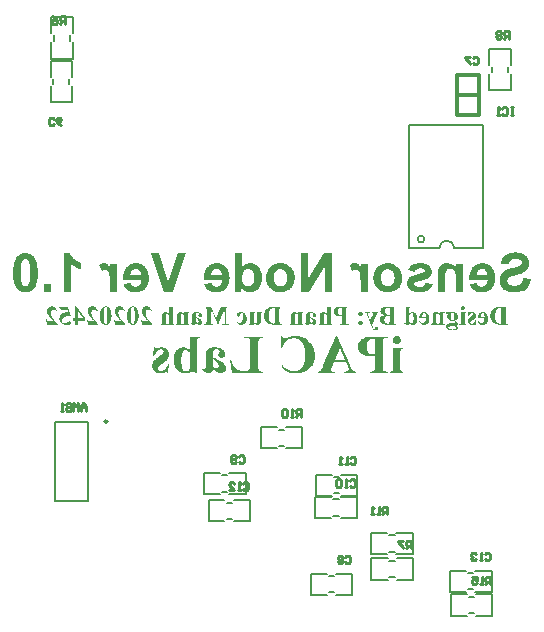
<source format=gbo>
G04*
G04 #@! TF.GenerationSoftware,Altium Limited,Altium Designer,22.1.2 (22)*
G04*
G04 Layer_Color=32896*
%FSTAX24Y24*%
%MOIN*%
G70*
G04*
G04 #@! TF.SameCoordinates,360A1761-899D-4A34-B866-C5D0D12458BF*
G04*
G04*
G04 #@! TF.FilePolarity,Positive*
G04*
G01*
G75*
%ADD10C,0.0079*%
%ADD11C,0.0098*%
%ADD12C,0.0118*%
%ADD14C,0.0100*%
%ADD15C,0.0070*%
%ADD54C,0.0080*%
G36*
X012953Y022196D02*
X012977Y022157D01*
X013003Y02212D01*
X013029Y02209D01*
X013051Y022066D01*
X013072Y022048D01*
X013079Y02204D01*
X013085Y022035D01*
X013088Y022033D01*
X01309Y022031D01*
X013131Y022001D01*
X01317Y021975D01*
X013205Y021955D01*
X013237Y02194D01*
X013262Y021929D01*
X013281Y02192D01*
X013288Y021918D01*
X013294Y021916D01*
X013296Y021914D01*
X013298D01*
Y021692D01*
X013231Y021718D01*
X013172Y021746D01*
X013144Y021761D01*
X013118Y021777D01*
X013094Y021792D01*
X013072Y021807D01*
X013051Y021822D01*
X013033Y021835D01*
X013018Y021846D01*
X013005Y021857D01*
X012994Y021866D01*
X012987Y021872D01*
X012983Y021876D01*
X012981Y021877D01*
Y02095D01*
X012735D01*
Y022238D01*
X012935D01*
X012953Y022196D01*
D02*
G37*
G36*
X021664Y02095D02*
X021425D01*
Y021794D01*
X020905Y02095D01*
X020646D01*
Y022231D01*
X020885D01*
Y021368D01*
X021414Y022231D01*
X021664D01*
Y02095D01*
D02*
G37*
G36*
X016363Y02095D02*
X016083D01*
X015628Y022231D01*
X015904D01*
X016217Y021283D01*
X016542Y022231D01*
X016822D01*
X016363Y02095D01*
D02*
G37*
G36*
X026721Y021898D02*
X026753Y021894D01*
X026784Y021887D01*
X026812Y021879D01*
X02684Y02187D01*
X026864Y021859D01*
X026888Y021846D01*
X026908Y021835D01*
X026927Y021822D01*
X026943Y021809D01*
X026958Y021798D01*
X026969Y021788D01*
X026978Y021781D01*
X026986Y021774D01*
X026989Y02177D01*
X026991Y021768D01*
X027012Y021742D01*
X02703Y021714D01*
X027047Y021687D01*
X027062Y021657D01*
X027073Y021626D01*
X027082Y021596D01*
X027097Y021539D01*
X027102Y021511D01*
X027106Y021487D01*
X027108Y021465D01*
X02711Y021446D01*
X027112Y021429D01*
Y021416D01*
Y021409D01*
Y021407D01*
X02711Y021372D01*
X027108Y021337D01*
X027102Y021305D01*
X027097Y021276D01*
X027091Y021246D01*
X027082Y02122D01*
X027075Y021196D01*
X027065Y021174D01*
X027058Y021154D01*
X027049Y021137D01*
X027041Y021122D01*
X027036Y021109D01*
X027028Y0211D01*
X027025Y021093D01*
X027023Y021089D01*
X027021Y021087D01*
X026997Y021059D01*
X026973Y021035D01*
X026945Y021015D01*
X026915Y020996D01*
X026886Y020981D01*
X026856Y020969D01*
X026827Y020957D01*
X026797Y02095D01*
X026771Y020943D01*
X026745Y020939D01*
X026721Y020935D01*
X026701Y020931D01*
X026684D01*
X026673Y02093D01*
X026662D01*
X026608Y020933D01*
X026558Y020941D01*
X026516Y020952D01*
X026479Y020965D01*
X026462Y020972D01*
X026449Y020978D01*
X026436Y020983D01*
X026427Y020989D01*
X026419Y020994D01*
X026412Y020996D01*
X02641Y021D01*
X026408D01*
X026373Y02103D01*
X026342Y021061D01*
X026316Y021096D01*
X026295Y02113D01*
X026279Y021159D01*
X026273Y021172D01*
X026268Y021183D01*
X026264Y021192D01*
X02626Y0212D01*
X026258Y021204D01*
Y021205D01*
X026503Y021246D01*
X026512Y021222D01*
X026521Y0212D01*
X02653Y021183D01*
X026542Y021168D01*
X026549Y021157D01*
X026556Y02115D01*
X026562Y021146D01*
X026564Y021144D01*
X026579Y021133D01*
X026595Y021126D01*
X026612Y02112D01*
X026627Y021117D01*
X02664Y021115D01*
X026651Y021113D01*
X02666D01*
X02669Y021115D01*
X026717Y021122D01*
X026743Y021131D01*
X026764Y021142D01*
X02678Y021154D01*
X026791Y021163D01*
X026801Y02117D01*
X026803Y021172D01*
X026821Y021196D01*
X026834Y021224D01*
X026845Y021254D01*
X026853Y021279D01*
X026856Y021305D01*
X026858Y021324D01*
X02686Y021331D01*
Y021337D01*
Y021341D01*
Y021342D01*
X026245D01*
Y021394D01*
X026249Y021441D01*
X026255Y021485D01*
X026262Y021526D01*
X026271Y021565D01*
X026281Y021598D01*
X026292Y021629D01*
X026303Y021657D01*
X026314Y021681D01*
X026325Y021703D01*
X026334Y02172D01*
X026343Y021735D01*
X026351Y021746D01*
X026356Y021755D01*
X02636Y021759D01*
X026362Y021761D01*
X026384Y021785D01*
X02641Y021807D01*
X026436Y021826D01*
X026462Y02184D01*
X02649Y021855D01*
X026517Y021866D01*
X026543Y021876D01*
X026569Y021883D01*
X026593Y021888D01*
X026616Y021892D01*
X026636Y021896D01*
X026653Y021898D01*
X026667Y0219D01*
X026688D01*
X026721Y021898D01*
D02*
G37*
G36*
X017868Y021898D02*
X017899Y021894D01*
X017931Y021887D01*
X017958Y021879D01*
X017986Y02187D01*
X01801Y021859D01*
X018034Y021846D01*
X018055Y021835D01*
X018073Y021822D01*
X01809Y021809D01*
X018105Y021798D01*
X018116Y021788D01*
X018125Y021781D01*
X018132Y021774D01*
X018136Y02177D01*
X018138Y021768D01*
X018158Y021742D01*
X018177Y021714D01*
X018194Y021687D01*
X018208Y021657D01*
X018219Y021626D01*
X018229Y021596D01*
X018244Y021539D01*
X018249Y021511D01*
X018253Y021487D01*
X018255Y021465D01*
X018256Y021446D01*
X018258Y021429D01*
Y021416D01*
Y021409D01*
Y021407D01*
X018256Y021372D01*
X018255Y021337D01*
X018249Y021305D01*
X018244Y021276D01*
X018238Y021246D01*
X018229Y02122D01*
X018221Y021196D01*
X018212Y021174D01*
X018205Y021154D01*
X018195Y021137D01*
X018188Y021122D01*
X018182Y021109D01*
X018175Y0211D01*
X018171Y021093D01*
X018169Y021089D01*
X018168Y021087D01*
X018144Y021059D01*
X018119Y021035D01*
X018092Y021015D01*
X018062Y020996D01*
X018032Y020981D01*
X018003Y020969D01*
X017973Y020957D01*
X017944Y02095D01*
X017918Y020943D01*
X017892Y020939D01*
X017868Y020935D01*
X017847Y020931D01*
X017831D01*
X01782Y02093D01*
X017809D01*
X017755Y020933D01*
X017705Y020941D01*
X017662Y020952D01*
X017625Y020965D01*
X017609Y020972D01*
X017596Y020978D01*
X017583Y020983D01*
X017573Y020989D01*
X017566Y020994D01*
X017559Y020996D01*
X017557Y021D01*
X017555D01*
X01752Y02103D01*
X017488Y021061D01*
X017462Y021096D01*
X017442Y02113D01*
X017425Y021159D01*
X01742Y021172D01*
X017414Y021183D01*
X017411Y021192D01*
X017407Y0212D01*
X017405Y021204D01*
Y021205D01*
X017649Y021246D01*
X017659Y021222D01*
X017668Y0212D01*
X017677Y021183D01*
X017688Y021168D01*
X017696Y021157D01*
X017703Y02115D01*
X017709Y021146D01*
X01771Y021144D01*
X017725Y021133D01*
X017742Y021126D01*
X017759Y02112D01*
X017773Y021117D01*
X017786Y021115D01*
X017797Y021113D01*
X017807D01*
X017836Y021115D01*
X017864Y021122D01*
X01789Y021131D01*
X01791Y021142D01*
X017927Y021154D01*
X017938Y021163D01*
X017947Y02117D01*
X017949Y021172D01*
X017968Y021196D01*
X017981Y021224D01*
X017992Y021254D01*
X017999Y021279D01*
X018003Y021305D01*
X018005Y021324D01*
X018007Y021331D01*
Y021337D01*
Y021341D01*
Y021342D01*
X017392D01*
Y021394D01*
X017396Y021441D01*
X017401Y021485D01*
X017409Y021526D01*
X017418Y021565D01*
X017427Y021598D01*
X017438Y021629D01*
X017449Y021657D01*
X017461Y021681D01*
X017472Y021703D01*
X017481Y02172D01*
X01749Y021735D01*
X017498Y021746D01*
X017503Y021755D01*
X017507Y021759D01*
X017509Y021761D01*
X017531Y021785D01*
X017557Y021807D01*
X017583Y021826D01*
X017609Y02184D01*
X017636Y021855D01*
X017664Y021866D01*
X01769Y021876D01*
X017716Y021883D01*
X01774Y021888D01*
X017762Y021892D01*
X017783Y021896D01*
X017799Y021898D01*
X017814Y0219D01*
X017834D01*
X017868Y021898D01*
D02*
G37*
G36*
X01518D02*
X015212Y021894D01*
X015243Y021887D01*
X015271Y021879D01*
X015299Y02187D01*
X015323Y021859D01*
X015347Y021846D01*
X015367Y021835D01*
X015386Y021822D01*
X015402Y021809D01*
X015417Y021798D01*
X015428Y021788D01*
X015437Y021781D01*
X015445Y021774D01*
X015449Y02177D01*
X01545Y021768D01*
X015471Y021742D01*
X015489Y021714D01*
X015506Y021687D01*
X015521Y021657D01*
X015532Y021626D01*
X015541Y021596D01*
X015556Y021539D01*
X015561Y021511D01*
X015565Y021487D01*
X015567Y021465D01*
X015569Y021446D01*
X015571Y021429D01*
Y021416D01*
Y021409D01*
Y021407D01*
X015569Y021372D01*
X015567Y021337D01*
X015561Y021305D01*
X015556Y021276D01*
X01555Y021246D01*
X015541Y02122D01*
X015534Y021196D01*
X015524Y021174D01*
X015517Y021154D01*
X015508Y021137D01*
X0155Y021122D01*
X015495Y021109D01*
X015487Y0211D01*
X015484Y021093D01*
X015482Y021089D01*
X01548Y021087D01*
X015456Y021059D01*
X015432Y021035D01*
X015404Y021015D01*
X015374Y020996D01*
X015345Y020981D01*
X015315Y020969D01*
X015286Y020957D01*
X015256Y02095D01*
X01523Y020943D01*
X015204Y020939D01*
X01518Y020935D01*
X01516Y020931D01*
X015143D01*
X015132Y02093D01*
X015121D01*
X015067Y020933D01*
X015017Y020941D01*
X014975Y020952D01*
X014938Y020965D01*
X014921Y020972D01*
X014908Y020978D01*
X014895Y020983D01*
X014886Y020989D01*
X014878Y020994D01*
X014871Y020996D01*
X014869Y021D01*
X014867D01*
X014832Y02103D01*
X014801Y021061D01*
X014775Y021096D01*
X014754Y02113D01*
X014738Y021159D01*
X014732Y021172D01*
X014727Y021183D01*
X014723Y021192D01*
X014719Y0212D01*
X014717Y021204D01*
Y021205D01*
X014962Y021246D01*
X014971Y021222D01*
X01498Y0212D01*
X014989Y021183D01*
X015001Y021168D01*
X015008Y021157D01*
X015015Y02115D01*
X015021Y021146D01*
X015023Y021144D01*
X015038Y021133D01*
X015054Y021126D01*
X015071Y02112D01*
X015086Y021117D01*
X015099Y021115D01*
X01511Y021113D01*
X015119D01*
X015149Y021115D01*
X015176Y021122D01*
X015202Y021131D01*
X015223Y021142D01*
X015239Y021154D01*
X01525Y021163D01*
X01526Y02117D01*
X015262Y021172D01*
X01528Y021196D01*
X015293Y021224D01*
X015304Y021254D01*
X015312Y021279D01*
X015315Y021305D01*
X015317Y021324D01*
X015319Y021331D01*
Y021337D01*
Y021341D01*
Y021342D01*
X014704D01*
Y021394D01*
X014708Y021441D01*
X014714Y021485D01*
X014721Y021526D01*
X01473Y021565D01*
X01474Y021598D01*
X014751Y021629D01*
X014762Y021657D01*
X014773Y021681D01*
X014784Y021703D01*
X014793Y02172D01*
X014803Y021735D01*
X01481Y021746D01*
X014815Y021755D01*
X014819Y021759D01*
X014821Y021761D01*
X014843Y021785D01*
X014869Y021807D01*
X014895Y021826D01*
X014921Y02184D01*
X014949Y021855D01*
X014977Y021866D01*
X015002Y021876D01*
X015028Y021883D01*
X015052Y021888D01*
X015075Y021892D01*
X015095Y021896D01*
X015112Y021898D01*
X015126Y0219D01*
X015147D01*
X01518Y021898D01*
D02*
G37*
G36*
X025548Y021898D02*
X025581Y021892D01*
X02561Y021885D01*
X02564Y021876D01*
X025668Y021863D01*
X025692Y02185D01*
X025716Y021835D01*
X025736Y021822D01*
X025755Y021807D01*
X025772Y021792D01*
X025786Y021779D01*
X025797Y021766D01*
X025807Y021757D01*
X025814Y02175D01*
X025818Y021744D01*
X02582Y021742D01*
Y021879D01*
X026047D01*
Y02095D01*
X025801D01*
Y021368D01*
Y021396D01*
Y021422D01*
X025799Y021446D01*
X025797Y021466D01*
Y021487D01*
X025796Y021503D01*
X025794Y02152D01*
X025792Y021533D01*
X025788Y021555D01*
X025786Y02157D01*
X025783Y021579D01*
Y021581D01*
X025775Y021602D01*
X025764Y021622D01*
X025753Y021637D01*
X025742Y021652D01*
X025731Y021661D01*
X025722Y02167D01*
X025716Y021674D01*
X025714Y021676D01*
X025694Y021687D01*
X025673Y021696D01*
X025655Y021702D01*
X025636Y021707D01*
X025622Y021709D01*
X02561Y021711D01*
X025599D01*
X025581Y021709D01*
X025564Y021707D01*
X025551Y021703D01*
X025538Y021698D01*
X025527Y021692D01*
X02552Y021689D01*
X025516Y021687D01*
X025514Y021685D01*
X025501Y021676D01*
X025492Y021664D01*
X025475Y021642D01*
X02547Y021631D01*
X025466Y021624D01*
X025462Y021618D01*
Y021616D01*
X025459Y021607D01*
X025457Y021596D01*
X025453Y021568D01*
X025449Y021535D01*
X025448Y021503D01*
X025446Y021472D01*
Y021459D01*
Y021446D01*
Y021437D01*
Y021429D01*
Y021424D01*
Y021422D01*
Y02095D01*
X0252Y02095D01*
Y021526D01*
Y021565D01*
X025201Y021596D01*
X025203Y021626D01*
X025207Y021648D01*
X025209Y021666D01*
X025213Y021679D01*
X025214Y021689D01*
Y02169D01*
X02522Y021713D01*
X025227Y021731D01*
X025235Y02175D01*
X025244Y021764D01*
X025251Y021777D01*
X025257Y021787D01*
X025261Y021792D01*
X025263Y021794D01*
X025277Y021811D01*
X025294Y021826D01*
X025311Y021838D01*
X025327Y02185D01*
X025342Y021859D01*
X025355Y021864D01*
X025362Y021868D01*
X025366Y02187D01*
X025392Y021879D01*
X025418Y021887D01*
X025442Y021892D01*
X025464Y021896D01*
X025485Y021898D01*
X025501Y0219D01*
X025514D01*
X025548Y021898D01*
D02*
G37*
G36*
X022456Y021898D02*
X022475Y021896D01*
X022493Y02189D01*
X022508Y021885D01*
X022521Y021879D01*
X022532Y021876D01*
X022538Y021872D01*
X02254Y02187D01*
X022558Y021857D01*
X022575Y021838D01*
X022593Y021818D01*
X022608Y021798D01*
X022623Y021777D01*
X022634Y021761D01*
X022641Y02175D01*
X022643Y021748D01*
Y021879D01*
X022871D01*
Y02095D01*
X022625D01*
Y021235D01*
Y021278D01*
Y021316D01*
X022623Y021352D01*
X022621Y021383D01*
Y021413D01*
X022619Y021437D01*
X022617Y021461D01*
X022616Y021479D01*
X022614Y021496D01*
X022612Y021511D01*
X02261Y021522D01*
Y021531D01*
X022608Y021537D01*
X022606Y021542D01*
Y021546D01*
X022599Y021572D01*
X02259Y021594D01*
X02258Y021613D01*
X022571Y021626D01*
X022564Y021637D01*
X022556Y021644D01*
X022553Y021648D01*
X022551Y02165D01*
X022536Y021659D01*
X022521Y021666D01*
X022506Y021672D01*
X022493Y021676D01*
X022482Y021677D01*
X022471Y021679D01*
X022464D01*
X022443Y021677D01*
X022423Y021674D01*
X022405Y021666D01*
X022386Y021659D01*
X022371Y021652D01*
X02236Y021644D01*
X022351Y02164D01*
X022349Y021639D01*
X022271Y021851D01*
X022301Y021868D01*
X022329Y021879D01*
X022356Y021888D01*
X022382Y021894D01*
X022403Y021898D01*
X022419Y0219D01*
X022434D01*
X022456Y021898D01*
D02*
G37*
G36*
X014099Y021898D02*
X014118Y021896D01*
X014136Y02189D01*
X014151Y021885D01*
X014164Y021879D01*
X014175Y021876D01*
X014181Y021872D01*
X014182Y02187D01*
X014201Y021857D01*
X014218Y021838D01*
X014236Y021818D01*
X014251Y021798D01*
X014266Y021777D01*
X014277Y021761D01*
X014284Y02175D01*
X014286Y021748D01*
Y021879D01*
X014514D01*
Y02095D01*
X014268D01*
Y021235D01*
Y021278D01*
Y021316D01*
X014266Y021352D01*
X014264Y021383D01*
Y021413D01*
X014262Y021437D01*
X01426Y021461D01*
X014258Y021479D01*
X014256Y021496D01*
X014255Y021511D01*
X014253Y021522D01*
Y021531D01*
X014251Y021537D01*
X014249Y021542D01*
Y021546D01*
X014242Y021572D01*
X014232Y021594D01*
X014223Y021613D01*
X014214Y021626D01*
X014206Y021637D01*
X014199Y021644D01*
X014195Y021648D01*
X014194Y02165D01*
X014179Y021659D01*
X014164Y021666D01*
X014149Y021672D01*
X014136Y021676D01*
X014125Y021677D01*
X014114Y021679D01*
X014107D01*
X014086Y021677D01*
X014066Y021674D01*
X014047Y021666D01*
X014029Y021659D01*
X014014Y021652D01*
X014003Y021644D01*
X013994Y02164D01*
X013992Y021639D01*
X013914Y021851D01*
X013944Y021868D01*
X013971Y021879D01*
X013999Y021888D01*
X014025Y021894D01*
X014045Y021898D01*
X014062Y0219D01*
X014077D01*
X014099Y021898D01*
D02*
G37*
G36*
X012315Y02095D02*
X012069D01*
Y021196D01*
X012315D01*
Y02095D01*
D02*
G37*
G36*
X024683Y021896D02*
X024715Y021892D01*
X024744Y021887D01*
X02477Y021881D01*
X024794Y021874D01*
X024816Y021866D01*
X024837Y021859D01*
X024853Y02185D01*
X024868Y021842D01*
X024881Y021835D01*
X02489Y021829D01*
X0249Y021824D01*
X024905Y02182D01*
X024907Y021818D01*
X024909Y021816D01*
X024926Y021801D01*
X02494Y021785D01*
X024953Y021768D01*
X024963Y02175D01*
X024981Y021716D01*
X024992Y021685D01*
X024998Y021657D01*
X025Y021644D01*
X025002Y021635D01*
X025003Y021626D01*
Y02162D01*
Y021616D01*
Y021615D01*
X025002Y02159D01*
X024998Y021568D01*
X024994Y021546D01*
X024987Y021526D01*
X024968Y02149D01*
X024948Y021461D01*
X024929Y021437D01*
X024911Y02142D01*
X024903Y021413D01*
X0249Y021409D01*
X024896Y021407D01*
X024894Y021405D01*
X024878Y021396D01*
X024855Y021385D01*
X024829Y021374D01*
X024802Y021365D01*
X024772Y021354D01*
X024741Y021344D01*
X024676Y021326D01*
X024644Y021316D01*
X024615Y021309D01*
X024589Y021302D01*
X024565Y021296D01*
X024544Y021292D01*
X02453Y021289D01*
X02452Y021285D01*
X024517D01*
X024494Y021279D01*
X024478Y021274D01*
X024463Y021268D01*
X024452Y021265D01*
X024444Y021259D01*
X024439Y021257D01*
X024435Y021254D01*
X024424Y021239D01*
X024418Y021224D01*
X024417Y021213D01*
Y021209D01*
Y021207D01*
X024418Y021192D01*
X024422Y02118D01*
X024428Y021168D01*
X024433Y021159D01*
X024439Y021152D01*
X024444Y021146D01*
X024448Y021142D01*
X02445Y021141D01*
X02447Y02113D01*
X024492Y021122D01*
X024517Y021115D01*
X024539Y021111D01*
X024559Y021109D01*
X024578Y021107D01*
X024592D01*
X024624Y021109D01*
X02465Y021113D01*
X024674Y021118D01*
X024692Y021126D01*
X024707Y021131D01*
X024718Y021137D01*
X024726Y021141D01*
X024728Y021142D01*
X024744Y021157D01*
X024757Y021176D01*
X024768Y021192D01*
X024778Y021211D01*
X024783Y021228D01*
X024787Y021241D01*
X02479Y021248D01*
Y021252D01*
X025037Y021215D01*
X02502Y021168D01*
X025Y021126D01*
X024977Y021091D01*
X024953Y021061D01*
X024931Y021037D01*
X024911Y02102D01*
X024905Y021013D01*
X0249Y021009D01*
X024896Y021007D01*
X024894Y021006D01*
X024872Y020993D01*
X02485Y02098D01*
X0248Y020961D01*
X02475Y020948D01*
X024702Y020939D01*
X024679Y020935D01*
X024659Y020933D01*
X024641Y020931D01*
X024624D01*
X024611Y02093D01*
X024592D01*
X024555Y020931D01*
X02452Y020933D01*
X024487Y020939D01*
X024455Y020944D01*
X024428Y02095D01*
X024402Y020959D01*
X024378Y020967D01*
X024357Y020976D01*
X024339Y020983D01*
X024322Y020993D01*
X024309Y021D01*
X024298Y021006D01*
X024289Y021013D01*
X024283Y021017D01*
X02428Y021018D01*
X024278Y02102D01*
X024259Y021039D01*
X024243Y021057D01*
X024228Y021076D01*
X024215Y021094D01*
X024206Y021113D01*
X024196Y021131D01*
X024183Y021165D01*
X024176Y021196D01*
X024174Y021209D01*
X024172Y021218D01*
X02417Y021228D01*
Y021235D01*
Y021239D01*
Y021241D01*
X024174Y021281D01*
X024183Y021318D01*
X024194Y02135D01*
X024209Y021376D01*
X024224Y021396D01*
X024235Y021411D01*
X024244Y021418D01*
X024248Y021422D01*
X024265Y021433D01*
X024281Y021446D01*
X024302Y021455D01*
X024324Y021466D01*
X024368Y021485D01*
X024415Y021502D01*
X024455Y021515D01*
X024474Y021518D01*
X024491Y021524D01*
X024504Y021528D01*
X024513Y021529D01*
X02452Y021531D01*
X024522D01*
X024557Y02154D01*
X024589Y021548D01*
X024617Y021555D01*
X024641Y021563D01*
X024663Y021568D01*
X024681Y021574D01*
X024696Y021579D01*
X024711Y021583D01*
X024722Y021589D01*
X024731Y021592D01*
X024739Y021594D01*
X024742Y021598D01*
X02475Y0216D01*
X024752Y021602D01*
X024759Y021609D01*
X024765Y021616D01*
X024772Y021631D01*
X024776Y021642D01*
Y021644D01*
Y021646D01*
X024774Y021657D01*
X024772Y021666D01*
X024761Y021683D01*
X024752Y021692D01*
X02475Y021696D01*
X024748D01*
X024729Y021705D01*
X024709Y021713D01*
X024687Y021716D01*
X024663Y02172D01*
X024642Y021722D01*
X024626Y021724D01*
X024609D01*
X024581Y021722D01*
X024557Y02172D01*
X024537Y021714D01*
X02452Y021709D01*
X024507Y021703D01*
X024498Y0217D01*
X024492Y021696D01*
X024491Y021694D01*
X024476Y021683D01*
X024465Y02167D01*
X024454Y021657D01*
X024446Y021642D01*
X024441Y021631D01*
X024437Y021622D01*
X024433Y021615D01*
Y021613D01*
X024202Y021655D01*
X024217Y021698D01*
X024237Y021735D01*
X024257Y021766D01*
X02428Y02179D01*
X024298Y021811D01*
X024315Y021826D01*
X024326Y021833D01*
X024328Y021837D01*
X02433D01*
X024348Y021848D01*
X024368Y021857D01*
X024413Y021874D01*
X024459Y021885D01*
X024505Y021892D01*
X024528Y021894D01*
X024548Y021896D01*
X024567Y021898D01*
X024581Y0219D01*
X02465D01*
X024683Y021896D01*
D02*
G37*
G36*
X023584Y021898D02*
X02363Y02189D01*
X023672Y021881D01*
X02371Y02187D01*
X023724Y021863D01*
X023739Y021857D01*
X023752Y021853D01*
X023761Y021848D01*
X023771Y021844D01*
X023776Y02184D01*
X02378Y021838D01*
X023782D01*
X023821Y021813D01*
X023854Y021785D01*
X023884Y021755D01*
X023908Y021727D01*
X023926Y021702D01*
X023941Y021681D01*
X023946Y021674D01*
X023948Y021668D01*
X023952Y021664D01*
Y021663D01*
X023972Y02162D01*
X023985Y021577D01*
X023996Y021539D01*
X024004Y021503D01*
X024008Y021472D01*
X024009Y021459D01*
Y021448D01*
X024011Y021441D01*
Y021433D01*
Y021429D01*
Y021428D01*
X024009Y02137D01*
X024002Y021316D01*
X023993Y02127D01*
X023987Y02125D01*
X023982Y021231D01*
X023976Y021215D01*
X023971Y0212D01*
X023965Y021187D01*
X023961Y021176D01*
X023958Y021167D01*
X023954Y021161D01*
X023952Y021157D01*
Y021155D01*
X023926Y021117D01*
X023898Y021083D01*
X023869Y021054D01*
X023841Y02103D01*
X023815Y021011D01*
X023795Y020998D01*
X023787Y020993D01*
X023782Y020989D01*
X023778Y020987D01*
X023776D01*
X023732Y020969D01*
X023689Y020954D01*
X023648Y020944D01*
X02361Y020937D01*
X023578Y020933D01*
X023565Y020931D01*
X023554D01*
X023545Y02093D01*
X023532D01*
X023493Y020931D01*
X023458Y020935D01*
X023423Y020943D01*
X023391Y020952D01*
X02336Y020961D01*
X023332Y020972D01*
X023306Y020985D01*
X023282Y020998D01*
X023262Y021011D01*
X023243Y021024D01*
X023226Y021035D01*
X023213Y021044D01*
X023202Y021054D01*
X023195Y021061D01*
X023191Y021065D01*
X023189Y021067D01*
X023165Y021094D01*
X023145Y021122D01*
X023126Y02115D01*
X02311Y02118D01*
X023097Y021209D01*
X023086Y021239D01*
X023076Y021267D01*
X023069Y021294D01*
X023064Y021318D01*
X02306Y021342D01*
X023056Y021363D01*
X023054Y021381D01*
X023052Y021396D01*
Y021407D01*
Y021415D01*
Y021416D01*
X023054Y021455D01*
X023058Y021492D01*
X023065Y021526D01*
X023073Y021559D01*
X023084Y021589D01*
X023095Y021618D01*
X023108Y021644D01*
X023119Y021668D01*
X023132Y021689D01*
X023145Y021709D01*
X023156Y021724D01*
X023167Y021739D01*
X023175Y021748D01*
X023182Y021757D01*
X023186Y021761D01*
X023188Y021763D01*
X023213Y021787D01*
X023241Y021807D01*
X023269Y021826D01*
X023299Y021842D01*
X023328Y021855D01*
X023356Y021866D01*
X023384Y021876D01*
X023412Y021883D01*
X023436Y021888D01*
X02346Y021892D01*
X02348Y021896D01*
X023499Y021898D01*
X023513Y0219D01*
X023534D01*
X023584Y021898D01*
D02*
G37*
G36*
X020004D02*
X02005Y02189D01*
X020093Y021881D01*
X02013Y02187D01*
X020144Y021863D01*
X020159Y021857D01*
X020172Y021853D01*
X020182Y021848D01*
X020191Y021844D01*
X020196Y02184D01*
X0202Y021838D01*
X020202D01*
X020241Y021813D01*
X020274Y021785D01*
X020304Y021755D01*
X020328Y021727D01*
X020346Y021702D01*
X020361Y021681D01*
X020367Y021674D01*
X020368Y021668D01*
X020372Y021664D01*
Y021663D01*
X020393Y02162D01*
X020405Y021577D01*
X020417Y021539D01*
X020424Y021503D01*
X020428Y021472D01*
X02043Y021459D01*
Y021448D01*
X020431Y021441D01*
Y021433D01*
Y021429D01*
Y021428D01*
X02043Y02137D01*
X020422Y021316D01*
X020413Y02127D01*
X020407Y02125D01*
X020402Y021231D01*
X020396Y021215D01*
X020391Y0212D01*
X020385Y021187D01*
X020381Y021176D01*
X020378Y021167D01*
X020374Y021161D01*
X020372Y021157D01*
Y021155D01*
X020346Y021117D01*
X020318Y021083D01*
X020289Y021054D01*
X020261Y02103D01*
X020235Y021011D01*
X020215Y020998D01*
X020207Y020993D01*
X020202Y020989D01*
X020198Y020987D01*
X020196D01*
X020152Y020969D01*
X020109Y020954D01*
X020069Y020944D01*
X02003Y020937D01*
X019998Y020933D01*
X019985Y020931D01*
X019974D01*
X019965Y02093D01*
X019952D01*
X019913Y020931D01*
X019878Y020935D01*
X019843Y020943D01*
X019811Y020952D01*
X01978Y020961D01*
X019752Y020972D01*
X019726Y020985D01*
X019702Y020998D01*
X019682Y021011D01*
X019663Y021024D01*
X019647Y021035D01*
X019634Y021044D01*
X019623Y021054D01*
X019615Y021061D01*
X019611Y021065D01*
X01961Y021067D01*
X019585Y021094D01*
X019565Y021122D01*
X019547Y02115D01*
X01953Y02118D01*
X019517Y021209D01*
X019506Y021239D01*
X019497Y021267D01*
X019489Y021294D01*
X019484Y021318D01*
X01948Y021342D01*
X019476Y021363D01*
X019474Y021381D01*
X019473Y021396D01*
Y021407D01*
Y021415D01*
Y021416D01*
X019474Y021455D01*
X019478Y021492D01*
X019486Y021526D01*
X019493Y021559D01*
X019504Y021589D01*
X019515Y021618D01*
X019528Y021644D01*
X019539Y021668D01*
X019552Y021689D01*
X019565Y021709D01*
X019576Y021724D01*
X019587Y021739D01*
X019595Y021748D01*
X019602Y021757D01*
X019606Y021761D01*
X019608Y021763D01*
X019634Y021787D01*
X019661Y021807D01*
X019689Y021826D01*
X019719Y021842D01*
X019748Y021855D01*
X019776Y021866D01*
X019804Y021876D01*
X019832Y021883D01*
X019856Y021888D01*
X01988Y021892D01*
X0199Y021896D01*
X019919Y021898D01*
X019933Y0219D01*
X019954D01*
X020004Y021898D01*
D02*
G37*
G36*
X018675Y02177D02*
X018697Y021792D01*
X018719Y021813D01*
X018741Y021829D01*
X018765Y021846D01*
X018788Y021857D01*
X01881Y021868D01*
X018832Y021877D01*
X018852Y021883D01*
X018873Y021888D01*
X01889Y021892D01*
X018906Y021896D01*
X018919Y021898D01*
X01893Y0219D01*
X018945D01*
X018977Y021898D01*
X019006Y021894D01*
X019034Y021888D01*
X019062Y021881D01*
X019108Y021861D01*
X01913Y02185D01*
X019149Y021838D01*
X019167Y021826D01*
X019182Y021814D01*
X019195Y021805D01*
X019206Y021796D01*
X019215Y021787D01*
X019221Y021781D01*
X019225Y021777D01*
X019226Y021776D01*
X019245Y021751D01*
X019262Y021726D01*
X019276Y021698D01*
X019289Y021668D01*
X0193Y021639D01*
X01931Y021609D01*
X019323Y02155D01*
X019326Y021524D01*
X01933Y021498D01*
X019332Y021476D01*
X019334Y021455D01*
X019336Y021439D01*
Y021428D01*
Y021418D01*
Y021416D01*
X019334Y021374D01*
X01933Y021335D01*
X019325Y021298D01*
X019317Y021263D01*
X01931Y021231D01*
X0193Y021202D01*
X019289Y021176D01*
X019278Y021152D01*
X019269Y02113D01*
X019258Y021111D01*
X019249Y021094D01*
X019239Y021081D01*
X019234Y02107D01*
X019228Y021063D01*
X019225Y021059D01*
X019223Y021057D01*
X0192Y021035D01*
X019178Y021015D01*
X019154Y020998D01*
X019132Y020983D01*
X019108Y02097D01*
X019086Y020961D01*
X019064Y020952D01*
X019043Y020946D01*
X019023Y020941D01*
X019004Y020937D01*
X018989Y020933D01*
X018975Y020931D01*
X018964Y02093D01*
X018949D01*
X018919Y020931D01*
X018891Y020935D01*
X018864Y020941D01*
X01884Y020948D01*
X018821Y020956D01*
X018804Y020961D01*
X018795Y020965D01*
X018791Y020967D01*
X018764Y020983D01*
X018738Y021002D01*
X018714Y021022D01*
X018695Y021041D01*
X018678Y021057D01*
X018666Y021072D01*
X018658Y021081D01*
X018656Y021085D01*
Y02095D01*
X018429D01*
Y022231D01*
X018675D01*
Y02177D01*
D02*
G37*
G36*
X027839Y022253D02*
X027887Y022248D01*
X02793Y02224D01*
X027967Y022233D01*
X027983Y022227D01*
X027998Y022223D01*
X028009Y02222D01*
X028021Y022216D01*
X028028Y022212D01*
X028033Y022211D01*
X028037Y022209D01*
X028039D01*
X028076Y02219D01*
X028108Y02217D01*
X028135Y022148D01*
X028157Y022127D01*
X028176Y022109D01*
X028187Y022094D01*
X028196Y022083D01*
X028198Y022081D01*
Y022079D01*
X028217Y022048D01*
X02823Y022014D01*
X028239Y021983D01*
X028244Y021955D01*
X028248Y021931D01*
X028252Y021913D01*
Y021905D01*
Y0219D01*
Y021898D01*
Y021896D01*
X02825Y021868D01*
X028246Y02184D01*
X028241Y021816D01*
X028233Y021792D01*
X028215Y021748D01*
X028193Y021709D01*
X028183Y021692D01*
X028172Y021679D01*
X028163Y021666D01*
X028154Y021655D01*
X028146Y021648D01*
X028141Y021642D01*
X028137Y021639D01*
X028135Y021637D01*
X028119Y021624D01*
X028098Y021611D01*
X028078Y021598D01*
X028054Y021587D01*
X028008Y021565D01*
X027959Y021546D01*
X027935Y021539D01*
X027915Y021531D01*
X027895Y021526D01*
X027878Y02152D01*
X027865Y021516D01*
X027854Y021513D01*
X027847Y021511D01*
X027845D01*
X027815Y021503D01*
X027789Y021496D01*
X027765Y02149D01*
X027743Y021485D01*
X027724Y021479D01*
X027708Y021476D01*
X027693Y02147D01*
X02768Y021466D01*
X027669Y021465D01*
X02766Y021461D01*
X027647Y021457D01*
X027639Y021453D01*
X027637D01*
X027613Y021444D01*
X027595Y021435D01*
X027578Y021426D01*
X027565Y021416D01*
X027556Y021409D01*
X02755Y021403D01*
X027547Y0214D01*
X027545Y021398D01*
X027536Y021385D01*
X027528Y021372D01*
X027524Y021359D01*
X027521Y021348D01*
X027519Y021337D01*
X027517Y021328D01*
Y021322D01*
Y02132D01*
X027519Y021294D01*
X027526Y021272D01*
X027537Y02125D01*
X027548Y021231D01*
X027561Y021217D01*
X027571Y021205D01*
X027578Y021198D01*
X027582Y021196D01*
X027608Y02118D01*
X027637Y021167D01*
X027669Y021157D01*
X027698Y021152D01*
X027726Y021148D01*
X027748Y021144D01*
X027769D01*
X027811Y021146D01*
X027848Y021154D01*
X02788Y021163D01*
X027908Y021174D01*
X02793Y021185D01*
X027945Y021194D01*
X027954Y021202D01*
X027958Y021204D01*
X027982Y02123D01*
X028Y021257D01*
X028017Y021289D01*
X028028Y02132D01*
X028037Y021348D01*
X028045Y02137D01*
X028046Y021378D01*
Y021385D01*
X028048Y021389D01*
Y021391D01*
X0283Y021366D01*
X028294Y021328D01*
X028287Y021291D01*
X028276Y021255D01*
X028267Y021224D01*
X028254Y021194D01*
X028241Y021167D01*
X028228Y021142D01*
X028215Y02112D01*
X028202Y021102D01*
X028189Y021085D01*
X028178Y02107D01*
X028167Y021057D01*
X028159Y021048D01*
X028152Y021043D01*
X028148Y021039D01*
X028146Y021037D01*
X02812Y021017D01*
X028093Y021D01*
X028063Y020985D01*
X028032Y020972D01*
X028002Y020963D01*
X027971Y020954D01*
X027909Y020941D01*
X027882Y020935D01*
X027856Y020931D01*
X027834Y02093D01*
X027813Y020928D01*
X027797Y020926D01*
X027772D01*
X027713Y020928D01*
X02766Y020933D01*
X027611Y020941D01*
X027591Y020944D01*
X027571Y02095D01*
X027554Y020954D01*
X027539Y020957D01*
X027526Y020961D01*
X027515Y020965D01*
X027506Y020969D01*
X0275Y02097D01*
X027497Y020972D01*
X027495D01*
X027454Y020993D01*
X027421Y021015D01*
X027389Y021037D01*
X027365Y021061D01*
X027347Y021081D01*
X027332Y0211D01*
X027325Y021111D01*
X027321Y021113D01*
Y021115D01*
X0273Y021152D01*
X027284Y021187D01*
X027273Y021222D01*
X027265Y021255D01*
X027262Y021281D01*
X02726Y021294D01*
X027258Y021304D01*
Y021311D01*
Y021316D01*
Y02132D01*
Y021322D01*
X02726Y021366D01*
X027265Y021405D01*
X027275Y021441D01*
X027284Y02147D01*
X027293Y021494D01*
X027302Y021511D01*
X027308Y021522D01*
X02731Y021526D01*
X02733Y021555D01*
X027354Y021581D01*
X027378Y021603D01*
X0274Y021622D01*
X027421Y021637D01*
X027437Y021648D01*
X027449Y021655D01*
X02745Y021657D01*
X027452D01*
X027471Y021666D01*
X027489Y021676D01*
X027534Y021692D01*
X02758Y021707D01*
X027624Y021722D01*
X027645Y021727D01*
X027665Y021733D01*
X027684Y021739D01*
X027698Y021742D01*
X027711Y021746D01*
X027721Y021748D01*
X027728Y02175D01*
X02773D01*
X027763Y021759D01*
X027793Y021766D01*
X027821Y021774D01*
X027847Y021781D01*
X027867Y021788D01*
X027887Y021796D01*
X027904Y021803D01*
X027919Y021809D01*
X027932Y021814D01*
X027941Y02182D01*
X02795Y021824D01*
X027956Y021827D01*
X027965Y021833D01*
X027967Y021835D01*
X02798Y021848D01*
X027989Y021861D01*
X027995Y021874D01*
X027998Y021887D01*
X028002Y021896D01*
X028004Y021905D01*
Y021911D01*
Y021913D01*
X028002Y021931D01*
X027998Y021946D01*
X027991Y021961D01*
X027983Y021972D01*
X027976Y021981D01*
X027969Y021987D01*
X027965Y02199D01*
X027963Y021992D01*
X027937Y022009D01*
X027909Y02202D01*
X02788Y022029D01*
X027852Y022035D01*
X027828Y022038D01*
X027808Y02204D01*
X027789D01*
X02775Y022038D01*
X027717Y022033D01*
X027689Y022025D01*
X027667Y022018D01*
X027648Y022011D01*
X027635Y022003D01*
X027628Y021998D01*
X027626Y021996D01*
X027608Y021977D01*
X027591Y021955D01*
X027578Y021933D01*
X027569Y021909D01*
X027561Y021888D01*
X027558Y021872D01*
X027554Y021859D01*
Y021857D01*
Y021855D01*
X027295Y021864D01*
X027297Y021898D01*
X027302Y021927D01*
X02731Y021957D01*
X027319Y021983D01*
X027328Y022009D01*
X027339Y022033D01*
X02735Y022053D01*
X027362Y022074D01*
X027374Y02209D01*
X027386Y022105D01*
X027397Y022118D01*
X027406Y022129D01*
X027413Y022136D01*
X027419Y022142D01*
X027423Y022146D01*
X027424Y022148D01*
X027449Y022166D01*
X027474Y022183D01*
X027502Y022198D01*
X027532Y022211D01*
X027561Y02222D01*
X027591Y022229D01*
X02765Y022242D01*
X027678Y022246D01*
X027702Y022249D01*
X027726Y022251D01*
X027747Y022253D01*
X027763Y022255D01*
X027785D01*
X027839Y022253D01*
D02*
G37*
G36*
X011487Y022236D02*
X011519Y022233D01*
X01155Y022225D01*
X011578Y022218D01*
X011604Y022207D01*
X011628Y022196D01*
X011648Y022185D01*
X011669Y022172D01*
X011685Y022159D01*
X011702Y022148D01*
X011715Y022136D01*
X011724Y022125D01*
X011734Y022118D01*
X011739Y022111D01*
X011743Y022107D01*
X011745Y022105D01*
X011767Y022074D01*
X011785Y022037D01*
X011802Y021998D01*
X011817Y021957D01*
X011828Y021914D01*
X011839Y02187D01*
X011846Y021827D01*
X011854Y021785D01*
X011858Y021744D01*
X011861Y021707D01*
X011865Y021672D01*
X011867Y021642D01*
X011869Y021618D01*
Y0216D01*
Y021592D01*
Y021587D01*
Y021585D01*
Y021583D01*
X011867Y021516D01*
X011863Y021455D01*
X011858Y021398D01*
X01185Y021346D01*
X011843Y0213D01*
X011833Y021257D01*
X011822Y02122D01*
X011811Y021187D01*
X011802Y021159D01*
X011791Y021133D01*
X011782Y021113D01*
X011772Y021096D01*
X011767Y021085D01*
X011761Y021076D01*
X011758Y02107D01*
X011756Y021068D01*
X011734Y021043D01*
X011709Y021022D01*
X011685Y021002D01*
X01166Y020987D01*
X011635Y020972D01*
X01161Y020961D01*
X011585Y020952D01*
X011561Y020944D01*
X011539Y020937D01*
X011519Y020933D01*
X0115Y02093D01*
X011486Y020928D01*
X011473D01*
X011461Y020926D01*
X011454D01*
X011421Y020928D01*
X011389Y020931D01*
X011358Y020939D01*
X01133Y020946D01*
X011304Y020956D01*
X01128Y020967D01*
X01126Y02098D01*
X011239Y020993D01*
X011223Y021004D01*
X011206Y021017D01*
X011193Y021028D01*
X011182Y021037D01*
X011175Y021044D01*
X011169Y021052D01*
X011165Y021056D01*
X011163Y021057D01*
X011141Y021089D01*
X011123Y021126D01*
X011104Y021165D01*
X011091Y021207D01*
X011078Y02125D01*
X011069Y021292D01*
X01106Y021337D01*
X011052Y021379D01*
X011049Y02142D01*
X011045Y021457D01*
X011041Y021492D01*
X011039Y021522D01*
X011038Y021546D01*
Y021565D01*
Y021572D01*
Y021577D01*
Y021579D01*
Y021581D01*
X011039Y021648D01*
X011043Y021709D01*
X011049Y021764D01*
X011058Y021816D01*
X011067Y021864D01*
X011076Y021907D01*
X011089Y021946D01*
X011101Y021979D01*
X011112Y022011D01*
X011123Y022035D01*
X011134Y022057D01*
X011143Y022075D01*
X011152Y022088D01*
X011158Y022098D01*
X011162Y022103D01*
X011163Y022105D01*
X011184Y022129D01*
X011206Y022149D01*
X01123Y022166D01*
X011254Y022183D01*
X011278Y022196D01*
X011302Y022205D01*
X011324Y022214D01*
X011349Y022222D01*
X011371Y022227D01*
X011389Y022231D01*
X011408Y022235D01*
X011423Y022236D01*
X011436Y022238D01*
X011454D01*
X011487Y022236D01*
D02*
G37*
G36*
X026041Y020461D02*
X026051Y020459D01*
X026059Y020455D01*
X026066Y020451D01*
X026072Y020448D01*
X026076Y020444D01*
X026078Y020442D01*
X026079Y020441D01*
X026086Y020433D01*
X02609Y020425D01*
X026094Y020417D01*
X026096Y02041D01*
X026098Y020403D01*
X026099Y020398D01*
Y020394D01*
Y020393D01*
X026098Y020383D01*
X026096Y020374D01*
X026092Y020365D01*
X026089Y020358D01*
X026086Y020352D01*
X026082Y020349D01*
X02608Y020346D01*
X026079Y020345D01*
X026072Y020338D01*
X026064Y020334D01*
X026055Y02033D01*
X026048Y020328D01*
X026041Y020326D01*
X026036Y020325D01*
X026031D01*
X026021Y020326D01*
X026012Y020328D01*
X026003Y020332D01*
X025997Y020336D01*
X025991Y020338D01*
X025987Y020342D01*
X025984Y020344D01*
X025983Y020345D01*
X025977Y020352D01*
X025971Y020361D01*
X025967Y020369D01*
X025965Y020376D01*
X025964Y020383D01*
X025963Y020388D01*
Y020392D01*
Y020393D01*
X025964Y020403D01*
X025965Y020412D01*
X025969Y020421D01*
X025973Y020427D01*
X025977Y020433D01*
X02598Y020437D01*
X025982Y02044D01*
X025983Y020441D01*
X02599Y020448D01*
X025999Y020453D01*
X026007Y020457D01*
X026014Y020459D01*
X026021Y020461D01*
X026027Y020461D01*
X026031D01*
X026041Y020461D01*
D02*
G37*
G36*
X015516Y020458D02*
X015537Y020453D01*
X015556Y020447D01*
X015572Y020439D01*
X015586Y020432D01*
X015592Y020428D01*
X015596Y020425D01*
X0156Y020423D01*
X015603Y020421D01*
X015604Y02042D01*
X015605Y020419D01*
X015613Y020411D01*
X015621Y020402D01*
X015636Y020382D01*
X015648Y020362D01*
X015658Y020341D01*
X015667Y020322D01*
X015669Y020314D01*
X015672Y020307D01*
X015674Y020301D01*
X015676Y020297D01*
X015677Y020294D01*
Y020293D01*
X01566Y020288D01*
X015653Y0203D01*
X015645Y02031D01*
X015637Y020319D01*
X015628Y020327D01*
X015619Y020334D01*
X015611Y020339D01*
X015602Y020344D01*
X015593Y020348D01*
X015579Y020352D01*
X015572Y020354D01*
X015567Y020355D01*
X015562Y020356D01*
X015556D01*
X015541Y020355D01*
X015527Y020351D01*
X015515Y020346D01*
X015505Y02034D01*
X015496Y020335D01*
X015491Y020329D01*
X015486Y020325D01*
X015485Y020325D01*
X015476Y020312D01*
X015469Y0203D01*
X015464Y020287D01*
X01546Y020275D01*
X015458Y020264D01*
X015457Y020255D01*
Y02025D01*
Y020249D01*
Y020248D01*
X015458Y020224D01*
X015462Y020201D01*
X015468Y020179D01*
X015473Y02016D01*
X015477Y020151D01*
X01548Y020142D01*
X015482Y020136D01*
X015485Y020129D01*
X015488Y020125D01*
X015489Y020121D01*
X015491Y020119D01*
Y020118D01*
X015498Y020104D01*
X015509Y020088D01*
X015521Y020069D01*
X015536Y02005D01*
X015552Y020029D01*
X015568Y020007D01*
X015602Y019964D01*
X015618Y019943D01*
X015634Y019924D01*
X015648Y019906D01*
X015661Y019891D01*
X015672Y019878D01*
X015679Y019868D01*
X015683Y019864D01*
X015685Y019861D01*
X015686Y01986D01*
X015687Y019859D01*
Y01985D01*
X015336D01*
X015302Y020023D01*
X015319D01*
X015324Y020013D01*
X015329Y020004D01*
X015333Y019997D01*
X015336Y019992D01*
X015339Y019987D01*
X015341Y019984D01*
X015343Y019983D01*
Y019982D01*
X01535Y019977D01*
X015359Y019972D01*
X015364Y01997D01*
X015366Y019969D01*
X015367D01*
X015373Y019968D01*
X015383Y019967D01*
X015392Y019967D01*
X015403D01*
X015412Y019966D01*
X015557D01*
X015531Y019992D01*
X015506Y020017D01*
X015483Y020041D01*
X015464Y020063D01*
X015445Y020082D01*
X01543Y020102D01*
X015416Y020118D01*
X015404Y020133D01*
X015394Y020147D01*
X015385Y020159D01*
X015378Y020169D01*
X015372Y020177D01*
X015368Y020184D01*
X015365Y020189D01*
X015364Y020191D01*
X015363Y020192D01*
X015352Y020214D01*
X015344Y020237D01*
X015338Y020256D01*
X015334Y020275D01*
X015332Y020289D01*
X015331Y020296D01*
Y020301D01*
X01533Y020306D01*
Y020309D01*
Y020311D01*
Y020312D01*
X015331Y020324D01*
X015334Y020336D01*
X015336Y020347D01*
X01534Y020358D01*
X015345Y020367D01*
X015347Y020374D01*
X01535Y020378D01*
X015351Y02038D01*
X015359Y020393D01*
X01537Y020405D01*
X015379Y020415D01*
X015389Y020424D01*
X015397Y02043D01*
X015404Y020435D01*
X015408Y020437D01*
X01541Y020438D01*
X015424Y020446D01*
X015439Y02045D01*
X015453Y020454D01*
X015465Y020457D01*
X015476Y020459D01*
X015485Y02046D01*
X015505D01*
X015516Y020458D01*
D02*
G37*
G36*
X014613D02*
X014634Y020453D01*
X014654Y020447D01*
X014669Y020439D01*
X014683Y020432D01*
X014689Y020428D01*
X014693Y020425D01*
X014697Y020423D01*
X0147Y020421D01*
X014701Y02042D01*
X014702Y020419D01*
X01471Y020411D01*
X014718Y020402D01*
X014733Y020382D01*
X014745Y020362D01*
X014755Y020341D01*
X014764Y020322D01*
X014766Y020314D01*
X014769Y020307D01*
X014771Y020301D01*
X014773Y020297D01*
X014774Y020294D01*
Y020293D01*
X014757Y020288D01*
X01475Y0203D01*
X014742Y02031D01*
X014734Y020319D01*
X014725Y020327D01*
X014717Y020334D01*
X014708Y020339D01*
X014699Y020344D01*
X014691Y020348D01*
X014676Y020352D01*
X014669Y020354D01*
X014664Y020355D01*
X014659Y020356D01*
X014653D01*
X014638Y020355D01*
X014624Y020351D01*
X014612Y020346D01*
X014602Y02034D01*
X014594Y020335D01*
X014588Y020329D01*
X014583Y020325D01*
X014582Y020325D01*
X014573Y020312D01*
X014566Y0203D01*
X014561Y020287D01*
X014557Y020275D01*
X014556Y020264D01*
X014554Y020255D01*
Y02025D01*
Y020249D01*
Y020248D01*
X014556Y020224D01*
X014559Y020201D01*
X014565Y020179D01*
X01457Y02016D01*
X014574Y020151D01*
X014577Y020142D01*
X01458Y020136D01*
X014582Y020129D01*
X014585Y020125D01*
X014586Y020121D01*
X014588Y020119D01*
Y020118D01*
X014595Y020104D01*
X014606Y020088D01*
X014619Y020069D01*
X014633Y02005D01*
X014649Y020029D01*
X014665Y020007D01*
X014699Y019964D01*
X014716Y019943D01*
X014731Y019924D01*
X014745Y019906D01*
X014758Y019891D01*
X014769Y019878D01*
X014777Y019868D01*
X01478Y019864D01*
X014782Y019861D01*
X014783Y01986D01*
X014784Y019859D01*
Y01985D01*
X014433D01*
X014399Y020023D01*
X014416D01*
X014421Y020013D01*
X014426Y020004D01*
X01443Y019997D01*
X014433Y019992D01*
X014436Y019987D01*
X014438Y019984D01*
X01444Y019983D01*
Y019982D01*
X014447Y019977D01*
X014456Y019972D01*
X014461Y01997D01*
X014463Y019969D01*
X014464D01*
X01447Y019968D01*
X01448Y019967D01*
X014489Y019967D01*
X0145D01*
X014509Y019966D01*
X014655D01*
X014628Y019992D01*
X014603Y020017D01*
X014581Y020041D01*
X014561Y020063D01*
X014543Y020082D01*
X014527Y020102D01*
X014513Y020118D01*
X014501Y020133D01*
X014491Y020147D01*
X014483Y020159D01*
X014475Y020169D01*
X01447Y020177D01*
X014465Y020184D01*
X014462Y020189D01*
X014461Y020191D01*
X01446Y020192D01*
X014449Y020214D01*
X014441Y020237D01*
X014435Y020256D01*
X014431Y020275D01*
X014429Y020289D01*
X014428Y020296D01*
Y020301D01*
X014427Y020306D01*
Y020309D01*
Y020311D01*
Y020312D01*
X014428Y020324D01*
X014431Y020336D01*
X014433Y020347D01*
X014437Y020358D01*
X014442Y020367D01*
X014445Y020374D01*
X014447Y020378D01*
X014448Y02038D01*
X014457Y020393D01*
X014467Y020405D01*
X014476Y020415D01*
X014486Y020424D01*
X014495Y02043D01*
X014501Y020435D01*
X014506Y020437D01*
X014507Y020438D01*
X014521Y020446D01*
X014536Y02045D01*
X01455Y020454D01*
X014562Y020457D01*
X014573Y020459D01*
X014582Y02046D01*
X014602D01*
X014613Y020458D01*
D02*
G37*
G36*
X01371D02*
X013731Y020453D01*
X013751Y020447D01*
X013767Y020439D01*
X01378Y020432D01*
X013786Y020428D01*
X013791Y020425D01*
X013794Y020423D01*
X013797Y020421D01*
X013798Y02042D01*
X013799Y020419D01*
X013807Y020411D01*
X013816Y020402D01*
X01383Y020382D01*
X013842Y020362D01*
X013853Y020341D01*
X013861Y020322D01*
X013864Y020314D01*
X013866Y020307D01*
X013868Y020301D01*
X01387Y020297D01*
X013871Y020294D01*
Y020293D01*
X013854Y020288D01*
X013847Y0203D01*
X01384Y02031D01*
X013831Y020319D01*
X013822Y020327D01*
X013814Y020334D01*
X013805Y020339D01*
X013796Y020344D01*
X013788Y020348D01*
X013773Y020352D01*
X013767Y020354D01*
X013761Y020355D01*
X013756Y020356D01*
X01375D01*
X013735Y020355D01*
X013721Y020351D01*
X013709Y020346D01*
X013699Y02034D01*
X013691Y020335D01*
X013685Y020329D01*
X013681Y020325D01*
X01368Y020325D01*
X01367Y020312D01*
X013663Y0203D01*
X013658Y020287D01*
X013655Y020275D01*
X013653Y020264D01*
X013651Y020255D01*
Y02025D01*
Y020249D01*
Y020248D01*
X013653Y020224D01*
X013657Y020201D01*
X013662Y020179D01*
X013668Y02016D01*
X013671Y020151D01*
X013674Y020142D01*
X013677Y020136D01*
X01368Y020129D01*
X013682Y020125D01*
X013683Y020121D01*
X013685Y020119D01*
Y020118D01*
X013693Y020104D01*
X013704Y020088D01*
X013716Y020069D01*
X01373Y02005D01*
X013746Y020029D01*
X013762Y020007D01*
X013796Y019964D01*
X013813Y019943D01*
X013829Y019924D01*
X013842Y019906D01*
X013855Y019891D01*
X013866Y019878D01*
X013874Y019868D01*
X013878Y019864D01*
X013879Y019861D01*
X01388Y01986D01*
X013881Y019859D01*
Y01985D01*
X013531D01*
X013496Y020023D01*
X013513D01*
X013519Y020013D01*
X013523Y020004D01*
X013527Y019997D01*
X013531Y019992D01*
X013533Y019987D01*
X013535Y019984D01*
X013537Y019983D01*
Y019982D01*
X013545Y019977D01*
X013553Y019972D01*
X013558Y01997D01*
X01356Y019969D01*
X013561D01*
X013568Y019968D01*
X013577Y019967D01*
X013586Y019967D01*
X013597D01*
X013607Y019966D01*
X013752D01*
X013725Y019992D01*
X0137Y020017D01*
X013678Y020041D01*
X013658Y020063D01*
X01364Y020082D01*
X013624Y020102D01*
X01361Y020118D01*
X013598Y020133D01*
X013588Y020147D01*
X01358Y020159D01*
X013572Y020169D01*
X013567Y020177D01*
X013562Y020184D01*
X013559Y020189D01*
X013558Y020191D01*
X013558Y020192D01*
X013546Y020214D01*
X013538Y020237D01*
X013533Y020256D01*
X013528Y020275D01*
X013526Y020289D01*
X013525Y020296D01*
Y020301D01*
X013524Y020306D01*
Y020309D01*
Y020311D01*
Y020312D01*
X013525Y020324D01*
X013528Y020336D01*
X013531Y020347D01*
X013534Y020358D01*
X013539Y020367D01*
X013542Y020374D01*
X013545Y020378D01*
X013546Y02038D01*
X013554Y020393D01*
X013564Y020405D01*
X013573Y020415D01*
X013583Y020424D01*
X013592Y02043D01*
X013598Y020435D01*
X013603Y020437D01*
X013605Y020438D01*
X013619Y020446D01*
X013633Y02045D01*
X013647Y020454D01*
X013659Y020457D01*
X01367Y020459D01*
X01368Y02046D01*
X013699D01*
X01371Y020458D01*
D02*
G37*
G36*
X012356Y020458D02*
X012377Y020453D01*
X012397Y020447D01*
X012412Y020439D01*
X012426Y020432D01*
X012432Y020428D01*
X012436Y020425D01*
X01244Y020423D01*
X012443Y020421D01*
X012444Y02042D01*
X012445Y020419D01*
X012453Y020411D01*
X012461Y020402D01*
X012476Y020382D01*
X012488Y020362D01*
X012498Y020341D01*
X012507Y020322D01*
X012509Y020314D01*
X012512Y020307D01*
X012514Y020301D01*
X012516Y020297D01*
X012517Y020294D01*
Y020293D01*
X0125Y020288D01*
X012493Y0203D01*
X012485Y02031D01*
X012477Y020319D01*
X012468Y020327D01*
X01246Y020334D01*
X012451Y020339D01*
X012442Y020344D01*
X012434Y020348D01*
X012419Y020352D01*
X012412Y020354D01*
X012407Y020355D01*
X012402Y020356D01*
X012396D01*
X012381Y020355D01*
X012367Y020351D01*
X012355Y020346D01*
X012345Y02034D01*
X012337Y020335D01*
X012331Y020329D01*
X012326Y020325D01*
X012325Y020325D01*
X012316Y020312D01*
X012309Y0203D01*
X012304Y020287D01*
X0123Y020275D01*
X012299Y020264D01*
X012297Y020255D01*
Y02025D01*
Y020249D01*
Y020248D01*
X012299Y020224D01*
X012302Y020201D01*
X012308Y020179D01*
X012313Y02016D01*
X012317Y020151D01*
X01232Y020142D01*
X012323Y020136D01*
X012325Y020129D01*
X012328Y020125D01*
X012329Y020121D01*
X012331Y020119D01*
Y020118D01*
X012338Y020104D01*
X012349Y020088D01*
X012362Y020069D01*
X012376Y02005D01*
X012392Y020029D01*
X012408Y020007D01*
X012442Y019964D01*
X012459Y019943D01*
X012474Y019924D01*
X012488Y019906D01*
X012501Y019891D01*
X012512Y019878D01*
X01252Y019868D01*
X012523Y019864D01*
X012525Y019861D01*
X012526Y01986D01*
X012527Y019859D01*
Y01985D01*
X012177D01*
X012142Y020023D01*
X012159D01*
X012164Y020013D01*
X012169Y020004D01*
X012173Y019997D01*
X012177Y019992D01*
X012179Y019987D01*
X012181Y019984D01*
X012183Y019983D01*
Y019982D01*
X01219Y019977D01*
X012199Y019972D01*
X012204Y01997D01*
X012206Y019969D01*
X012207D01*
X012213Y019968D01*
X012223Y019967D01*
X012232Y019967D01*
X012243D01*
X012252Y019966D01*
X012398D01*
X012371Y019992D01*
X012346Y020017D01*
X012324Y020041D01*
X012304Y020063D01*
X012286Y020082D01*
X01227Y020102D01*
X012256Y020118D01*
X012244Y020133D01*
X012234Y020147D01*
X012226Y020159D01*
X012218Y020169D01*
X012213Y020177D01*
X012208Y020184D01*
X012205Y020189D01*
X012204Y020191D01*
X012203Y020192D01*
X012192Y020214D01*
X012184Y020237D01*
X012178Y020256D01*
X012174Y020275D01*
X012172Y020289D01*
X012171Y020296D01*
Y020301D01*
X01217Y020306D01*
Y020309D01*
Y020311D01*
Y020312D01*
X012171Y020324D01*
X012174Y020336D01*
X012177Y020347D01*
X01218Y020358D01*
X012185Y020367D01*
X012188Y020374D01*
X01219Y020378D01*
X012191Y02038D01*
X0122Y020393D01*
X01221Y020405D01*
X012219Y020415D01*
X012229Y020424D01*
X012238Y02043D01*
X012244Y020435D01*
X012249Y020437D01*
X01225Y020438D01*
X012264Y020446D01*
X012279Y02045D01*
X012293Y020454D01*
X012305Y020457D01*
X012316Y020459D01*
X012325Y02046D01*
X012345D01*
X012356Y020458D01*
D02*
G37*
G36*
X02637Y020272D02*
X026389Y020267D01*
X026405Y020262D01*
X026418Y020254D01*
X026428Y020247D01*
X026435Y020241D01*
X02644Y020237D01*
X026442Y020235D01*
X026453Y02022D01*
X02646Y020205D01*
X026466Y02019D01*
X026471Y020177D01*
X026472Y020165D01*
X026473Y020157D01*
X026474Y020153D01*
Y020151D01*
Y02015D01*
Y020149D01*
X026473Y020133D01*
X02647Y020118D01*
X026465Y020104D01*
X026459Y020092D01*
X026455Y020083D01*
X02645Y020076D01*
X026446Y020071D01*
X026446Y020069D01*
X026441Y020065D01*
X026436Y020059D01*
X026424Y020048D01*
X026409Y020036D01*
X026396Y020025D01*
X026382Y020015D01*
X026371Y020005D01*
X026366Y020003D01*
X026362Y02D01*
X02636Y019999D01*
X02636Y019998D01*
X026344Y019987D01*
X026331Y019978D01*
X026322Y01997D01*
X026313Y019964D01*
X026308Y019958D01*
X026304Y019955D01*
X026302Y019953D01*
X026301Y019952D01*
X026297Y019945D01*
X026293Y01994D01*
X026291Y019933D01*
X026289Y019928D01*
X026288Y019922D01*
X026287Y019918D01*
Y019916D01*
Y019915D01*
X026288Y019908D01*
X026289Y019903D01*
X026294Y019893D01*
X026297Y019889D01*
X026299Y019887D01*
X0263Y019885D01*
X026301Y019884D01*
X026307Y01988D01*
X026312Y019877D01*
X026323Y019873D01*
X026328Y019872D01*
X026332Y019871D01*
X026335D01*
X026347Y019872D01*
X026359Y019876D01*
X02637Y019881D01*
X026379Y019886D01*
X026388Y019891D01*
X026395Y019895D01*
X026398Y019899D01*
X0264Y0199D01*
X026412Y019912D01*
X026422Y019926D01*
X026432Y01994D01*
X026439Y019955D01*
X026445Y019967D01*
X026449Y019978D01*
X026451Y019981D01*
X026452Y019984D01*
X026453Y019986D01*
Y019987D01*
X026469D01*
X026461Y019839D01*
X026446D01*
X026442Y019846D01*
X026438Y019852D01*
X026434Y019856D01*
X026431Y019858D01*
X026427Y01986D01*
X026424Y019861D01*
X026422D01*
X026417Y01986D01*
X026411Y019858D01*
X026406Y019856D01*
X026405Y019856D01*
X026404D01*
X026386Y01985D01*
X026372Y019845D01*
X026359Y019843D01*
X026347Y01984D01*
X026338Y019839D01*
X026332Y019838D01*
X026326D01*
X026312Y019839D01*
X0263Y019841D01*
X026288Y019844D01*
X026278Y019846D01*
X026271Y019849D01*
X026264Y019852D01*
X02626Y019854D01*
X026259Y019855D01*
X026248Y019862D01*
X026237Y01987D01*
X02623Y019879D01*
X026223Y019887D01*
X026217Y019894D01*
X026213Y0199D01*
X026212Y019904D01*
X026211Y019906D01*
X026205Y019918D01*
X0262Y01993D01*
X026198Y019942D01*
X026195Y019952D01*
X026194Y01996D01*
X026193Y019967D01*
Y019971D01*
Y019973D01*
X026194Y019987D01*
X026196Y02D01*
X0262Y020011D01*
X026203Y020021D01*
X026207Y020029D01*
X026211Y020036D01*
X026212Y020041D01*
X026213Y020041D01*
X026218Y020047D01*
X026223Y020054D01*
X026236Y020066D01*
X026249Y020078D01*
X026263Y02009D01*
X026277Y0201D01*
X026288Y020108D01*
X026292Y020111D01*
X026296Y020114D01*
X026298Y020115D01*
X026298Y020115D01*
X02631Y020124D01*
X02632Y02013D01*
X026329Y020138D01*
X026337Y020143D01*
X026345Y020149D01*
X026351Y020154D01*
X026361Y020163D01*
X026369Y020169D01*
X026373Y020174D01*
X026375Y020177D01*
X026376Y020177D01*
X026381Y020185D01*
X026384Y020192D01*
X026384Y020198D01*
Y020199D01*
Y0202D01*
X026384Y020205D01*
X026383Y020211D01*
X026378Y020219D01*
X026376Y020223D01*
X026374Y020226D01*
X026373Y020226D01*
X026372Y020227D01*
X026368Y020232D01*
X026362Y020235D01*
X026352Y020238D01*
X026348Y020239D01*
X026345Y02024D01*
X026342D01*
X026332Y020239D01*
X026322Y020237D01*
X026311Y020233D01*
X026303Y020229D01*
X026296Y020225D01*
X02629Y020221D01*
X026286Y020218D01*
X026286Y020217D01*
X026274Y020207D01*
X026265Y020194D01*
X026255Y02018D01*
X026247Y020166D01*
X02624Y020153D01*
X026235Y020142D01*
X026233Y020138D01*
X026231Y020135D01*
X02623Y020133D01*
Y020132D01*
X026214D01*
X026221Y020273D01*
X026237D01*
X02624Y020267D01*
X026244Y020263D01*
X026247Y02026D01*
X026249Y020257D01*
X026251Y020254D01*
X026252Y020253D01*
X026256Y020251D01*
X026261Y020251D01*
X026265D01*
X026271Y020251D01*
X026277Y020254D01*
X026282Y020256D01*
X026283Y020257D01*
X026284D01*
X026296Y020263D01*
X026307Y020266D01*
X026318Y02027D01*
X026328Y020272D01*
X026336Y020273D01*
X026343Y020274D01*
X026348D01*
X02637Y020272D01*
D02*
G37*
G36*
X021668Y020432D02*
X021659Y02043D01*
X021651Y020428D01*
X021645Y020425D01*
X02164Y020423D01*
X021636Y02042D01*
X021635Y020418D01*
X021633Y020417D01*
Y020416D01*
X02163Y020411D01*
X021627Y020402D01*
X021625Y020393D01*
X021624Y020383D01*
X021624Y020374D01*
Y020365D01*
Y02036D01*
Y020359D01*
Y020358D01*
Y01994D01*
Y019923D01*
X021624Y01991D01*
X021626Y019901D01*
X021627Y019893D01*
X021629Y019888D01*
X021631Y019884D01*
X021632Y019883D01*
Y019882D01*
X021636Y019878D01*
X021642Y019873D01*
X021648Y01987D01*
X021654Y019869D01*
X02166Y019868D01*
X021663Y019867D01*
X021667Y019866D01*
X021668D01*
Y01985D01*
X02146D01*
Y019866D01*
X021469Y019868D01*
X021476Y019869D01*
X021482Y019873D01*
X021487Y019876D01*
X02149Y019879D01*
X021492Y019881D01*
X021494Y019883D01*
Y019884D01*
X021496Y01989D01*
X021498Y019897D01*
X021499Y019906D01*
X0215Y019917D01*
X0215Y019925D01*
Y019932D01*
Y019938D01*
Y019939D01*
Y01994D01*
Y02016D01*
X021493Y02017D01*
X021487Y020179D01*
X02148Y020186D01*
X021476Y020192D01*
X021471Y020196D01*
X021467Y0202D01*
X021465Y020201D01*
X021464Y020201D01*
X021458Y020206D01*
X021452Y020209D01*
X021441Y020213D01*
X021437Y020214D01*
X021433Y020214D01*
X02143D01*
X021422Y020214D01*
X021415Y020211D01*
X021411Y020208D01*
X021409Y020207D01*
X021402Y020201D01*
X021398Y020194D01*
X021396Y020189D01*
X021395Y020188D01*
Y020187D01*
X021393Y02018D01*
X021392Y020171D01*
X021391Y020161D01*
Y02015D01*
X02139Y02014D01*
Y020131D01*
Y020127D01*
Y020125D01*
Y020124D01*
Y020123D01*
Y01994D01*
Y019924D01*
X021391Y019912D01*
X021393Y019902D01*
X021394Y019894D01*
X021396Y019889D01*
X021398Y019886D01*
X021399Y019884D01*
Y019883D01*
X021403Y019879D01*
X021408Y019874D01*
X021419Y019869D01*
X021424Y019868D01*
X021427Y019867D01*
X02143Y019866D01*
X021431D01*
Y01985D01*
X021223D01*
Y019866D01*
X021232Y019868D01*
X02124Y019869D01*
X021246Y019871D01*
X021251Y019874D01*
X021254Y019876D01*
X021257Y019878D01*
X021258Y01988D01*
X021259D01*
X021262Y019886D01*
X021264Y019894D01*
X021266Y019904D01*
X021266Y019914D01*
Y019924D01*
X021267Y019932D01*
Y019938D01*
Y019939D01*
Y01994D01*
Y0201D01*
Y020113D01*
Y020124D01*
X021269Y020145D01*
X02127Y020163D01*
X021272Y020177D01*
X021274Y020187D01*
X021275Y020194D01*
X021277Y020199D01*
Y0202D01*
X021281Y020211D01*
X021286Y02022D01*
X021292Y020229D01*
X021299Y020237D01*
X021304Y020243D01*
X021309Y020248D01*
X021313Y020251D01*
X021314Y020251D01*
X021325Y020259D01*
X021336Y020264D01*
X021347Y020268D01*
X021357Y020271D01*
X021366Y020273D01*
X021374Y020274D01*
X02138D01*
X021391Y020273D01*
X021402Y020272D01*
X021413Y020269D01*
X021421Y020266D01*
X021428Y020263D01*
X021435Y020262D01*
X021439Y02026D01*
X021439Y020259D01*
X02145Y020252D01*
X021461Y020245D01*
X021471Y020237D01*
X02148Y020228D01*
X021488Y02022D01*
X021495Y020214D01*
X021499Y02021D01*
X0215Y020208D01*
Y020448D01*
X021668D01*
Y020432D01*
D02*
G37*
G36*
X016406Y020432D02*
X016396Y02043D01*
X016389Y020428D01*
X016382Y020425D01*
X016378Y020423D01*
X016374Y02042D01*
X016372Y020418D01*
X01637Y020417D01*
Y020416D01*
X016368Y020411D01*
X016365Y020402D01*
X016363Y020393D01*
X016362Y020383D01*
X016361Y020374D01*
Y020365D01*
Y02036D01*
Y020359D01*
Y020358D01*
Y01994D01*
Y019923D01*
X016362Y01991D01*
X016364Y019901D01*
X016365Y019893D01*
X016367Y019888D01*
X016369Y019884D01*
X01637Y019883D01*
Y019882D01*
X016374Y019878D01*
X01638Y019873D01*
X016385Y01987D01*
X016392Y019869D01*
X016397Y019868D01*
X016401Y019867D01*
X016405Y019866D01*
X016406D01*
Y01985D01*
X016197D01*
Y019866D01*
X016207Y019868D01*
X016214Y019869D01*
X01622Y019873D01*
X016224Y019876D01*
X016228Y019879D01*
X01623Y019881D01*
X016232Y019883D01*
Y019884D01*
X016234Y01989D01*
X016235Y019897D01*
X016236Y019906D01*
X016237Y019917D01*
X016238Y019925D01*
Y019932D01*
Y019938D01*
Y019939D01*
Y01994D01*
Y02016D01*
X016231Y02017D01*
X016224Y020179D01*
X016218Y020186D01*
X016213Y020192D01*
X016209Y020196D01*
X016205Y0202D01*
X016203Y020201D01*
X016202Y020201D01*
X016196Y020206D01*
X01619Y020209D01*
X016179Y020213D01*
X016174Y020214D01*
X016171Y020214D01*
X016168D01*
X01616Y020214D01*
X016153Y020211D01*
X016148Y020208D01*
X016147Y020207D01*
X01614Y020201D01*
X016135Y020194D01*
X016134Y020189D01*
X016133Y020188D01*
Y020187D01*
X016131Y02018D01*
X01613Y020171D01*
X016129Y020161D01*
Y02015D01*
X016128Y02014D01*
Y020131D01*
Y020127D01*
Y020125D01*
Y020124D01*
Y020123D01*
Y01994D01*
Y019924D01*
X016129Y019912D01*
X016131Y019902D01*
X016132Y019894D01*
X016134Y019889D01*
X016135Y019886D01*
X016136Y019884D01*
Y019883D01*
X016141Y019879D01*
X016146Y019874D01*
X016157Y019869D01*
X016161Y019868D01*
X016165Y019867D01*
X016168Y019866D01*
X016169D01*
Y01985D01*
X015961D01*
Y019866D01*
X01597Y019868D01*
X015977Y019869D01*
X015984Y019871D01*
X015988Y019874D01*
X015992Y019876D01*
X015995Y019878D01*
X015996Y01988D01*
X015997D01*
X016Y019886D01*
X016001Y019894D01*
X016003Y019904D01*
X016004Y019914D01*
Y019924D01*
X016005Y019932D01*
Y019938D01*
Y019939D01*
Y01994D01*
Y0201D01*
Y020113D01*
Y020124D01*
X016007Y020145D01*
X016008Y020163D01*
X01601Y020177D01*
X016012Y020187D01*
X016012Y020194D01*
X016014Y020199D01*
Y0202D01*
X016019Y020211D01*
X016024Y02022D01*
X01603Y020229D01*
X016037Y020237D01*
X016042Y020243D01*
X016047Y020248D01*
X01605Y020251D01*
X016051Y020251D01*
X016062Y020259D01*
X016074Y020264D01*
X016085Y020268D01*
X016095Y020271D01*
X016104Y020273D01*
X016111Y020274D01*
X016118D01*
X016129Y020273D01*
X01614Y020272D01*
X01615Y020269D01*
X016159Y020266D01*
X016166Y020263D01*
X016172Y020262D01*
X016176Y02026D01*
X016177Y020259D01*
X016187Y020252D01*
X016198Y020245D01*
X016209Y020237D01*
X016218Y020228D01*
X016226Y02022D01*
X016233Y020214D01*
X016236Y02021D01*
X016238Y020208D01*
Y020448D01*
X016406D01*
Y020432D01*
D02*
G37*
G36*
X022636Y020273D02*
X022647Y02027D01*
X022655Y020266D01*
X022662Y020263D01*
X022669Y020259D01*
X022673Y020255D01*
X022676Y020252D01*
X022677Y020251D01*
X022685Y020243D01*
X022689Y020235D01*
X022693Y020226D01*
X022696Y020218D01*
X022697Y020211D01*
X022698Y020205D01*
Y020201D01*
Y020201D01*
X022697Y020189D01*
X022695Y020179D01*
X022692Y020171D01*
X022687Y020164D01*
X022684Y020157D01*
X022681Y020152D01*
X022678Y02015D01*
X022677Y020149D01*
X022669Y020141D01*
X02266Y020137D01*
X022651Y020133D01*
X022643Y02013D01*
X022636Y020128D01*
X02263Y020127D01*
X022625D01*
X022614Y020128D01*
X022605Y020131D01*
X022597Y020134D01*
X022588Y020139D01*
X022583Y020142D01*
X022578Y020145D01*
X022575Y020148D01*
X022574Y020149D01*
X022567Y020157D01*
X022561Y020165D01*
X022558Y020175D01*
X022555Y020183D01*
X022553Y020189D01*
X022552Y020196D01*
Y0202D01*
Y020201D01*
X022553Y020212D01*
X022556Y020221D01*
X02256Y020229D01*
X022563Y020238D01*
X022567Y020243D01*
X022571Y020248D01*
X022573Y020251D01*
X022574Y020251D01*
X022583Y020259D01*
X022591Y020264D01*
X022599Y020268D01*
X022608Y020271D01*
X022615Y020273D01*
X022621Y020274D01*
X022625D01*
X022636Y020273D01*
D02*
G37*
G36*
X020978D02*
X020995Y020271D01*
X021011Y020269D01*
X021025Y020266D01*
X021037Y020263D01*
X021045Y020261D01*
X021049Y02026D01*
X021052Y020259D01*
X021053Y020258D01*
X021054D01*
X021069Y020251D01*
X021083Y020244D01*
X021095Y020237D01*
X021105Y02023D01*
X021113Y020224D01*
X021118Y020218D01*
X021122Y020214D01*
X021123Y020214D01*
X021131Y020202D01*
X021138Y020192D01*
X021142Y020182D01*
X021145Y020173D01*
X021147Y020164D01*
X021148Y020159D01*
Y020155D01*
Y020153D01*
X021147Y020145D01*
X021145Y020138D01*
X021143Y020131D01*
X021139Y020126D01*
X021135Y020121D01*
X021132Y020117D01*
X02113Y020115D01*
X02113Y020115D01*
X021122Y020109D01*
X021115Y020105D01*
X021106Y020102D01*
X021099Y0201D01*
X021093Y020099D01*
X021088Y020098D01*
X021083D01*
X021074Y020099D01*
X021066Y020101D01*
X021058Y020103D01*
X021053Y020105D01*
X021048Y020108D01*
X021044Y020111D01*
X021043Y020112D01*
X021042Y020113D01*
X021036Y020118D01*
X021032Y020125D01*
X021029Y020131D01*
X021027Y020137D01*
X021026Y020142D01*
X021025Y020146D01*
Y020149D01*
Y02015D01*
X021026Y020156D01*
X021028Y020163D01*
X021033Y020175D01*
X021036Y020179D01*
X021039Y020183D01*
X021041Y020185D01*
X021042Y020186D01*
X021046Y02019D01*
X021049Y020195D01*
X021053Y020202D01*
X021055Y020207D01*
Y020209D01*
X021054Y020213D01*
X021053Y020216D01*
X021048Y020222D01*
X021044Y020226D01*
X021044Y020227D01*
X021043D01*
X021035Y020232D01*
X021028Y020235D01*
X021012Y020238D01*
X021006Y020239D01*
X021Y02024D01*
X020995D01*
X020983Y020238D01*
X020973Y020236D01*
X02097Y020234D01*
X020967Y020233D01*
X020965Y020231D01*
X020964D01*
X020958Y020227D01*
X020955Y020224D01*
X020948Y020217D01*
X020945Y020212D01*
X020945Y020211D01*
Y02021D01*
X020943Y020204D01*
X020941Y020196D01*
X02094Y020186D01*
Y020177D01*
X020939Y020167D01*
Y020159D01*
Y020153D01*
Y020152D01*
Y020152D01*
Y02011D01*
X020964Y020099D01*
X020986Y020088D01*
X021007Y020078D01*
X021024Y020067D01*
X021041Y020059D01*
X021056Y020051D01*
X021069Y020042D01*
X021079Y020036D01*
X021089Y020029D01*
X021096Y020025D01*
X021103Y02002D01*
X021108Y020017D01*
X021112Y020013D01*
X021115Y020011D01*
X021116Y02001D01*
X021117Y020009D01*
X021124Y020002D01*
X02113Y019995D01*
X02114Y01998D01*
X021146Y019967D01*
X021152Y019954D01*
X021155Y019942D01*
X021155Y019933D01*
X021156Y01993D01*
Y019927D01*
Y019926D01*
Y019925D01*
X021155Y019912D01*
X021153Y019901D01*
X021149Y019891D01*
X021144Y019882D01*
X021141Y019876D01*
X021137Y019871D01*
X021134Y019868D01*
X021133Y019867D01*
X021124Y019859D01*
X021115Y019854D01*
X021105Y01985D01*
X021095Y019847D01*
X021087Y019845D01*
X021081Y019844D01*
X021075D01*
X021064Y019845D01*
X021052Y019847D01*
X02104Y019851D01*
X021029Y019855D01*
X021006Y019866D01*
X020984Y019878D01*
X020975Y019884D01*
X020966Y01989D01*
X020958Y019895D01*
X020952Y019901D01*
X020946Y019905D01*
X020943Y019908D01*
X02094Y01991D01*
X020939Y019911D01*
X020937Y019899D01*
X020933Y019889D01*
X02093Y01988D01*
X020926Y019873D01*
X020922Y019868D01*
X020919Y019863D01*
X020917Y019861D01*
X020916Y01986D01*
X020908Y019855D01*
X020898Y019851D01*
X020889Y019848D01*
X020881Y019846D01*
X020872Y019845D01*
X020866Y019844D01*
X02086D01*
X020849Y019845D01*
X020839Y019846D01*
X02083Y019849D01*
X020822Y019852D01*
X020816Y019854D01*
X02081Y019856D01*
X020808Y019857D01*
X020807Y019858D01*
X020798Y019865D01*
X020789Y019872D01*
X020782Y019881D01*
X020774Y019888D01*
X020769Y019895D01*
X020764Y019901D01*
X020761Y019905D01*
X020761Y019906D01*
X020774Y019917D01*
X020779Y019911D01*
X020783Y019907D01*
X020787Y019905D01*
X02079Y019903D01*
X020796Y019901D01*
X020798D01*
X020801Y019902D01*
X020805Y019903D01*
X020807Y019904D01*
X020808D01*
X02081Y019907D01*
X020812Y019911D01*
X020814Y019914D01*
Y019915D01*
X020815Y019918D01*
Y019923D01*
X020816Y019935D01*
Y019941D01*
Y019945D01*
Y019949D01*
Y01995D01*
Y02011D01*
Y020122D01*
Y020132D01*
X020817Y020142D01*
Y020151D01*
X020818Y020159D01*
Y020165D01*
X020819Y020177D01*
X020821Y020185D01*
X020822Y02019D01*
X020822Y020193D01*
Y020194D01*
X020827Y020205D01*
X020834Y020215D01*
X020841Y020225D01*
X020848Y020233D01*
X020856Y020239D01*
X020861Y020244D01*
X020865Y020248D01*
X020867Y020249D01*
X020881Y020257D01*
X020896Y020263D01*
X020911Y020267D01*
X020926Y020271D01*
X020939Y020273D01*
X02095Y020274D01*
X020959D01*
X020978Y020273D01*
D02*
G37*
G36*
X01717Y020273D02*
X017186Y020271D01*
X017203Y020269D01*
X017217Y020266D01*
X017229Y020263D01*
X017237Y020261D01*
X017241Y02026D01*
X017244Y020259D01*
X017245Y020258D01*
X017246D01*
X017261Y020251D01*
X017275Y020244D01*
X017287Y020237D01*
X017296Y02023D01*
X017305Y020224D01*
X01731Y020218D01*
X017314Y020214D01*
X017315Y020214D01*
X017323Y020202D01*
X01733Y020192D01*
X017333Y020182D01*
X017337Y020173D01*
X017339Y020164D01*
X01734Y020159D01*
Y020155D01*
Y020153D01*
X017339Y020145D01*
X017337Y020138D01*
X017334Y020131D01*
X017331Y020126D01*
X017327Y020121D01*
X017324Y020117D01*
X017322Y020115D01*
X017321Y020115D01*
X017314Y020109D01*
X017307Y020105D01*
X017298Y020102D01*
X017291Y0201D01*
X017285Y020099D01*
X01728Y020098D01*
X017275D01*
X017266Y020099D01*
X017258Y020101D01*
X01725Y020103D01*
X017245Y020105D01*
X01724Y020108D01*
X017236Y020111D01*
X017234Y020112D01*
X017233Y020113D01*
X017228Y020118D01*
X017224Y020125D01*
X017221Y020131D01*
X017219Y020137D01*
X017218Y020142D01*
X017217Y020146D01*
Y020149D01*
Y02015D01*
X017218Y020156D01*
X01722Y020163D01*
X017225Y020175D01*
X017228Y020179D01*
X017231Y020183D01*
X017233Y020185D01*
X017233Y020186D01*
X017238Y02019D01*
X017241Y020195D01*
X017245Y020202D01*
X017246Y020207D01*
Y020209D01*
X017246Y020213D01*
X017245Y020216D01*
X01724Y020222D01*
X017236Y020226D01*
X017235Y020227D01*
X017234D01*
X017227Y020232D01*
X01722Y020235D01*
X017204Y020238D01*
X017197Y020239D01*
X017192Y02024D01*
X017187D01*
X017175Y020238D01*
X017165Y020236D01*
X017161Y020234D01*
X017159Y020233D01*
X017157Y020231D01*
X017156D01*
X01715Y020227D01*
X017147Y020224D01*
X01714Y020217D01*
X017137Y020212D01*
X017136Y020211D01*
Y02021D01*
X017134Y020204D01*
X017133Y020196D01*
X017132Y020186D01*
Y020177D01*
X017131Y020167D01*
Y020159D01*
Y020153D01*
Y020152D01*
Y020152D01*
Y02011D01*
X017156Y020099D01*
X017178Y020088D01*
X017198Y020078D01*
X017216Y020067D01*
X017233Y020059D01*
X017247Y020051D01*
X01726Y020042D01*
X01727Y020036D01*
X017281Y020029D01*
X017288Y020025D01*
X017295Y02002D01*
X0173Y020017D01*
X017304Y020013D01*
X017307Y020011D01*
X017307Y02001D01*
X017308Y020009D01*
X017316Y020002D01*
X017321Y019995D01*
X017332Y01998D01*
X017338Y019967D01*
X017344Y019954D01*
X017346Y019942D01*
X017347Y019933D01*
X017348Y01993D01*
Y019927D01*
Y019926D01*
Y019925D01*
X017347Y019912D01*
X017344Y019901D01*
X017341Y019891D01*
X017336Y019882D01*
X017332Y019876D01*
X017329Y019871D01*
X017326Y019868D01*
X017325Y019867D01*
X017316Y019859D01*
X017307Y019854D01*
X017296Y01985D01*
X017287Y019847D01*
X017279Y019845D01*
X017272Y019844D01*
X017267D01*
X017256Y019845D01*
X017244Y019847D01*
X017232Y019851D01*
X017221Y019855D01*
X017197Y019866D01*
X017176Y019878D01*
X017167Y019884D01*
X017158Y01989D01*
X01715Y019895D01*
X017144Y019901D01*
X017138Y019905D01*
X017134Y019908D01*
X017132Y01991D01*
X017131Y019911D01*
X017129Y019899D01*
X017125Y019889D01*
X017122Y01988D01*
X017118Y019873D01*
X017114Y019868D01*
X01711Y019863D01*
X017109Y019861D01*
X017108Y01986D01*
X017099Y019855D01*
X01709Y019851D01*
X017081Y019848D01*
X017073Y019846D01*
X017064Y019845D01*
X017058Y019844D01*
X017052D01*
X017041Y019845D01*
X017031Y019846D01*
X017022Y019849D01*
X017014Y019852D01*
X017008Y019854D01*
X017002Y019856D01*
X016999Y019857D01*
X016999Y019858D01*
X016989Y019865D01*
X016981Y019872D01*
X016974Y019881D01*
X016966Y019888D01*
X016961Y019895D01*
X016956Y019901D01*
X016953Y019905D01*
X016952Y019906D01*
X016966Y019917D01*
X016971Y019911D01*
X016974Y019907D01*
X016979Y019905D01*
X016982Y019903D01*
X016987Y019901D01*
X016989D01*
X016993Y019902D01*
X016997Y019903D01*
X016999Y019904D01*
X016999D01*
X017002Y019907D01*
X017004Y019911D01*
X017006Y019914D01*
Y019915D01*
X017007Y019918D01*
Y019923D01*
X017008Y019935D01*
Y019941D01*
Y019945D01*
Y019949D01*
Y01995D01*
Y02011D01*
Y020122D01*
Y020132D01*
X017009Y020142D01*
Y020151D01*
X01701Y020159D01*
Y020165D01*
X017011Y020177D01*
X017012Y020185D01*
X017013Y02019D01*
X017014Y020193D01*
Y020194D01*
X017019Y020205D01*
X017025Y020215D01*
X017033Y020225D01*
X01704Y020233D01*
X017048Y020239D01*
X017053Y020244D01*
X017057Y020248D01*
X017059Y020249D01*
X017073Y020257D01*
X017087Y020263D01*
X017103Y020267D01*
X017118Y020271D01*
X017131Y020273D01*
X017142Y020274D01*
X017151D01*
X01717Y020273D01*
D02*
G37*
G36*
X018223Y020432D02*
X018195D01*
X018187Y02043D01*
X01818Y020429D01*
X018174Y020427D01*
X01817Y020425D01*
X018167Y020424D01*
X018165Y020423D01*
X018164D01*
X018158Y02042D01*
X018154Y020416D01*
X018148Y02041D01*
X018145Y020404D01*
X018144Y020403D01*
Y020402D01*
X018142Y020397D01*
X018141Y020388D01*
X01814Y020379D01*
Y02037D01*
X018139Y020361D01*
Y020353D01*
Y020348D01*
Y020347D01*
Y020346D01*
Y019968D01*
Y019955D01*
Y019944D01*
Y019936D01*
Y01993D01*
X01814Y019926D01*
Y019924D01*
Y019922D01*
X018144Y019908D01*
X018146Y019903D01*
X018148Y019898D01*
X018151Y019894D01*
X018152Y019892D01*
X018154Y019891D01*
Y01989D01*
X018161Y019882D01*
X01817Y019877D01*
X018173Y019874D01*
X018177Y019872D01*
X018179Y019871D01*
X01818D01*
X018193Y019868D01*
X018205Y019866D01*
X018223D01*
Y01985D01*
X018019D01*
Y019866D01*
X018033Y019867D01*
X018046Y019868D01*
X018056Y01987D01*
X018064Y019873D01*
X018071Y019875D01*
X018075Y019878D01*
X018078Y019879D01*
X018079Y01988D01*
X018085Y019885D01*
X01809Y019891D01*
X018095Y019897D01*
X018097Y019903D01*
X0181Y019908D01*
X018102Y019912D01*
X018103Y019915D01*
Y019916D01*
X018104Y019921D01*
X018105Y019929D01*
Y019938D01*
X018106Y019947D01*
Y019955D01*
Y019963D01*
Y019968D01*
Y019969D01*
Y01997D01*
Y02039D01*
X017873Y01985D01*
X017862D01*
X017633Y020394D01*
Y019952D01*
Y019936D01*
X017634Y019924D01*
X017635Y019914D01*
X017636Y019906D01*
X017637Y019901D01*
X017638Y019898D01*
X017639Y019896D01*
Y019895D01*
X017644Y019886D01*
X01765Y01988D01*
X017654Y019876D01*
X017655Y019875D01*
X017656D01*
X017663Y019872D01*
X017669Y019869D01*
X017683Y019867D01*
X017689D01*
X017694Y019866D01*
X017717D01*
Y01985D01*
X017406D01*
Y019866D01*
X017434D01*
X017443Y019867D01*
X017449Y019869D01*
X017455Y01987D01*
X017459Y019871D01*
X017463Y019873D01*
X017465Y019874D01*
X017466D01*
X01747Y019878D01*
X017475Y019881D01*
X01748Y019887D01*
X017484Y019892D01*
X017485Y019893D01*
Y019893D01*
X017487Y019899D01*
X017488Y019907D01*
X017489Y019918D01*
Y019927D01*
X01749Y019937D01*
Y019944D01*
Y01995D01*
Y019951D01*
Y019952D01*
Y020346D01*
Y020361D01*
X017489Y020374D01*
X017488Y020383D01*
X017487Y02039D01*
Y020396D01*
X017486Y020399D01*
X017485Y0204D01*
Y020401D01*
X01748Y020411D01*
X017474Y020417D01*
X017469Y020421D01*
X017467Y020422D01*
X017461Y020425D01*
X017455Y020427D01*
X017441Y020431D01*
X017434D01*
X01743Y020432D01*
X017406D01*
Y020448D01*
X017649D01*
X017811Y020054D01*
X017979Y020448D01*
X018223D01*
Y020432D01*
D02*
G37*
G36*
X02322Y020246D02*
X023213Y020243D01*
X023206Y020239D01*
X023201Y020236D01*
X023195Y020232D01*
X023191Y020228D01*
X023189Y020226D01*
X023187Y020224D01*
X023186Y020223D01*
X023183Y020219D01*
X02318Y020214D01*
X023173Y020202D01*
X023166Y020189D01*
X023158Y020175D01*
X023152Y020161D01*
X023146Y020149D01*
X023144Y020144D01*
X023142Y02014D01*
X023141Y020139D01*
Y020138D01*
X023009Y019834D01*
X023023Y019799D01*
X023028Y019787D01*
X023031Y019777D01*
X023035Y019767D01*
X023039Y019758D01*
X023042Y01975D01*
X023046Y019744D01*
X023052Y019732D01*
X023056Y019723D01*
X02306Y019718D01*
X023062Y019715D01*
X023063Y019714D01*
X023067Y019709D01*
X023071Y019707D01*
X023079Y019703D01*
X023083Y019701D01*
X023085D01*
X02309Y019702D01*
X023092Y019704D01*
X023094Y019706D01*
X023095Y019707D01*
X023096Y019708D01*
X023097Y019712D01*
X023098Y019719D01*
X023099Y019725D01*
Y019727D01*
Y019728D01*
X0231Y019738D01*
X023102Y019747D01*
X023104Y019755D01*
X023106Y019761D01*
X023109Y019766D01*
X023112Y019769D01*
X023113Y01977D01*
X023114Y019771D01*
X023119Y019776D01*
X023125Y01978D01*
X02313Y019782D01*
X023136Y019783D01*
X023141Y019784D01*
X023145Y019785D01*
X023149D01*
X023157Y019784D01*
X023165Y019782D01*
X023171Y01978D01*
X023177Y019777D01*
X023181Y019774D01*
X023185Y019771D01*
X023187Y01977D01*
X023188Y019769D01*
X023192Y019762D01*
X023196Y019755D01*
X023199Y019748D01*
X023201Y019742D01*
X023202Y019736D01*
X023203Y019732D01*
Y019728D01*
Y019727D01*
X023202Y019716D01*
X023199Y019707D01*
X023195Y019698D01*
X023191Y019691D01*
X023188Y019684D01*
X023184Y01968D01*
X023181Y019677D01*
X02318Y019676D01*
X023171Y019669D01*
X023161Y019664D01*
X023152Y01966D01*
X023142Y019658D01*
X023134Y019656D01*
X023127Y019655D01*
X023121D01*
X023104Y019657D01*
X02309Y01966D01*
X023077Y019667D01*
X023066Y019674D01*
X023057Y019681D01*
X023051Y019687D01*
X023046Y019691D01*
X023045Y019693D01*
X023041Y019698D01*
X023036Y019707D01*
X02303Y019715D01*
X023026Y019726D01*
X023015Y019748D01*
X023004Y019773D01*
X022993Y019795D01*
X02299Y019806D01*
X022986Y019815D01*
X022983Y019822D01*
X02298Y019829D01*
X02298Y019832D01*
X022979Y019833D01*
X022861Y020138D01*
X022856Y020152D01*
X022851Y020164D01*
X022846Y020176D01*
X022842Y020185D01*
X022838Y020194D01*
X022834Y020201D01*
X022832Y020208D01*
X022829Y020213D01*
X022824Y020221D01*
X022821Y020226D01*
X02282Y020228D01*
X022819Y020229D01*
X022813Y020234D01*
X022808Y020238D01*
X022797Y020243D01*
X022793Y020244D01*
X022789Y020245D01*
X022786Y020246D01*
X022785D01*
Y020262D01*
X022923D01*
Y020246D01*
X022914Y020245D01*
X022906Y020244D01*
X022899Y020242D01*
X022894Y02024D01*
X02289Y020238D01*
X022887Y020237D01*
X022886Y020236D01*
X022885Y020235D01*
X022882Y020231D01*
X022879Y020226D01*
X022875Y020218D01*
Y020214D01*
X022874Y020212D01*
Y02021D01*
Y020209D01*
Y020203D01*
X022875Y020198D01*
X022878Y020183D01*
X022882Y020168D01*
X022887Y020152D01*
X022892Y020139D01*
X022894Y020132D01*
X022896Y020127D01*
X022897Y020122D01*
X022899Y020118D01*
X0229Y020116D01*
Y020115D01*
X022948Y019992D01*
X023018Y020152D01*
X023026Y02017D01*
X02303Y020184D01*
X023034Y020196D01*
X023037Y020204D01*
X023039Y020211D01*
X02304Y020215D01*
Y020218D01*
Y020219D01*
X023039Y020226D01*
X023035Y020232D01*
X023032Y020236D01*
X023031Y020237D01*
X023028Y020239D01*
X023023Y020241D01*
X023013Y020244D01*
X023008Y020245D01*
X023005Y020246D01*
X023001D01*
Y020262D01*
X02322D01*
Y020246D01*
D02*
G37*
G36*
X018656Y020273D02*
X018673Y02027D01*
X018688Y020266D01*
X018702Y020262D01*
X018715Y020256D01*
X018727Y020249D01*
X018739Y020242D01*
X01875Y020235D01*
X018758Y020227D01*
X018766Y020221D01*
X018773Y020214D01*
X018778Y020208D01*
X018783Y020203D01*
X018786Y0202D01*
X018787Y020197D01*
X018788Y020196D01*
X018796Y020184D01*
X018803Y020171D01*
X018814Y020146D01*
X018822Y020121D01*
X018827Y020099D01*
X018829Y020088D01*
X01883Y020078D01*
X018832Y02007D01*
Y020063D01*
X018833Y020057D01*
Y020053D01*
Y02005D01*
Y020049D01*
X018832Y020033D01*
X018831Y020017D01*
X018825Y019989D01*
X018817Y019964D01*
X018812Y019953D01*
X018808Y019942D01*
X018804Y019932D01*
X0188Y019924D01*
X018795Y019917D01*
X018791Y019911D01*
X018788Y019906D01*
X018786Y019903D01*
X018785Y019901D01*
X018784Y0199D01*
X018775Y019889D01*
X018764Y01988D01*
X018753Y019871D01*
X018742Y019864D01*
X018732Y019858D01*
X018721Y019853D01*
X0187Y019845D01*
X018681Y019842D01*
X018673Y01984D01*
X018666Y019839D01*
X018661Y019838D01*
X018652D01*
X018634Y019839D01*
X018617Y019842D01*
X018602Y019846D01*
X018588Y019851D01*
X018577Y019856D01*
X018567Y01986D01*
X018562Y019863D01*
X018561Y019864D01*
X01856D01*
X018544Y019875D01*
X01853Y019888D01*
X018517Y019902D01*
X018507Y019915D01*
X018499Y019927D01*
X018492Y019936D01*
X01849Y01994D01*
X018488Y019943D01*
X018487Y019944D01*
Y019945D01*
X018501Y019956D01*
X01851Y019946D01*
X018519Y019938D01*
X018528Y019931D01*
X018534Y019926D01*
X01854Y019922D01*
X018543Y019919D01*
X018546Y019918D01*
X018547Y019918D01*
X018562Y019912D01*
X018575Y019909D01*
X01858D01*
X018584Y019908D01*
X018588D01*
X0186Y019909D01*
X018611Y019911D01*
X01862Y019914D01*
X018628Y019918D01*
X018636Y019921D01*
X01864Y019924D01*
X018644Y019926D01*
X018645Y019927D01*
X018656Y019938D01*
X018666Y01995D01*
X018676Y019963D01*
X018683Y019976D01*
X018688Y019988D01*
X018692Y019997D01*
X018694Y020001D01*
X018695Y020004D01*
X018696Y020004D01*
Y020005D01*
X018701Y020026D01*
X018706Y020045D01*
X018709Y020064D01*
X018712Y02008D01*
X018713Y020095D01*
Y020102D01*
X018713Y020106D01*
Y020111D01*
Y020114D01*
Y020115D01*
Y020116D01*
X018713Y020141D01*
X01871Y020163D01*
X018706Y02018D01*
X018702Y020195D01*
X018699Y020206D01*
X018695Y020214D01*
X018692Y020218D01*
X018691Y02022D01*
X018686Y020227D01*
X018679Y020233D01*
X018674Y020238D01*
X018667Y02024D01*
X018663Y020242D01*
X018659Y020243D01*
X018651D01*
X018646Y020241D01*
X018638Y020238D01*
X018633Y020234D01*
X018631Y020233D01*
Y020232D01*
X018627Y020227D01*
X018625Y020221D01*
X018621Y020209D01*
X018619Y020202D01*
Y020198D01*
X018618Y020194D01*
Y020193D01*
X018616Y020177D01*
X018614Y020164D01*
X01861Y020154D01*
X018606Y020146D01*
X018603Y02014D01*
X018601Y020135D01*
X018599Y020132D01*
X018598Y020131D01*
X01859Y020126D01*
X018584Y020122D01*
X018577Y020118D01*
X018569Y020116D01*
X018564Y020115D01*
X018559Y020115D01*
X018554D01*
X018545Y020115D01*
X018538Y020117D01*
X01853Y020119D01*
X018525Y020122D01*
X01852Y020125D01*
X018517Y020127D01*
X018516Y020128D01*
X018515Y020129D01*
X018509Y020135D01*
X018505Y020142D01*
X018503Y020149D01*
X018501Y020155D01*
X0185Y020161D01*
X018499Y020165D01*
Y020168D01*
Y020169D01*
X018501Y020184D01*
X018504Y020197D01*
X018511Y02021D01*
X018517Y02022D01*
X018525Y020229D01*
X018531Y020236D01*
X018535Y020239D01*
X018537Y020241D01*
X018552Y020252D01*
X018568Y02026D01*
X018586Y020265D01*
X018602Y02027D01*
X018616Y020272D01*
X018623Y020273D01*
X018628D01*
X018632Y020274D01*
X018639D01*
X018656Y020273D01*
D02*
G37*
G36*
X026704Y020273D02*
X026717Y020271D01*
X02673Y020268D01*
X026742Y020264D01*
X026764Y020254D01*
X026783Y020243D01*
X026792Y020238D01*
X026799Y020232D01*
X026805Y020226D01*
X02681Y020222D01*
X026815Y020218D01*
X026817Y020215D01*
X026819Y020214D01*
X02682Y020213D01*
X02683Y020201D01*
X026839Y020188D01*
X026846Y020175D01*
X026853Y020162D01*
X026857Y020148D01*
X026862Y020134D01*
X026868Y020108D01*
X026871Y020096D01*
X026873Y020085D01*
X026874Y020075D01*
X026875Y020066D01*
X026876Y020059D01*
Y020054D01*
Y02005D01*
Y020049D01*
X026874Y020018D01*
X02687Y019992D01*
X026864Y019967D01*
X026861Y019956D01*
X026857Y019947D01*
X026853Y019938D01*
X026851Y01993D01*
X026847Y019924D01*
X026844Y019918D01*
X026842Y019914D01*
X026841Y019911D01*
X026839Y019909D01*
Y019908D01*
X026829Y019896D01*
X026819Y019885D01*
X026808Y019876D01*
X026797Y019868D01*
X026786Y019861D01*
X026774Y019856D01*
X026763Y019851D01*
X026752Y019847D01*
X026742Y019844D01*
X026731Y019842D01*
X026722Y01984D01*
X026715Y019839D01*
X026708D01*
X026704Y019838D01*
X0267D01*
X026681Y019839D01*
X026663Y019843D01*
X026647Y019847D01*
X026633Y019852D01*
X026622Y019857D01*
X026614Y019861D01*
X026608Y019865D01*
X026607Y019866D01*
X026599Y019871D01*
X026592Y019878D01*
X026578Y019893D01*
X026565Y019909D01*
X026554Y019925D01*
X026545Y01994D01*
X026541Y019946D01*
X026537Y019952D01*
X026535Y019956D01*
X026533Y01996D01*
X026532Y019962D01*
Y019963D01*
X026547Y019972D01*
X026557Y019958D01*
X026565Y019947D01*
X026572Y019938D01*
X02658Y01993D01*
X026585Y019925D01*
X02659Y019921D01*
X026593Y019919D01*
X026594Y019918D01*
X026602Y019914D01*
X02661Y01991D01*
X026618Y019908D01*
X026625Y019906D01*
X026631Y019906D01*
X026636Y019905D01*
X026641D01*
X026656Y019906D01*
X02667Y01991D01*
X026683Y019916D01*
X026693Y019923D01*
X026702Y01993D01*
X026708Y019935D01*
X026713Y019939D01*
X026714Y019941D01*
X026727Y01996D01*
X026737Y019981D01*
X026745Y020003D01*
X026751Y020024D01*
X026754Y020042D01*
X026755Y020051D01*
X026756Y020057D01*
Y020063D01*
X026757Y020067D01*
Y02007D01*
Y020071D01*
X026532D01*
X026532Y02009D01*
X026534Y020106D01*
X026537Y020122D01*
X026541Y020137D01*
X026545Y020151D01*
X026549Y020163D01*
X026554Y020174D01*
X026557Y020184D01*
X026562Y020193D01*
X026567Y020201D01*
X02657Y020207D01*
X026574Y020213D01*
X026577Y020216D01*
X02658Y020219D01*
X026581Y020221D01*
X026582Y020222D01*
X026591Y020231D01*
X026599Y020239D01*
X026608Y020246D01*
X026618Y020251D01*
X026636Y020261D01*
X026653Y020267D01*
X026668Y020271D01*
X026674Y020272D01*
X02668Y020273D01*
X026683Y020274D01*
X02669D01*
X026704Y020273D01*
D02*
G37*
G36*
X024749D02*
X024762Y020271D01*
X024775Y020268D01*
X024787Y020264D01*
X024809Y020254D01*
X024829Y020243D01*
X024837Y020238D01*
X024844Y020232D01*
X024851Y020226D01*
X024855Y020222D01*
X02486Y020218D01*
X024863Y020215D01*
X024865Y020214D01*
X024866Y020213D01*
X024876Y020201D01*
X024884Y020188D01*
X024892Y020175D01*
X024898Y020162D01*
X024903Y020148D01*
X024907Y020134D01*
X024914Y020108D01*
X024917Y020096D01*
X024918Y020085D01*
X024919Y020075D01*
X02492Y020066D01*
X024921Y020059D01*
Y020054D01*
Y02005D01*
Y020049D01*
X024919Y020018D01*
X024916Y019992D01*
X024909Y019967D01*
X024906Y019956D01*
X024903Y019947D01*
X024899Y019938D01*
X024896Y01993D01*
X024892Y019924D01*
X02489Y019918D01*
X024888Y019914D01*
X024886Y019911D01*
X024884Y019909D01*
Y019908D01*
X024875Y019896D01*
X024865Y019885D01*
X024854Y019876D01*
X024843Y019868D01*
X024831Y019861D01*
X024819Y019856D01*
X024808Y019851D01*
X024797Y019847D01*
X024787Y019844D01*
X024777Y019842D01*
X024768Y01984D01*
X02476Y019839D01*
X024754D01*
X024749Y019838D01*
X024745D01*
X024726Y019839D01*
X024708Y019843D01*
X024693Y019847D01*
X024679Y019852D01*
X024668Y019857D01*
X024659Y019861D01*
X024654Y019865D01*
X024652Y019866D01*
X024645Y019871D01*
X024637Y019878D01*
X024623Y019893D01*
X02461Y019909D01*
X024599Y019925D01*
X02459Y01994D01*
X024586Y019946D01*
X024583Y019952D01*
X024581Y019956D01*
X024579Y01996D01*
X024577Y019962D01*
Y019963D01*
X024593Y019972D01*
X024602Y019958D01*
X02461Y019947D01*
X024618Y019938D01*
X024625Y01993D01*
X024631Y019925D01*
X024635Y019921D01*
X024638Y019919D01*
X024639Y019918D01*
X024647Y019914D01*
X024656Y01991D01*
X024663Y019908D01*
X02467Y019906D01*
X024677Y019906D01*
X024682Y019905D01*
X024686D01*
X024702Y019906D01*
X024716Y01991D01*
X024729Y019916D01*
X024739Y019923D01*
X024747Y01993D01*
X024754Y019935D01*
X024758Y019939D01*
X024759Y019941D01*
X024772Y01996D01*
X024782Y019981D01*
X024791Y020003D01*
X024796Y020024D01*
X024799Y020042D01*
X024801Y020051D01*
X024802Y020057D01*
Y020063D01*
X024803Y020067D01*
Y02007D01*
Y020071D01*
X024577Y020071D01*
X024578Y02009D01*
X02458Y020106D01*
X024583Y020122D01*
X024586Y020137D01*
X02459Y020151D01*
X024595Y020163D01*
X024599Y020174D01*
X024603Y020184D01*
X024608Y020193D01*
X024612Y020201D01*
X024616Y020207D01*
X02462Y020213D01*
X024622Y020216D01*
X024625Y020219D01*
X024626Y020221D01*
X024627Y020222D01*
X024636Y020231D01*
X024645Y020239D01*
X024654Y020246D01*
X024663Y020251D01*
X024682Y020261D01*
X024698Y020267D01*
X024713Y020271D01*
X02472Y020272D01*
X024725Y020273D01*
X024729Y020274D01*
X024735D01*
X024749Y020273D01*
D02*
G37*
G36*
X01934Y020246D02*
X01933Y020244D01*
X019323Y020242D01*
X019317Y020239D01*
X019312Y020237D01*
X019308Y020234D01*
X019306Y020232D01*
X019305Y020231D01*
Y02023D01*
X019302Y020225D01*
X019299Y020216D01*
X019297Y020207D01*
X019296Y020197D01*
X019295Y020188D01*
Y020179D01*
Y020174D01*
Y020173D01*
Y020172D01*
Y020008D01*
Y019995D01*
Y019983D01*
X019294Y019972D01*
Y019963D01*
X019293Y019945D01*
X019291Y019931D01*
X01929Y019921D01*
X019288Y019914D01*
X019287Y01991D01*
Y019908D01*
X019282Y019898D01*
X019278Y019889D01*
X019271Y019881D01*
X019266Y019873D01*
X01926Y019868D01*
X019256Y019863D01*
X019252Y01986D01*
X019251Y019859D01*
X01924Y019852D01*
X01923Y019847D01*
X019219Y019844D01*
X019209Y019841D01*
X019201Y019839D01*
X019194Y019838D01*
X019188D01*
X019175Y019839D01*
X019162Y019841D01*
X019151Y019843D01*
X019142Y019846D01*
X019133Y019849D01*
X019128Y019851D01*
X019123Y019853D01*
X019122Y019854D01*
X019111Y01986D01*
X0191Y019869D01*
X019091Y019877D01*
X019082Y019885D01*
X019074Y019893D01*
X019068Y019899D01*
X019064Y019903D01*
X019063Y019905D01*
Y01985D01*
X018896Y01985D01*
Y019866D01*
X018905Y019868D01*
X018912Y019869D01*
X018919Y019871D01*
X018923Y019874D01*
X018927Y019876D01*
X01893Y019878D01*
X018931Y01988D01*
X018932D01*
X018935Y019886D01*
X018936Y019894D01*
X018938Y019904D01*
X018939Y019914D01*
Y019924D01*
X01894Y019932D01*
Y019938D01*
Y019939D01*
Y01994D01*
Y020262D01*
X019108Y020262D01*
Y020246D01*
X019098Y020244D01*
X019091Y020242D01*
X019084Y020239D01*
X01908Y020237D01*
X019076Y020234D01*
X019074Y020232D01*
X019072Y020231D01*
Y02023D01*
X01907Y020225D01*
X019067Y020216D01*
X019065Y020207D01*
X019064Y020197D01*
X019063Y020188D01*
Y020179D01*
Y020174D01*
Y020173D01*
Y020172D01*
Y019952D01*
X019072Y01994D01*
X019081Y01993D01*
X019087Y019922D01*
X019094Y019917D01*
X019099Y019912D01*
X019103Y019908D01*
X019105Y019907D01*
X019106Y019906D01*
X019116Y019902D01*
X019125Y019899D01*
X019129D01*
X019132Y019898D01*
X019134D01*
X019143Y019899D01*
X019149Y019902D01*
X019154Y019904D01*
X019156Y019905D01*
X019161Y01991D01*
X019165Y019917D01*
X019168Y019921D01*
X019169Y019922D01*
Y019923D01*
X019169Y01993D01*
X01917Y019938D01*
X019171Y019947D01*
Y019956D01*
X019172Y019966D01*
Y019973D01*
Y019979D01*
Y019979D01*
Y01998D01*
Y020262D01*
X01934D01*
Y020246D01*
D02*
G37*
G36*
X025714Y020273D02*
X025728Y020272D01*
X025752Y020267D01*
X025773Y02026D01*
X025792Y020251D01*
X025799Y020248D01*
X025806Y020243D01*
X025812Y020239D01*
X025817Y020237D01*
X025821Y020233D01*
X025824Y020231D01*
X025825Y02023D01*
X025826Y020229D01*
X025834Y020221D01*
X025842Y020212D01*
X025849Y020203D01*
X025854Y020194D01*
X025863Y020177D01*
X025868Y020161D01*
X025872Y020146D01*
X025873Y02014D01*
X025874Y020135D01*
X025875Y02013D01*
Y020127D01*
Y020126D01*
Y020125D01*
X025874Y020108D01*
X025871Y020092D01*
X025866Y020078D01*
X025862Y020066D01*
X025857Y020057D01*
X025853Y02005D01*
X02585Y020045D01*
X025849Y020043D01*
X025838Y02003D01*
X025824Y020019D01*
X02581Y02001D01*
X025796Y020002D01*
X025783Y019995D01*
X025772Y01999D01*
X025768Y019988D01*
X025766Y019987D01*
X025764Y019986D01*
X025763D01*
X02578Y019978D01*
X025796Y019969D01*
X025808Y019961D01*
X025819Y019953D01*
X025827Y019946D01*
X025832Y019941D01*
X025836Y019937D01*
X025837Y019936D01*
X025844Y019926D01*
X02585Y019916D01*
X025854Y019906D01*
X025857Y019896D01*
X025859Y019889D01*
X02586Y019883D01*
Y01988D01*
Y019878D01*
X025859Y019869D01*
X025857Y01986D01*
X025854Y019852D01*
X025851Y019844D01*
X025842Y019832D01*
X025831Y01982D01*
X025821Y019811D01*
X025812Y019806D01*
X025809Y019803D01*
X025806Y019801D01*
X025805Y0198D01*
X025804D01*
X025818Y019795D01*
X02583Y019791D01*
X02584Y019787D01*
X025847Y019782D01*
X025854Y019779D01*
X025857Y019776D01*
X025859Y019774D01*
X02586Y019773D01*
X025865Y019767D01*
X025868Y01976D01*
X025871Y019754D01*
X025873Y019748D01*
X025874Y019744D01*
X025875Y01974D01*
Y019737D01*
Y019736D01*
X025874Y019729D01*
X025872Y019721D01*
X025868Y019714D01*
X025865Y019708D01*
X025862Y019704D01*
X025858Y0197D01*
X025856Y019697D01*
X025855Y019696D01*
X025847Y01969D01*
X025837Y019684D01*
X025816Y019674D01*
X025805Y019671D01*
X025797Y019668D01*
X025792Y019667D01*
X025791Y019666D01*
X02579D01*
X025772Y019662D01*
X025755Y019659D01*
X025737Y019658D01*
X025721Y019657D01*
X025708Y019656D01*
X025697Y019655D01*
X025688D01*
X025661Y019656D01*
X025636Y019659D01*
X025614Y019662D01*
X025595Y019666D01*
X025586Y019668D01*
X025579Y01967D01*
X025573Y019671D01*
X025568Y019673D01*
X025563Y019675D01*
X02556Y019676D01*
X025558Y019677D01*
X025558D01*
X025544Y019684D01*
X025532Y01969D01*
X025521Y019698D01*
X025513Y019706D01*
X025506Y019712D01*
X025501Y019718D01*
X025497Y019721D01*
X025496Y019722D01*
X025489Y019734D01*
X025484Y019746D01*
X025479Y019757D01*
X025476Y019768D01*
X025474Y019777D01*
X025473Y019784D01*
Y019789D01*
Y019791D01*
X025474Y019801D01*
X025475Y019811D01*
X025481Y019829D01*
X025489Y019844D01*
X025498Y019856D01*
X025508Y019865D01*
X025516Y019871D01*
X025521Y019876D01*
X025522Y019877D01*
X025523D01*
X025531Y019881D01*
X025539Y019883D01*
X025558Y019889D01*
X025579Y019893D01*
X0256Y019894D01*
X02562Y019896D01*
X025629D01*
X025636Y019897D01*
X025651D01*
X025728Y019896D01*
X025737D01*
X025745Y019898D01*
X025752Y019899D01*
X025757Y019901D01*
X025761Y019903D01*
X025764Y019904D01*
X025766Y019906D01*
X025767D01*
X02577Y019909D01*
X025773Y019914D01*
X025777Y019922D01*
X025778Y019926D01*
X025779Y019929D01*
Y01993D01*
Y019931D01*
X025778Y019938D01*
X025777Y019944D01*
X025772Y019955D01*
X025769Y019958D01*
X025768Y019961D01*
X025767Y019962D01*
X025766Y019963D01*
X02576Y019967D01*
X025755Y01997D01*
X025743Y019974D01*
X025739Y019975D01*
X025735Y019976D01*
X025723D01*
X025716Y019975D01*
X025694D01*
X025687Y019974D01*
X02568D01*
X025667Y019975D01*
X025655Y019977D01*
X025642Y019979D01*
X025631Y019983D01*
X02562Y019986D01*
X025613Y019989D01*
X025608Y019991D01*
X025606Y019992D01*
X025591Y019999D01*
X025577Y020007D01*
X025566Y020016D01*
X025557Y020024D01*
X025549Y020031D01*
X025544Y020037D01*
X02554Y020041D01*
X025539Y020042D01*
X025531Y020055D01*
X025524Y020068D01*
X025521Y02008D01*
X025517Y020092D01*
X025515Y020103D01*
X025514Y020111D01*
Y020116D01*
Y020117D01*
Y020118D01*
Y020128D01*
X025516Y020138D01*
X025518Y020146D01*
X02552Y020153D01*
X025521Y02016D01*
X025523Y020164D01*
X025524Y020167D01*
X025525Y020168D01*
X025529Y020175D01*
X025533Y020182D01*
X025543Y020195D01*
X025547Y0202D01*
X025551Y020204D01*
X025554Y020207D01*
X025555Y020208D01*
X025476D01*
Y020256D01*
X025615D01*
X025631Y020262D01*
X025646Y020266D01*
X025661Y020269D01*
X025674Y020272D01*
X025684Y020273D01*
X025693Y020274D01*
X0257D01*
X025714Y020273D01*
D02*
G37*
G36*
X02755Y020432D02*
X027521D01*
X027514Y02043D01*
X027507Y020429D01*
X027501Y020427D01*
X027496Y020425D01*
X027494Y020424D01*
X027492Y020423D01*
X027491D01*
X027485Y02042D01*
X027482Y020416D01*
X027475Y02041D01*
X027472Y020404D01*
X027471Y020403D01*
Y020402D01*
X02747Y020397D01*
X027468Y020388D01*
X027467Y020379D01*
Y02037D01*
X027466Y020361D01*
Y020353D01*
Y020348D01*
Y020347D01*
Y020346D01*
Y019952D01*
Y019936D01*
X027467Y019923D01*
X027468Y019913D01*
Y019906D01*
X027469Y019901D01*
X02747Y019897D01*
X02747Y019896D01*
Y019895D01*
X027476Y019886D01*
X027483Y019879D01*
X027489Y019875D01*
X02749Y019873D01*
X027491D01*
X027496Y01987D01*
X027503Y019869D01*
X027516Y019867D01*
X027521Y019866D01*
X02755D01*
Y01985D01*
X027263D01*
X027246Y019851D01*
X027231Y019852D01*
X027219Y019853D01*
X02721D01*
X027203Y019854D01*
X027199Y019855D01*
X027199D01*
X027177Y019859D01*
X027157Y019865D01*
X02714Y01987D01*
X027125Y019875D01*
X027113Y01988D01*
X027104Y019883D01*
X027099Y019886D01*
X027097Y019887D01*
X027081Y019895D01*
X027067Y019905D01*
X027054Y019914D01*
X027043Y019923D01*
X027034Y01993D01*
X027027Y019937D01*
X027024Y019941D01*
X027022Y019943D01*
X02701Y019956D01*
X027Y019971D01*
X026991Y019986D01*
X026983Y02D01*
X026977Y020012D01*
X026973Y020022D01*
X026971Y020026D01*
X02697Y020029D01*
X026969Y020029D01*
Y02003D01*
X026963Y020051D01*
X026957Y020071D01*
X026953Y02009D01*
X026952Y020108D01*
X02695Y020124D01*
Y02013D01*
X026949Y020136D01*
Y02014D01*
Y020144D01*
Y020146D01*
Y020147D01*
Y020164D01*
X026951Y02018D01*
X026955Y020211D01*
X026962Y020238D01*
X026965Y020251D01*
X026969Y020263D01*
X026974Y020273D01*
X026977Y020282D01*
X026981Y02029D01*
X026984Y020297D01*
X026987Y020302D01*
X026989Y020306D01*
X026989Y020309D01*
X02699Y02031D01*
X026999Y020323D01*
X027007Y020335D01*
X027026Y020357D01*
X027047Y020375D01*
X027066Y020391D01*
X027084Y020403D01*
X027091Y020408D01*
X027099Y020411D01*
X027104Y020414D01*
X027108Y020416D01*
X027111Y020418D01*
X027112D01*
X027125Y020424D01*
X027137Y020428D01*
X027166Y020436D01*
X027195Y02044D01*
X027222Y020444D01*
X027235Y020445D01*
X027247Y020446D01*
X027257Y020447D01*
X027266Y020448D01*
X02755D01*
Y020432D01*
D02*
G37*
G36*
X026142Y020246D02*
X026132Y020245D01*
X026124Y020243D01*
X026117Y02024D01*
X026112Y020238D01*
X026108Y020236D01*
X026105Y020233D01*
X026104Y020232D01*
X026103Y020231D01*
X0261Y020226D01*
X026097Y020217D01*
X026095Y020208D01*
X026093Y020199D01*
Y02019D01*
X026092Y020183D01*
Y020177D01*
Y020177D01*
Y020176D01*
Y019935D01*
Y01992D01*
X026094Y019908D01*
X026095Y019899D01*
X026097Y019892D01*
X026099Y019887D01*
X0261Y019883D01*
X026101Y019882D01*
Y019881D01*
X026107Y019876D01*
X026113Y019872D01*
X02612Y019869D01*
X026127Y019868D01*
X026133Y019867D01*
X026138Y019866D01*
X026142D01*
Y01985D01*
X025919D01*
Y019866D01*
X025929Y019867D01*
X025939Y019869D01*
X025945Y01987D01*
X025951Y019872D01*
X025955Y019875D01*
X025958Y019877D01*
X025959Y019878D01*
X02596Y019879D01*
X025963Y019885D01*
X025965Y019893D01*
X025967Y019902D01*
X025968Y019912D01*
Y01992D01*
X025969Y019928D01*
Y019933D01*
Y019935D01*
Y020262D01*
X026142D01*
Y020246D01*
D02*
G37*
G36*
X025149Y020273D02*
X025161Y020271D01*
X025171Y020269D01*
X02518Y020266D01*
X025188Y020263D01*
X025194Y020261D01*
X025199Y020259D01*
X0252Y020258D01*
X025211Y020251D01*
X025221Y020243D01*
X025231Y020235D01*
X02524Y020227D01*
X025249Y02022D01*
X025254Y020214D01*
X025258Y02021D01*
X02526Y020208D01*
Y020262D01*
X025427D01*
Y020246D01*
X025418Y020244D01*
X02541Y020242D01*
X025404Y020239D01*
X025399Y020237D01*
X025396Y020234D01*
X025394Y020232D01*
X025392Y020231D01*
Y02023D01*
X025389Y020225D01*
X025386Y020216D01*
X025385Y020207D01*
X025384Y020197D01*
X025383Y020188D01*
Y020179D01*
Y020174D01*
Y020173D01*
Y020172D01*
Y01994D01*
Y019923D01*
X025384Y01991D01*
X025385Y019901D01*
X025386Y019893D01*
X025388Y019888D01*
X02539Y019884D01*
X025391Y019883D01*
Y019882D01*
X025396Y019878D01*
X025401Y019873D01*
X025407Y01987D01*
X025413Y019869D01*
X025419Y019868D01*
X025422Y019867D01*
X025426Y019866D01*
X025427D01*
Y01985D01*
X025219D01*
Y019866D01*
X025227Y019868D01*
X025234Y019869D01*
X025239Y019871D01*
X025244Y019874D01*
X025248Y019877D01*
X02525Y019879D01*
X025251Y01988D01*
Y019881D01*
X025254Y019887D01*
X025256Y019895D01*
X025258Y019905D01*
X025259Y019915D01*
Y019924D01*
X02526Y019932D01*
Y019938D01*
Y019939D01*
Y01994D01*
Y02016D01*
X025253Y020169D01*
X025248Y020178D01*
X025241Y020185D01*
X025235Y020191D01*
X025229Y020197D01*
X025224Y020201D01*
X025213Y020208D01*
X025203Y020212D01*
X025196Y020214D01*
X025191Y020214D01*
X025189D01*
X025181Y020214D01*
X025175Y020211D01*
X025171Y020208D01*
X025169Y020207D01*
X025163Y020201D01*
X025158Y020194D01*
X025156Y020189D01*
X025155Y020187D01*
Y020186D01*
X025153Y020179D01*
X025152Y020171D01*
X025151Y02016D01*
Y02015D01*
X025151Y02014D01*
Y020131D01*
Y020125D01*
Y020124D01*
Y020123D01*
Y01994D01*
Y019925D01*
X025151Y019912D01*
X025152Y019903D01*
X025154Y019895D01*
X025155Y01989D01*
X025157Y019887D01*
X025158Y019885D01*
Y019884D01*
X025163Y019879D01*
X025167Y019875D01*
X025173Y019871D01*
X025178Y019869D01*
X025183Y019868D01*
X025188Y019867D01*
X02519Y019866D01*
X025191D01*
Y01985D01*
X024983D01*
Y019866D01*
X024992Y019868D01*
X025001Y019869D01*
X025006Y019871D01*
X025012Y019874D01*
X025015Y019876D01*
X025017Y019878D01*
X025019Y01988D01*
X025022Y019886D01*
X025024Y019894D01*
X025026Y019904D01*
X025027Y019914D01*
Y019924D01*
X025028Y019932D01*
Y019938D01*
Y019939D01*
Y01994D01*
Y0201D01*
Y020113D01*
Y020125D01*
X025028Y020135D01*
Y020145D01*
X025029Y020153D01*
Y020162D01*
X025031Y020175D01*
X025032Y020184D01*
X025034Y020191D01*
X025035Y020195D01*
Y020196D01*
X02504Y020208D01*
X025044Y020218D01*
X025051Y020227D01*
X025056Y020236D01*
X025062Y020242D01*
X025066Y020247D01*
X02507Y02025D01*
X025071Y020251D01*
X025081Y020258D01*
X025092Y020263D01*
X025103Y020268D01*
X025114Y020271D01*
X025123Y020273D01*
X02513Y020274D01*
X025137D01*
X025149Y020273D01*
D02*
G37*
G36*
X023811Y020432D02*
X023796D01*
X023784Y020431D01*
X023775Y020429D01*
X023768Y020428D01*
X023761Y020426D01*
X023758Y020424D01*
X023756Y020424D01*
X023755D01*
X023745Y020417D01*
X023739Y020411D01*
X023735Y020405D01*
X023734Y020404D01*
Y020403D01*
X023733Y020398D01*
X023731Y020388D01*
X02373Y020379D01*
X023729Y020369D01*
X023728Y020359D01*
Y02035D01*
Y020345D01*
Y020344D01*
Y020343D01*
Y019955D01*
Y019938D01*
X023729Y019924D01*
X02373Y019914D01*
X023731Y019906D01*
X023733Y019899D01*
X023733Y019895D01*
X023734Y019893D01*
Y019893D01*
X02374Y019884D01*
X023746Y019879D01*
X023752Y019874D01*
X023754Y019873D01*
X023755D01*
X023761Y01987D01*
X02377Y019869D01*
X023788Y019867D01*
X023797Y019866D01*
X023811D01*
Y01985D01*
X023507D01*
X023484Y019851D01*
X023462Y019852D01*
X023442Y019855D01*
X023424Y019858D01*
X023406Y019862D01*
X02339Y019867D01*
X023375Y019871D01*
X023363Y019877D01*
X023351Y019881D01*
X023341Y019886D01*
X023333Y019891D01*
X023326Y019894D01*
X023321Y019898D01*
X023316Y019901D01*
X023314Y019902D01*
X023314Y019903D01*
X023304Y019911D01*
X023295Y01992D01*
X023289Y01993D01*
X023282Y019939D01*
X023277Y019948D01*
X023272Y019957D01*
X023265Y019976D01*
X023262Y019991D01*
X023261Y019998D01*
X02326Y020004D01*
X023259Y020008D01*
Y020012D01*
Y020014D01*
Y020015D01*
X02326Y020027D01*
X023261Y020038D01*
X023266Y020058D01*
X023275Y020076D01*
X023284Y02009D01*
X023293Y020103D01*
X023301Y020111D01*
X023307Y020116D01*
X023308Y020118D01*
X023309D01*
X023316Y020124D01*
X023325Y020128D01*
X023342Y020138D01*
X023363Y020146D01*
X023383Y020152D01*
X023401Y020158D01*
X023409Y020161D01*
X023416Y020163D01*
X023422Y020164D01*
X023426Y020165D01*
X023429Y020166D01*
X02343D01*
X023415Y02017D01*
X023402Y020175D01*
X02339Y020178D01*
X023379Y020183D01*
X023369Y020188D01*
X02336Y020191D01*
X023351Y020196D01*
X023345Y0202D01*
X023338Y020204D01*
X023333Y020208D01*
X023326Y020214D01*
X023321Y020217D01*
X023319Y020219D01*
X023308Y020232D01*
X023301Y020246D01*
X023295Y020259D01*
X02329Y020271D01*
X023289Y020281D01*
X023288Y020289D01*
X023287Y020295D01*
Y020296D01*
Y020297D01*
X023288Y020312D01*
X02329Y020326D01*
X023295Y020339D01*
X023299Y02035D01*
X023303Y02036D01*
X023308Y020367D01*
X023311Y020372D01*
X023312Y020374D01*
X023322Y020387D01*
X023333Y020398D01*
X023344Y020408D01*
X023355Y020415D01*
X023364Y020422D01*
X023372Y020425D01*
X023377Y020428D01*
X023378Y020429D01*
X023379D01*
X023387Y020433D01*
X023398Y020436D01*
X023409Y020437D01*
X02342Y02044D01*
X023444Y020443D01*
X023468Y020446D01*
X023479D01*
X023489Y020447D01*
X023499D01*
X023508Y020448D01*
X023811D01*
Y020432D01*
D02*
G37*
G36*
X022228D02*
X022214D01*
X022202Y020431D01*
X022192Y020429D01*
X022184Y020428D01*
X022179Y020426D01*
X022175Y020424D01*
X022173Y020424D01*
X022172D01*
X022167Y020421D01*
X022162Y020417D01*
X022155Y020411D01*
X022152Y020405D01*
X022151Y020404D01*
Y020403D01*
X022149Y020398D01*
X022147Y020388D01*
X022146Y020379D01*
X022145Y020369D01*
X022144Y020359D01*
Y02035D01*
Y020345D01*
Y020344D01*
Y020343D01*
Y019955D01*
Y019938D01*
X022145Y019924D01*
X022146Y019914D01*
X022147Y019906D01*
X022149Y019899D01*
X02215Y019895D01*
X022151Y019893D01*
Y019893D01*
X022156Y019884D01*
X022163Y019879D01*
X022168Y019874D01*
X02217Y019873D01*
X022171D01*
X022178Y01987D01*
X022186Y019869D01*
X022204Y019867D01*
X022214Y019866D01*
X022228D01*
Y01985D01*
X021923D01*
Y019866D01*
X021937D01*
X021949Y019867D01*
X021959Y019869D01*
X021967Y019869D01*
X021972Y019871D01*
X021977Y019872D01*
X021979Y019873D01*
X02198D01*
X021989Y01988D01*
X021995Y019886D01*
X022Y019891D01*
X022001Y019892D01*
Y019893D01*
X022003Y019899D01*
X022004Y019907D01*
X022006Y019918D01*
Y019929D01*
X022006Y019939D01*
Y019947D01*
Y019953D01*
Y019954D01*
Y019955D01*
Y020121D01*
X021988D01*
X021971Y020122D01*
X021956D01*
X021941Y020123D01*
X021928Y020124D01*
X021916Y020125D01*
X021906Y020126D01*
X021896Y020127D01*
X021888Y020127D01*
X021881Y020128D01*
X021875D01*
X021871Y020129D01*
X021867Y02013D01*
X021864Y020131D01*
X021862D01*
X02184Y020138D01*
X021821Y020146D01*
X021803Y020155D01*
X021789Y020165D01*
X021778Y020174D01*
X02177Y020181D01*
X021765Y020186D01*
X021763Y020188D01*
X021751Y020204D01*
X021742Y020221D01*
X021735Y020238D01*
X021731Y020252D01*
X021728Y020266D01*
X021727Y020277D01*
X021726Y020281D01*
Y020284D01*
Y020286D01*
Y020287D01*
X021727Y0203D01*
X021729Y020312D01*
X021732Y020323D01*
X021735Y020334D01*
X021744Y020353D01*
X021754Y02037D01*
X021765Y020384D01*
X02177Y020388D01*
X021773Y020393D01*
X021777Y020397D01*
X02178Y020399D01*
X021782Y0204D01*
X021783Y020401D01*
X021794Y02041D01*
X021807Y020417D01*
X021821Y020423D01*
X021835Y020428D01*
X021866Y020436D01*
X021896Y020442D01*
X02191Y020444D01*
X021924Y020445D01*
X021936Y020447D01*
X021946D01*
X021956Y020448D01*
X022228D01*
Y020432D01*
D02*
G37*
G36*
X020437Y020273D02*
X020449Y020271D01*
X020459Y020269D01*
X020468Y020266D01*
X020477Y020263D01*
X020482Y020261D01*
X020487Y020259D01*
X020488Y020258D01*
X020499Y020251D01*
X020509Y020243D01*
X020519Y020235D01*
X020528Y020227D01*
X020537Y02022D01*
X020542Y020214D01*
X020546Y02021D01*
X020548Y020208D01*
Y020262D01*
X020715D01*
Y020246D01*
X020706Y020244D01*
X020699Y020242D01*
X020692Y020239D01*
X020687Y020237D01*
X020684Y020234D01*
X020682Y020232D01*
X02068Y020231D01*
Y02023D01*
X020677Y020225D01*
X020674Y020216D01*
X020673Y020207D01*
X020672Y020197D01*
X020671Y020188D01*
Y020179D01*
Y020174D01*
Y020173D01*
Y020172D01*
Y01994D01*
Y019923D01*
X020672Y01991D01*
X020674Y019901D01*
X020674Y019893D01*
X020676Y019888D01*
X020678Y019884D01*
X020679Y019883D01*
Y019882D01*
X020684Y019878D01*
X020689Y019873D01*
X020695Y01987D01*
X020701Y019869D01*
X020707Y019868D01*
X020711Y019867D01*
X020714Y019866D01*
X020715D01*
Y01985D01*
X020507D01*
Y019866D01*
X020515Y019868D01*
X020522Y019869D01*
X020527Y019871D01*
X020532Y019874D01*
X020536Y019877D01*
X020538Y019879D01*
X020539Y01988D01*
Y019881D01*
X020542Y019887D01*
X020544Y019895D01*
X020546Y019905D01*
X020547Y019915D01*
Y019924D01*
X020548Y019932D01*
Y019938D01*
Y019939D01*
Y01994D01*
Y02016D01*
X020541Y020169D01*
X020536Y020178D01*
X020529Y020185D01*
X020523Y020191D01*
X020517Y020197D01*
X020512Y020201D01*
X020501Y020208D01*
X020491Y020212D01*
X020484Y020214D01*
X020479Y020214D01*
X020477D01*
X020469Y020214D01*
X020463Y020211D01*
X020459Y020208D01*
X020457Y020207D01*
X020451Y020201D01*
X020446Y020194D01*
X020444Y020189D01*
X020443Y020187D01*
Y020186D01*
X020441Y020179D01*
X02044Y020171D01*
X02044Y02016D01*
Y02015D01*
X020439Y02014D01*
Y020131D01*
Y020125D01*
Y020124D01*
Y020123D01*
Y01994D01*
Y019925D01*
X02044Y019912D01*
X02044Y019903D01*
X020442Y019895D01*
X020443Y01989D01*
X020445Y019887D01*
X020446Y019885D01*
Y019884D01*
X020451Y019879D01*
X020455Y019875D01*
X020461Y019871D01*
X020466Y019869D01*
X020471Y019868D01*
X020476Y019867D01*
X020478Y019866D01*
X020479D01*
Y01985D01*
X020271D01*
Y019866D01*
X02028Y019868D01*
X020289Y019869D01*
X020294Y019871D01*
X0203Y019874D01*
X020304Y019876D01*
X020305Y019878D01*
X020307Y01988D01*
X02031Y019886D01*
X020312Y019894D01*
X020314Y019904D01*
X020315Y019914D01*
Y019924D01*
X020316Y019932D01*
Y019938D01*
Y019939D01*
Y01994D01*
Y0201D01*
Y020113D01*
Y020125D01*
X020317Y020135D01*
Y020145D01*
X020317Y020153D01*
Y020162D01*
X020319Y020175D01*
X02032Y020184D01*
X020322Y020191D01*
X020323Y020195D01*
Y020196D01*
X020328Y020208D01*
X020332Y020218D01*
X020339Y020227D01*
X020344Y020236D01*
X02035Y020242D01*
X020354Y020247D01*
X020358Y02025D01*
X020359Y020251D01*
X020369Y020258D01*
X02038Y020263D01*
X020391Y020268D01*
X020402Y020271D01*
X020411Y020273D01*
X020418Y020274D01*
X020425D01*
X020437Y020273D01*
D02*
G37*
G36*
X020007Y020432D02*
X019978D01*
X019971Y02043D01*
X019963Y020429D01*
X019958Y020427D01*
X019953Y020425D01*
X01995Y020424D01*
X019948Y020423D01*
X019947D01*
X019942Y02042D01*
X019938Y020416D01*
X019932Y02041D01*
X019929Y020404D01*
X019928Y020403D01*
Y020402D01*
X019926Y020397D01*
X019924Y020388D01*
X019923Y020379D01*
Y02037D01*
X019922Y020361D01*
Y020353D01*
Y020348D01*
Y020347D01*
Y020346D01*
Y019952D01*
Y019936D01*
X019923Y019923D01*
X019924Y019913D01*
Y019906D01*
X019925Y019901D01*
X019926Y019897D01*
X019927Y019896D01*
Y019895D01*
X019933Y019886D01*
X01994Y019879D01*
X019946Y019875D01*
X019947Y019873D01*
X019947D01*
X019953Y01987D01*
X019959Y019869D01*
X019972Y019867D01*
X019978Y019866D01*
X020007D01*
Y01985D01*
X01972D01*
X019702Y019851D01*
X019688Y019852D01*
X019675Y019853D01*
X019666D01*
X01966Y019854D01*
X019656Y019855D01*
X019655D01*
X019634Y019859D01*
X019613Y019865D01*
X019597Y01987D01*
X019582Y019875D01*
X01957Y01988D01*
X019561Y019883D01*
X019555Y019886D01*
X019553Y019887D01*
X019538Y019895D01*
X019524Y019905D01*
X019511Y019914D01*
X0195Y019923D01*
X01949Y01993D01*
X019484Y019937D01*
X01948Y019941D01*
X019478Y019943D01*
X019466Y019956D01*
X019456Y019971D01*
X019448Y019986D01*
X01944Y02D01*
X019434Y020012D01*
X019429Y020022D01*
X019428Y020026D01*
X019427Y020029D01*
X019426Y020029D01*
Y02003D01*
X019419Y020051D01*
X019414Y020071D01*
X01941Y02009D01*
X019408Y020108D01*
X019406Y020124D01*
Y02013D01*
X019405Y020136D01*
Y02014D01*
Y020144D01*
Y020146D01*
Y020147D01*
Y020164D01*
X019407Y02018D01*
X019412Y020211D01*
X019418Y020238D01*
X019422Y020251D01*
X019426Y020263D01*
X01943Y020273D01*
X019434Y020282D01*
X019438Y02029D01*
X019441Y020297D01*
X019443Y020302D01*
X019445Y020306D01*
X019446Y020309D01*
X019447Y02031D01*
X019455Y020323D01*
X019464Y020335D01*
X019483Y020357D01*
X019503Y020375D01*
X019523Y020391D01*
X01954Y020403D01*
X019548Y020408D01*
X019555Y020411D01*
X019561Y020414D01*
X019564Y020416D01*
X019567Y020418D01*
X019568D01*
X019581Y020424D01*
X019594Y020428D01*
X019623Y020436D01*
X019651Y02044D01*
X019678Y020444D01*
X019691Y020445D01*
X019703Y020446D01*
X019713Y020447D01*
X019723Y020448D01*
X020007D01*
Y020432D01*
D02*
G37*
G36*
X016629Y020273D02*
X016641Y020271D01*
X016651Y020269D01*
X01666Y020266D01*
X016668Y020263D01*
X016674Y020261D01*
X016678Y020259D01*
X016679Y020258D01*
X01669Y020251D01*
X016701Y020243D01*
X016711Y020235D01*
X01672Y020227D01*
X016728Y02022D01*
X016734Y020214D01*
X016738Y02021D01*
X01674Y020208D01*
Y020262D01*
X016907D01*
Y020246D01*
X016898Y020244D01*
X01689Y020242D01*
X016884Y020239D01*
X016879Y020237D01*
X016875Y020234D01*
X016874Y020232D01*
X016872Y020231D01*
Y02023D01*
X016869Y020225D01*
X016866Y020216D01*
X016864Y020207D01*
X016863Y020197D01*
X016863Y020188D01*
Y020179D01*
Y020174D01*
Y020173D01*
Y020172D01*
Y01994D01*
Y019923D01*
X016863Y01991D01*
X016865Y019901D01*
X016866Y019893D01*
X016868Y019888D01*
X01687Y019884D01*
X016871Y019883D01*
Y019882D01*
X016875Y019878D01*
X016881Y019873D01*
X016887Y01987D01*
X016893Y019869D01*
X016899Y019868D01*
X016902Y019867D01*
X016906Y019866D01*
X016907D01*
Y01985D01*
X016699D01*
Y019866D01*
X016707Y019868D01*
X016714Y019869D01*
X016719Y019871D01*
X016724Y019874D01*
X016727Y019877D01*
X016729Y019879D01*
X016731Y01988D01*
Y019881D01*
X016734Y019887D01*
X016736Y019895D01*
X016738Y019905D01*
X016739Y019915D01*
Y019924D01*
X01674Y019932D01*
Y019938D01*
Y019939D01*
Y01994D01*
Y02016D01*
X016733Y020169D01*
X016727Y020178D01*
X016721Y020185D01*
X016715Y020191D01*
X016709Y020197D01*
X016703Y020201D01*
X016692Y020208D01*
X016683Y020212D01*
X016676Y020214D01*
X016671Y020214D01*
X016669D01*
X016661Y020214D01*
X016654Y020211D01*
X016651Y020208D01*
X016649Y020207D01*
X016642Y020201D01*
X016638Y020194D01*
X016636Y020189D01*
X016635Y020187D01*
Y020186D01*
X016633Y020179D01*
X016632Y020171D01*
X016631Y02016D01*
Y02015D01*
X01663Y02014D01*
Y020131D01*
Y020125D01*
Y020124D01*
Y020123D01*
Y01994D01*
Y019925D01*
X016631Y019912D01*
X016632Y019903D01*
X016634Y019895D01*
X016635Y01989D01*
X016637Y019887D01*
X016638Y019885D01*
Y019884D01*
X016642Y019879D01*
X016647Y019875D01*
X016653Y019871D01*
X016658Y019869D01*
X016663Y019868D01*
X016667Y019867D01*
X01667Y019866D01*
X016671D01*
Y01985D01*
X016463D01*
Y019866D01*
X016472Y019868D01*
X016481Y019869D01*
X016486Y019871D01*
X016492Y019874D01*
X016495Y019876D01*
X016497Y019878D01*
X016499Y01988D01*
X016502Y019886D01*
X016504Y019894D01*
X016506Y019904D01*
X016506Y019914D01*
Y019924D01*
X016507Y019932D01*
Y019938D01*
Y019939D01*
Y01994D01*
Y0201D01*
Y020113D01*
Y020125D01*
X016508Y020135D01*
Y020145D01*
X016509Y020153D01*
Y020162D01*
X016511Y020175D01*
X016512Y020184D01*
X016514Y020191D01*
X016515Y020195D01*
Y020196D01*
X016519Y020208D01*
X016524Y020218D01*
X01653Y020227D01*
X016536Y020236D01*
X016542Y020242D01*
X016546Y020247D01*
X01655Y02025D01*
X016551Y020251D01*
X016561Y020258D01*
X016572Y020263D01*
X016583Y020268D01*
X016593Y020271D01*
X016603Y020273D01*
X01661Y020274D01*
X016616D01*
X016629Y020273D01*
D02*
G37*
G36*
X01343Y020076D02*
Y019984D01*
X013213Y019984D01*
Y01985D01*
X013092D01*
Y019984D01*
X013038D01*
Y020076D01*
X013092D01*
Y02046D01*
X013147D01*
X01343Y020076D01*
D02*
G37*
G36*
X024308Y020429D02*
X024298D01*
X024289Y020428D01*
X024283Y020427D01*
X024277Y020426D01*
X024274Y020424D01*
X024271Y020424D01*
X02427Y020423D01*
X024269D01*
X024262Y020417D01*
X024257Y020411D01*
X024254Y020405D01*
X024253Y020404D01*
Y020403D01*
X024251Y020399D01*
X024251Y02039D01*
X02425Y020381D01*
Y020372D01*
X024249Y020362D01*
Y020354D01*
Y020349D01*
Y020348D01*
Y020347D01*
Y020222D01*
X024259Y020232D01*
X024268Y02024D01*
X024276Y020247D01*
X024284Y020252D01*
X02429Y020257D01*
X024295Y02026D01*
X024298Y020261D01*
X024299Y020262D01*
X024307Y020265D01*
X024316Y020269D01*
X024325Y020271D01*
X024333Y020272D01*
X02434Y020273D01*
X024346Y020274D01*
X02435D01*
X024367Y020273D01*
X024383Y02027D01*
X024398Y020265D01*
X02441Y020261D01*
X024421Y020255D01*
X024428Y020251D01*
X024434Y020248D01*
X024435Y020247D01*
X024436D01*
X024449Y020236D01*
X024462Y020223D01*
X024473Y02021D01*
X024482Y020197D01*
X024489Y020186D01*
X024494Y020176D01*
X024496Y020172D01*
X024497Y02017D01*
X024498Y020168D01*
Y020167D01*
X024506Y020147D01*
X024511Y020127D01*
X024515Y020106D01*
X024518Y020088D01*
X02452Y020072D01*
Y020065D01*
X024521Y020059D01*
Y020054D01*
Y020051D01*
Y020049D01*
Y020048D01*
X024519Y020018D01*
X024515Y019991D01*
X02451Y019967D01*
X024506Y019956D01*
X024502Y019947D01*
X024499Y019938D01*
X024496Y01993D01*
X024493Y019924D01*
X02449Y019918D01*
X024488Y019914D01*
X024486Y019911D01*
X024485Y019909D01*
Y019908D01*
X024475Y019896D01*
X024466Y019885D01*
X024456Y019876D01*
X024446Y019868D01*
X024436Y019861D01*
X024424Y019856D01*
X024414Y019851D01*
X024405Y019847D01*
X024386Y019842D01*
X024379Y01984D01*
X024373Y019839D01*
X024367D01*
X024363Y019838D01*
X02436D01*
X024349Y019839D01*
X024338Y01984D01*
X024329Y019842D01*
X024321Y019844D01*
X024314Y019847D01*
X02431Y019849D01*
X024306Y01985D01*
X024305Y019851D01*
X024296Y019857D01*
X024286Y019865D01*
X024276Y019873D01*
X024267Y019882D01*
X02426Y01989D01*
X024254Y019896D01*
X02425Y019901D01*
X024249Y019903D01*
Y019838D01*
X024076Y019872D01*
Y019888D01*
X024084Y019889D01*
X024091Y01989D01*
X024098Y019891D01*
X024103Y019892D01*
X024106Y019893D01*
X024109Y019894D01*
X02411Y019895D01*
X024111D01*
X024116Y019902D01*
X024121Y019909D01*
X024123Y019915D01*
X024124Y019917D01*
Y019918D01*
Y019919D01*
X024125Y019922D01*
Y01993D01*
Y019939D01*
X024126Y019949D01*
Y019958D01*
Y019967D01*
Y019972D01*
Y019973D01*
Y019974D01*
Y020448D01*
X024308D01*
Y020429D01*
D02*
G37*
G36*
X022637Y019984D02*
X022648Y019981D01*
X022656Y019978D01*
X022663Y019974D01*
X02267Y01997D01*
X022674Y019967D01*
X022677Y019964D01*
X022678Y019963D01*
X022685Y019955D01*
X02269Y019946D01*
X022694Y019937D01*
X022697Y019929D01*
X022698Y019922D01*
X022699Y019917D01*
Y019912D01*
Y019911D01*
X022698Y0199D01*
X022696Y01989D01*
X022693Y019881D01*
X022688Y019874D01*
X022685Y019868D01*
X022682Y019863D01*
X022679Y01986D01*
X022678Y019859D01*
X02267Y019852D01*
X022661Y019847D01*
X022652Y019844D01*
X022644Y019841D01*
X022637Y019839D01*
X022631Y019838D01*
X022626D01*
X022615Y019839D01*
X022605Y019842D01*
X022597Y019844D01*
X022589Y019849D01*
X022583Y019853D01*
X022578Y019856D01*
X022575Y019858D01*
X022574Y019859D01*
X022567Y019868D01*
X022561Y019876D01*
X022558Y019885D01*
X022555Y019893D01*
X022553Y0199D01*
X022552Y019906D01*
Y01991D01*
Y019911D01*
X022553Y019922D01*
X022556Y019932D01*
X02256Y019941D01*
X022563Y019948D01*
X022567Y019955D01*
X022571Y019959D01*
X022573Y019962D01*
X022574Y019963D01*
X022583Y01997D01*
X022591Y019976D01*
X0226Y019979D01*
X022609Y019982D01*
X022615Y019984D01*
X022621Y019985D01*
X022626D01*
X022637Y019984D01*
D02*
G37*
G36*
X015052Y020458D02*
X01507Y020454D01*
X015087Y020448D01*
X015101Y020442D01*
X015113Y020435D01*
X015123Y020429D01*
X015126Y020427D01*
X015129Y020425D01*
X01513Y020424D01*
X015131D01*
X015147Y020409D01*
X015161Y020392D01*
X015173Y020374D01*
X015182Y020358D01*
X015189Y020343D01*
X015192Y020337D01*
X015194Y020331D01*
X015196Y020326D01*
X015198Y020323D01*
X015198Y020321D01*
Y02032D01*
X015208Y020288D01*
X015214Y020258D01*
X015219Y020227D01*
X015221Y020214D01*
X015222Y020201D01*
X015223Y020188D01*
Y020177D01*
X015224Y020166D01*
X015225Y020158D01*
Y020151D01*
Y020146D01*
Y020142D01*
Y020141D01*
X015224Y020115D01*
X015223Y02009D01*
X01522Y020066D01*
X015216Y020045D01*
X015214Y020036D01*
X015212Y020028D01*
X015211Y02002D01*
X01521Y020015D01*
X015209Y020009D01*
X015208Y020005D01*
X015207Y020004D01*
Y020003D01*
X015201Y019985D01*
X015195Y019969D01*
X015189Y019955D01*
X015184Y019943D01*
X015179Y019934D01*
X015175Y019928D01*
X015173Y019924D01*
X015173Y019922D01*
X015162Y019907D01*
X015151Y019895D01*
X015141Y019884D01*
X015132Y019876D01*
X015124Y019869D01*
X015117Y019863D01*
X015113Y01986D01*
X015112Y019859D01*
X015098Y019852D01*
X015085Y019847D01*
X015071Y019844D01*
X015059Y019841D01*
X015049Y019839D01*
X01504Y019838D01*
X015033D01*
X015019Y019839D01*
X015006Y019841D01*
X014994Y019844D01*
X014984Y019847D01*
X014976Y01985D01*
X014969Y019853D01*
X014965Y019855D01*
X014964Y019856D01*
X014951Y019863D01*
X014941Y01987D01*
X014931Y019879D01*
X014923Y019886D01*
X014915Y019893D01*
X014911Y019899D01*
X014907Y019903D01*
X014906Y019904D01*
X014897Y019916D01*
X014889Y019929D01*
X014882Y019942D01*
X014876Y019954D01*
X014872Y019965D01*
X014868Y019974D01*
X014866Y019979D01*
X014865Y01998D01*
Y019981D01*
X014857Y020011D01*
X014851Y020041D01*
X014846Y020068D01*
X014842Y020094D01*
X014841Y020106D01*
X014841Y020116D01*
Y020126D01*
X01484Y020134D01*
Y02014D01*
Y020145D01*
Y020148D01*
Y020149D01*
X014841Y020185D01*
X014844Y020218D01*
X014846Y020234D01*
X014849Y020249D01*
X014852Y020263D01*
X014854Y020275D01*
X014857Y020287D01*
X01486Y020297D01*
X014863Y020306D01*
X014865Y020313D01*
X014866Y02032D01*
X014868Y020325D01*
X014869Y020327D01*
Y020328D01*
X014878Y02035D01*
X014889Y020369D01*
X0149Y020385D01*
X014911Y020399D01*
X01492Y02041D01*
X014928Y020417D01*
X014934Y020422D01*
X014935Y020424D01*
X014936D01*
X014953Y020436D01*
X01497Y020445D01*
X014987Y020451D01*
X015001Y020455D01*
X015014Y020458D01*
X015024Y020459D01*
X015027Y02046D01*
X015033D01*
X015052Y020458D01*
D02*
G37*
G36*
X01415D02*
X014167Y020454D01*
X014184Y020448D01*
X014199Y020442D01*
X014211Y020435D01*
X01422Y020429D01*
X014224Y020427D01*
X014226Y020425D01*
X014227Y020424D01*
X014228D01*
X014244Y020409D01*
X014258Y020392D01*
X01427Y020374D01*
X014279Y020358D01*
X014286Y020343D01*
X014289Y020337D01*
X014291Y020331D01*
X014293Y020326D01*
X014295Y020323D01*
X014296Y020321D01*
Y02032D01*
X014305Y020288D01*
X014311Y020258D01*
X014316Y020227D01*
X014318Y020214D01*
X014319Y020201D01*
X014321Y020188D01*
Y020177D01*
X014322Y020166D01*
X014323Y020158D01*
Y020151D01*
Y020146D01*
Y020142D01*
Y020141D01*
X014322Y020115D01*
X01432Y02009D01*
X014317Y020066D01*
X014313Y020045D01*
X014311Y020036D01*
X01431Y020028D01*
X014309Y02002D01*
X014307Y020015D01*
X014306Y020009D01*
X014305Y020005D01*
X014304Y020004D01*
Y020003D01*
X014298Y019985D01*
X014292Y019969D01*
X014286Y019955D01*
X014281Y019943D01*
X014276Y019934D01*
X014273Y019928D01*
X014271Y019924D01*
X01427Y019922D01*
X01426Y019907D01*
X014248Y019895D01*
X014238Y019884D01*
X014229Y019876D01*
X014221Y019869D01*
X014214Y019863D01*
X014211Y01986D01*
X014209Y019859D01*
X014195Y019852D01*
X014182Y019847D01*
X014168Y019844D01*
X014156Y019841D01*
X014146Y019839D01*
X014138Y019838D01*
X01413D01*
X014116Y019839D01*
X014103Y019841D01*
X014091Y019844D01*
X014081Y019847D01*
X014073Y01985D01*
X014066Y019853D01*
X014063Y019855D01*
X014061Y019856D01*
X014049Y019863D01*
X014039Y01987D01*
X014028Y019879D01*
X01402Y019886D01*
X014013Y019893D01*
X014008Y019899D01*
X014004Y019903D01*
X014003Y019904D01*
X013994Y019916D01*
X013986Y019929D01*
X013979Y019942D01*
X013973Y019954D01*
X013969Y019965D01*
X013965Y019974D01*
X013964Y019979D01*
X013963Y01998D01*
Y019981D01*
X013954Y020011D01*
X013948Y020041D01*
X013943Y020068D01*
X01394Y020094D01*
X013939Y020106D01*
X013938Y020116D01*
Y020126D01*
X013937Y020134D01*
Y02014D01*
Y020145D01*
Y020148D01*
Y020149D01*
X013938Y020185D01*
X013941Y020218D01*
X013943Y020234D01*
X013946Y020249D01*
X013949Y020263D01*
X013952Y020275D01*
X013954Y020287D01*
X013957Y020297D01*
X01396Y020306D01*
X013962Y020313D01*
X013964Y02032D01*
X013965Y020325D01*
X013966Y020327D01*
Y020328D01*
X013976Y02035D01*
X013986Y020369D01*
X013997Y020385D01*
X014008Y020399D01*
X014017Y02041D01*
X014026Y020417D01*
X014031Y020422D01*
X014032Y020424D01*
X014033D01*
X014051Y020436D01*
X014067Y020445D01*
X014084Y020451D01*
X014099Y020455D01*
X014112Y020458D01*
X014121Y020459D01*
X014125Y02046D01*
X01413D01*
X01415Y020458D01*
D02*
G37*
G36*
X01297Y020146D02*
X012935D01*
X012913Y020145D01*
X012892Y020144D01*
X012873Y020141D01*
X012855Y020139D01*
X012837Y020135D01*
X012821Y02013D01*
X012806Y020126D01*
X012793Y020122D01*
X012781Y020117D01*
X012769Y020113D01*
X01276Y020108D01*
X012753Y020104D01*
X012747Y020102D01*
X012743Y020099D01*
X01274Y020098D01*
X012739Y020097D01*
X012725Y020088D01*
X012713Y020078D01*
X012703Y020067D01*
X012694Y020057D01*
X012686Y020047D01*
X01268Y020036D01*
X012675Y020027D01*
X01267Y020017D01*
X012665Y019999D01*
X012664Y019992D01*
X012662Y019985D01*
Y019979D01*
X012661Y019976D01*
Y019973D01*
Y019972D01*
X012662Y019959D01*
X012665Y019946D01*
X01267Y019936D01*
X012674Y019927D01*
X012679Y019918D01*
X012683Y019913D01*
X012686Y019909D01*
X012687Y019908D01*
X012697Y0199D01*
X012707Y019893D01*
X012718Y019889D01*
X012727Y019886D01*
X012735Y019884D01*
X012742Y019882D01*
X012748D01*
X01276Y019883D01*
X01277Y019885D01*
X012774D01*
X012777Y019886D01*
X012779Y019887D01*
X01278D01*
X012787Y019891D01*
X012795Y019894D01*
X01281Y019903D01*
X012817Y019906D01*
X012821Y01991D01*
X012825Y019912D01*
X012826Y019913D01*
X012841Y019923D01*
X012854Y019931D01*
X012864Y019938D01*
X012872Y019943D01*
X012879Y019946D01*
X012882Y019948D01*
X012885Y01995D01*
X012886D01*
X012899Y019955D01*
X01291Y019956D01*
X012915Y019957D01*
X012921D01*
X012928Y019956D01*
X012934Y019955D01*
X012944Y01995D01*
X012949Y019947D01*
X012952Y019945D01*
X012953Y019943D01*
X012954Y019943D01*
X012959Y019937D01*
X012963Y019931D01*
X012965Y019926D01*
X012966Y01992D01*
X012967Y019916D01*
X012968Y019912D01*
Y01991D01*
Y019909D01*
X012967Y0199D01*
X012964Y019892D01*
X01296Y019884D01*
X012954Y019878D01*
X01295Y019872D01*
X012945Y019869D01*
X012942Y019866D01*
X012941Y019865D01*
X012925Y019856D01*
X012907Y019849D01*
X012888Y019844D01*
X01287Y019842D01*
X012854Y01984D01*
X012847Y019839D01*
X012841Y019838D01*
X012829D01*
X012804Y019839D01*
X012781Y019843D01*
X012759Y019847D01*
X012742Y019852D01*
X012726Y019857D01*
X012719Y019859D01*
X012715Y019861D01*
X01271Y019863D01*
X012707Y019865D01*
X012706Y019866D01*
X012705D01*
X012684Y019878D01*
X012667Y019891D01*
X012651Y019904D01*
X012639Y019918D01*
X012629Y019929D01*
X012621Y019939D01*
X01262Y019943D01*
X012618Y019945D01*
X012616Y019946D01*
Y019947D01*
X012606Y019967D01*
X012597Y019986D01*
X012592Y020004D01*
X012588Y02002D01*
X012586Y020034D01*
X012585Y020041D01*
X012584Y020045D01*
Y020049D01*
Y020052D01*
Y020054D01*
Y020054D01*
X012585Y02007D01*
X012587Y020085D01*
X012591Y0201D01*
X012595Y020114D01*
X012606Y020138D01*
X012612Y020149D01*
X012618Y020159D01*
X012624Y020168D01*
X012631Y020176D01*
X012636Y020183D01*
X012642Y020189D01*
X012645Y020193D01*
X012649Y020196D01*
X012651Y020198D01*
X012652Y020199D01*
X012668Y020211D01*
X012685Y020222D01*
X012704Y020231D01*
X012723Y020239D01*
X012743Y020247D01*
X012762Y020253D01*
X012781Y020259D01*
X012799Y020263D01*
X012817Y020266D01*
X012833Y020269D01*
X012847Y020271D01*
X01286Y020273D01*
X01287Y020274D01*
X012879Y020275D01*
X012885D01*
X012864Y020334D01*
X012628D01*
X012584Y020448D01*
X012863D01*
X01297Y020146D01*
D02*
G37*
G36*
X020516Y01947D02*
X020576Y019461D01*
X020629Y019446D01*
X020655Y019438D01*
X020677Y019431D01*
X0207Y019424D01*
X020718Y019416D01*
X020735Y019409D01*
X02075Y019401D01*
X020761Y019396D01*
X020768Y019392D01*
X020774Y01939D01*
X020776Y019388D01*
X020829Y019353D01*
X020877Y019314D01*
X020918Y019275D01*
X020953Y019237D01*
X020968Y01922D01*
X020979Y019203D01*
X02099Y019188D01*
X021Y019175D01*
X021007Y019164D01*
X021013Y019157D01*
X021014Y019151D01*
X021016Y01915D01*
X021031Y01912D01*
X021046Y019092D01*
X021068Y019035D01*
X021083Y018979D01*
X021094Y018929D01*
X021098Y018907D01*
X0211Y018889D01*
X021103Y01887D01*
Y018855D01*
X021105Y018842D01*
Y018833D01*
Y018828D01*
Y018826D01*
X021103Y018796D01*
X021101Y018766D01*
X021092Y018709D01*
X021079Y018657D01*
X021072Y018633D01*
X021064Y018611D01*
X021057Y018591D01*
X021051Y018572D01*
X021044Y018557D01*
X021038Y018544D01*
X021033Y018533D01*
X021029Y018526D01*
X021025Y01852D01*
Y018518D01*
X020992Y018468D01*
X020955Y018424D01*
X020916Y018385D01*
X020879Y018354D01*
X020848Y01833D01*
X020833Y01832D01*
X02082Y018313D01*
X020811Y018306D01*
X020801Y018302D01*
X020798Y0183D01*
X020796Y018298D01*
X020739Y018272D01*
X020681Y018254D01*
X020624Y018241D01*
X02057Y018231D01*
X020548Y018228D01*
X020526Y018226D01*
X020505Y018224D01*
X020489D01*
X020476Y018222D01*
X020457D01*
X020404Y018224D01*
X020355Y01823D01*
X020313Y018237D01*
X020276Y018246D01*
X020259Y01825D01*
X020244Y018254D01*
X020233Y018257D01*
X020222Y018261D01*
X020215Y018265D01*
X020209Y018267D01*
X020205Y018269D01*
X020204D01*
X020163Y018289D01*
X020124Y018313D01*
X020089Y018339D01*
X020057Y018363D01*
X02003Y018387D01*
X020009Y018405D01*
X020002Y018413D01*
X019996Y018418D01*
X019994Y01842D01*
X019993Y018422D01*
Y018524D01*
X020031Y018481D01*
X020069Y018446D01*
X020102Y018417D01*
X020131Y018394D01*
X020157Y018376D01*
X020176Y018363D01*
X020183Y018359D01*
X020189Y018356D01*
X020191Y018354D01*
X020193D01*
X020228Y018337D01*
X020263Y018326D01*
X020298Y018317D01*
X020329Y018311D01*
X020357Y018307D01*
X020368D01*
X020379Y018306D01*
X020398D01*
X020446Y018309D01*
X020491Y018317D01*
X020529Y018326D01*
X020561Y018339D01*
X020587Y018352D01*
X020605Y018361D01*
X020613Y018367D01*
X020618Y018368D01*
X02062Y018372D01*
X020622D01*
X020652Y0184D01*
X020677Y018433D01*
X0207Y018465D01*
X020716Y018498D01*
X020731Y018528D01*
X020735Y018539D01*
X02074Y01855D01*
X020744Y018559D01*
X020746Y018567D01*
X020748Y01857D01*
Y018572D01*
X020761Y018622D01*
X02077Y018674D01*
X020777Y018722D01*
X020781Y018768D01*
X020783Y018789D01*
X020785Y018807D01*
Y018824D01*
X020787Y018837D01*
Y01885D01*
Y018857D01*
Y018863D01*
Y018865D01*
X020785Y018924D01*
X020777Y018979D01*
X02077Y019029D01*
X020764Y019053D01*
X020759Y019074D01*
X020755Y019092D01*
X02075Y019111D01*
X020746Y019126D01*
X02074Y019137D01*
X020739Y019148D01*
X020735Y019155D01*
X020733Y019159D01*
Y019161D01*
X020714Y019198D01*
X020692Y019231D01*
X02067Y019261D01*
X020648Y019285D01*
X020628Y019305D01*
X020611Y01932D01*
X0206Y019327D01*
X020598Y019331D01*
X020596D01*
X020561Y019353D01*
X020526Y019368D01*
X020491Y019379D01*
X020459Y019388D01*
X020431Y019392D01*
X02042Y019394D01*
X020409D01*
X020402Y019396D01*
X020367D01*
X020342Y019392D01*
X020296Y019383D01*
X020257Y019368D01*
X02022Y019353D01*
X020193Y019337D01*
X02018Y019329D01*
X02017Y019322D01*
X020163Y019316D01*
X020157Y019312D01*
X020154Y019311D01*
X020152Y019309D01*
X020115Y019274D01*
X020085Y019233D01*
X020059Y019192D01*
X020041Y019151D01*
X020026Y019114D01*
X02002Y0191D01*
X020015Y019087D01*
X020011Y019074D01*
X020009Y019066D01*
X020007Y019061D01*
Y019059D01*
X019972D01*
Y019474D01*
X020007D01*
X020011Y019457D01*
X020015Y019444D01*
X020019Y019433D01*
X020024Y019424D01*
X020028Y019416D01*
X020031Y019411D01*
X020033Y019409D01*
X020035Y019407D01*
X020043Y019399D01*
X020052Y019396D01*
X020067Y019388D01*
X020078Y019387D01*
X020083D01*
X020094Y019388D01*
X020109Y019392D01*
X020126Y019396D01*
X020143Y019403D01*
X020159Y019409D01*
X020174Y019412D01*
X020183Y019416D01*
X020185Y019418D01*
X020187D01*
X020239Y019436D01*
X020289Y019449D01*
X020333Y019461D01*
X020372Y019466D01*
X020391Y01947D01*
X020405D01*
X02042Y019472D01*
X020431Y019474D01*
X020485D01*
X020516Y01947D01*
D02*
G37*
G36*
X023848Y019472D02*
X023867Y019468D01*
X023883Y019461D01*
X023898Y019453D01*
X023909Y019446D01*
X023917Y019438D01*
X023922Y019435D01*
X023924Y019433D01*
X023937Y019416D01*
X023946Y019401D01*
X023954Y019385D01*
X023957Y01937D01*
X023961Y019357D01*
X023963Y019346D01*
Y019338D01*
Y019337D01*
X023961Y019316D01*
X023957Y019298D01*
X02395Y019281D01*
X023943Y019266D01*
X023937Y019255D01*
X02393Y019248D01*
X023926Y019242D01*
X023924Y01924D01*
X023909Y019227D01*
X023893Y019218D01*
X023876Y019211D01*
X023861Y019207D01*
X023848Y019203D01*
X023837Y019201D01*
X023828D01*
X023808Y019203D01*
X023789Y019207D01*
X023772Y019214D01*
X023759Y019222D01*
X023748Y019227D01*
X023739Y019235D01*
X023733Y019238D01*
X023732Y01924D01*
X023719Y019255D01*
X023708Y019272D01*
X0237Y019288D01*
X023696Y019303D01*
X023693Y019316D01*
X023691Y019327D01*
Y019335D01*
Y019337D01*
X023693Y019357D01*
X023696Y019375D01*
X023704Y019392D01*
X023711Y019405D01*
X023719Y019416D01*
X023726Y019425D01*
X02373Y019431D01*
X023732Y019433D01*
X023746Y019446D01*
X023763Y019457D01*
X02378Y019464D01*
X023795Y019468D01*
X023808Y019472D01*
X023819Y019474D01*
X023828D01*
X023848Y019472D01*
D02*
G37*
G36*
X016031Y019094D02*
X01607Y019085D01*
X016102Y019074D01*
X016128Y019059D01*
X016148Y019044D01*
X016163Y019033D01*
X016172Y019024D01*
X016176Y01902D01*
X016198Y01899D01*
X016213Y018961D01*
X016224Y018931D01*
X016233Y018905D01*
X016237Y018881D01*
X016239Y018865D01*
X016241Y018857D01*
Y018852D01*
Y01885D01*
Y018848D01*
X016239Y018816D01*
X016231Y018787D01*
X016222Y018759D01*
X016211Y018735D01*
X016202Y018716D01*
X016193Y018702D01*
X016185Y018692D01*
X016183Y018689D01*
X016174Y018679D01*
X016165Y018668D01*
X016141Y018646D01*
X016111Y018622D01*
X016083Y0186D01*
X016056Y018579D01*
X016033Y018561D01*
X016024Y018555D01*
X016017Y01855D01*
X016013Y018548D01*
X016011Y018546D01*
X01598Y018524D01*
X015954Y018505D01*
X015935Y018491D01*
X015919Y018478D01*
X015907Y018467D01*
X0159Y018459D01*
X015896Y018455D01*
X015894Y018454D01*
X015885Y018441D01*
X015878Y01843D01*
X015874Y018417D01*
X01587Y018405D01*
X015869Y018394D01*
X015867Y018387D01*
Y018381D01*
Y01838D01*
X015869Y018367D01*
X01587Y018356D01*
X01588Y018335D01*
X015885Y018328D01*
X015891Y018324D01*
X015893Y01832D01*
X015894Y018318D01*
X015906Y018309D01*
X015917Y018304D01*
X015939Y018296D01*
X015948Y018294D01*
X015956Y018293D01*
X015963D01*
X015985Y018294D01*
X016009Y018302D01*
X016031Y018311D01*
X01605Y018322D01*
X016068Y018331D01*
X016081Y018341D01*
X016089Y018348D01*
X016093Y01835D01*
X016117Y018374D01*
X016137Y018402D01*
X016155Y01843D01*
X01617Y018459D01*
X016181Y018483D01*
X016191Y018505D01*
X016194Y018513D01*
X016196Y018518D01*
X016198Y018522D01*
Y018524D01*
X01623D01*
X016215Y018228D01*
X016183D01*
X016176Y018243D01*
X016168Y018254D01*
X016161Y018261D01*
X016154Y018267D01*
X016146Y01827D01*
X016141Y018272D01*
X016137D01*
X016126Y01827D01*
X016115Y018267D01*
X016104Y018263D01*
X016102Y018261D01*
X0161D01*
X016065Y01825D01*
X016035Y018241D01*
X016009Y018235D01*
X015985Y01823D01*
X015969Y018228D01*
X015956Y018226D01*
X015944D01*
X015917Y018228D01*
X015893Y018231D01*
X015869Y018237D01*
X015848Y018243D01*
X015833Y018248D01*
X01582Y018254D01*
X015811Y018257D01*
X015809Y018259D01*
X015787Y018274D01*
X015767Y018291D01*
X015752Y018307D01*
X015737Y018324D01*
X015726Y018339D01*
X015719Y01835D01*
X015715Y018357D01*
X015713Y018361D01*
X015702Y018387D01*
X015693Y018411D01*
X015687Y018433D01*
X015682Y018454D01*
X01568Y01847D01*
X015678Y018485D01*
Y018492D01*
Y018496D01*
X01568Y018524D01*
X015683Y01855D01*
X015691Y018572D01*
X015698Y018592D01*
X015706Y018609D01*
X015713Y018622D01*
X015717Y018631D01*
X015719Y018633D01*
X015728Y018644D01*
X015737Y018657D01*
X015763Y018681D01*
X015791Y018707D01*
X015819Y018729D01*
X015846Y01875D01*
X015869Y018766D01*
X015876Y018772D01*
X015883Y018778D01*
X015887Y018779D01*
X015889Y018781D01*
X015911Y018798D01*
X015932Y018811D01*
X01595Y018826D01*
X015967Y018837D01*
X015981Y018848D01*
X015994Y018859D01*
X016015Y018876D01*
X01603Y018889D01*
X016039Y018898D01*
X016043Y018903D01*
X016044Y018905D01*
X016054Y01892D01*
X016059Y018935D01*
X016061Y018946D01*
Y018948D01*
Y01895D01*
X016059Y018961D01*
X016057Y018972D01*
X016048Y018989D01*
X016044Y018996D01*
X016041Y019001D01*
X016039Y019003D01*
X016037Y019005D01*
X016028Y019014D01*
X016017Y01902D01*
X015996Y019027D01*
X015989Y019029D01*
X015981Y019031D01*
X015976D01*
X015956Y019029D01*
X015935Y019024D01*
X015915Y019016D01*
X015898Y019009D01*
X015883Y019D01*
X015872Y018992D01*
X015865Y018987D01*
X015863Y018985D01*
X015841Y018964D01*
X015822Y018939D01*
X015802Y018911D01*
X015785Y018883D01*
X015772Y018857D01*
X015761Y018835D01*
X015758Y018826D01*
X015754Y01882D01*
X015752Y018816D01*
Y018815D01*
X01572D01*
X015733Y019096D01*
X015765D01*
X015772Y019085D01*
X01578Y019077D01*
X015785Y01907D01*
X015789Y019064D01*
X015795Y019059D01*
X015796Y019057D01*
X015804Y019053D01*
X015813Y019051D01*
X015822D01*
X015833Y019053D01*
X015846Y019059D01*
X015856Y019063D01*
X015857Y019064D01*
X015859D01*
X015883Y019076D01*
X015906Y019083D01*
X015928Y01909D01*
X015948Y019094D01*
X015965Y019096D01*
X015978Y019098D01*
X015989D01*
X016031Y019094D01*
D02*
G37*
G36*
X017279Y019414D02*
X017264Y019412D01*
X017251Y019411D01*
X01724Y019409D01*
X017231Y019407D01*
X017224Y019403D01*
X01722Y019401D01*
X017216Y019399D01*
X017203Y019388D01*
X017196Y019377D01*
X01719Y019366D01*
X017188Y019364D01*
Y019362D01*
X017186Y019353D01*
X017185Y019342D01*
X017183Y019327D01*
X017181Y019312D01*
Y0193D01*
Y019287D01*
Y019279D01*
Y019275D01*
Y018226D01*
X017151D01*
X017014Y018315D01*
X016996Y018298D01*
X016977Y018283D01*
X016961Y018272D01*
X016944Y018263D01*
X016931Y018256D01*
X016922Y01825D01*
X016914Y018248D01*
X016913Y018246D01*
X016892Y018239D01*
X016872Y018235D01*
X016851Y018231D01*
X016833Y018228D01*
X016818D01*
X016805Y018226D01*
X016794D01*
X016752Y018228D01*
X016714Y018235D01*
X016679Y018244D01*
X01665Y018256D01*
X016624Y018265D01*
X016605Y018274D01*
X0166Y018278D01*
X016594Y018281D01*
X016592Y018283D01*
X01659D01*
X016559Y018307D01*
X016529Y018333D01*
X016505Y018361D01*
X016485Y018389D01*
X016468Y018413D01*
X016455Y018431D01*
X016452Y018439D01*
X016448Y018444D01*
X016446Y018448D01*
Y01845D01*
X016428Y018492D01*
X016415Y018535D01*
X016404Y018576D01*
X016398Y018615D01*
X016394Y018646D01*
X016392Y018661D01*
X016391Y018672D01*
Y018681D01*
Y018689D01*
Y018692D01*
Y018694D01*
X016392Y018739D01*
X016398Y018778D01*
X016404Y018815D01*
X016411Y018844D01*
X01642Y01887D01*
X016426Y018889D01*
X016429Y018896D01*
X016431Y018902D01*
X016433Y018903D01*
Y018905D01*
X01645Y018939D01*
X01647Y018966D01*
X016489Y01899D01*
X016509Y019011D01*
X016526Y019027D01*
X016539Y019039D01*
X016548Y019046D01*
X016552Y019048D01*
X016579Y019064D01*
X016607Y019077D01*
X016635Y019085D01*
X016659Y019092D01*
X016679Y019096D01*
X016696Y019098D01*
X016711D01*
X016733Y019096D01*
X016755Y019092D01*
X016777Y019088D01*
X016798Y019081D01*
X016837Y019063D01*
X01687Y019044D01*
X016898Y019024D01*
X016909Y019014D01*
X016918Y019005D01*
X016925Y018998D01*
X016931Y018994D01*
X016935Y01899D01*
X016937Y018989D01*
Y019446D01*
X017279D01*
Y019414D01*
D02*
G37*
G36*
X017781Y019096D02*
X017814Y019092D01*
X017847Y019088D01*
X017875Y019083D01*
X017899Y019076D01*
X017916Y019072D01*
X017923Y01907D01*
X017929Y019068D01*
X017931Y019066D01*
X017932D01*
X017964Y019053D01*
X017992Y019039D01*
X018016Y019024D01*
X018034Y019011D01*
X018051Y018998D01*
X018062Y018987D01*
X018069Y018979D01*
X018071Y018977D01*
X018088Y018955D01*
X018101Y018935D01*
X018108Y018915D01*
X018116Y018896D01*
X018119Y018879D01*
X018121Y018868D01*
Y018861D01*
Y018857D01*
X018119Y01884D01*
X018116Y018826D01*
X01811Y018813D01*
X018103Y018802D01*
X018095Y018792D01*
X01809Y018785D01*
X018086Y018781D01*
X018084Y018779D01*
X018069Y018768D01*
X018055Y018761D01*
X018038Y018753D01*
X018023Y01875D01*
X018012Y018748D01*
X018001Y018746D01*
X017992D01*
X017973Y018748D01*
X017957Y018752D01*
X017942Y018755D01*
X017931Y018761D01*
X017921Y018766D01*
X017914Y018772D01*
X01791Y018774D01*
X017908Y018776D01*
X017897Y018787D01*
X01789Y0188D01*
X017882Y018813D01*
X017879Y018824D01*
X017877Y018835D01*
X017875Y018842D01*
Y018848D01*
Y01885D01*
X017877Y018863D01*
X017881Y018876D01*
X017892Y0189D01*
X017897Y018909D01*
X017903Y018916D01*
X017907Y01892D01*
X017908Y018922D01*
X017918Y018931D01*
X017923Y01894D01*
X017931Y018955D01*
X017934Y018964D01*
Y018968D01*
X017932Y018976D01*
X017931Y018983D01*
X017921Y018994D01*
X017914Y019001D01*
X017912Y019005D01*
X01791D01*
X017895Y019014D01*
X017881Y01902D01*
X017849Y019027D01*
X017836Y019029D01*
X017825Y019031D01*
X017816D01*
X017792Y019027D01*
X017771Y019022D01*
X017764Y019018D01*
X017758Y019016D01*
X017755Y019013D01*
X017753D01*
X017742Y019005D01*
X017734Y018998D01*
X017721Y018985D01*
X017716Y018974D01*
X017714Y018972D01*
Y01897D01*
X01771Y018959D01*
X017707Y018942D01*
X017705Y018922D01*
Y018903D01*
X017703Y018885D01*
Y018868D01*
Y018857D01*
Y018855D01*
Y018853D01*
Y01877D01*
X017753Y018748D01*
X017797Y018726D01*
X017838Y018705D01*
X017873Y018685D01*
X017907Y018668D01*
X017936Y018652D01*
X017962Y018635D01*
X017982Y018622D01*
X018003Y018609D01*
X018018Y0186D01*
X018031Y018591D01*
X018042Y018583D01*
X018049Y018576D01*
X018055Y018572D01*
X018056Y01857D01*
X018058Y018568D01*
X018073Y018554D01*
X018084Y018541D01*
X018105Y018511D01*
X018118Y018483D01*
X018129Y018457D01*
X018134Y018433D01*
X018136Y018417D01*
X018138Y018409D01*
Y018404D01*
Y018402D01*
Y0184D01*
X018136Y018374D01*
X018131Y018352D01*
X018123Y018331D01*
X018114Y018315D01*
X018106Y018302D01*
X018099Y018293D01*
X018093Y018285D01*
X018092Y018283D01*
X018073Y018269D01*
X018055Y018257D01*
X018034Y01825D01*
X018016Y018244D01*
X017999Y018241D01*
X017986Y018239D01*
X017975D01*
X017953Y018241D01*
X017929Y018244D01*
X017905Y018252D01*
X017882Y018259D01*
X017836Y018281D01*
X017794Y018306D01*
X017775Y018318D01*
X017757Y01833D01*
X017742Y018341D01*
X017729Y018352D01*
X017718Y018359D01*
X01771Y018367D01*
X017705Y01837D01*
X017703Y018372D01*
X017699Y018348D01*
X017692Y018328D01*
X017684Y018309D01*
X017677Y018296D01*
X01767Y018285D01*
X017662Y018276D01*
X017658Y018272D01*
X017657Y01827D01*
X01764Y018259D01*
X017621Y018252D01*
X017603Y018246D01*
X017586Y018243D01*
X01757Y018241D01*
X017557Y018239D01*
X017546D01*
X017523Y018241D01*
X017503Y018243D01*
X017485Y018248D01*
X01747Y018254D01*
X017457Y018257D01*
X017446Y018263D01*
X01744Y018265D01*
X017438Y018267D01*
X01742Y01828D01*
X017403Y018294D01*
X017388Y018311D01*
X017373Y018326D01*
X017362Y018341D01*
X017353Y018352D01*
X017348Y018359D01*
X017346Y018363D01*
X017373Y018383D01*
X017383Y018372D01*
X01739Y018365D01*
X017399Y018359D01*
X017405Y018356D01*
X017416Y018352D01*
X01742D01*
X017427Y018354D01*
X017435Y018356D01*
X017438Y018357D01*
X01744D01*
X017446Y018365D01*
X017449Y018372D01*
X017453Y018378D01*
Y01838D01*
X017455Y018387D01*
Y018396D01*
X017457Y01842D01*
Y018431D01*
Y018441D01*
Y018448D01*
Y01845D01*
Y01877D01*
Y018794D01*
Y018815D01*
X017459Y018835D01*
Y018852D01*
X01746Y018868D01*
Y018881D01*
X017462Y018903D01*
X017466Y01892D01*
X017468Y018931D01*
X01747Y018937D01*
Y018939D01*
X017479Y018961D01*
X017492Y018981D01*
X017507Y019D01*
X017522Y019016D01*
X017536Y019029D01*
X017547Y019039D01*
X017555Y019046D01*
X017559Y019048D01*
X017586Y019064D01*
X017616Y019077D01*
X017647Y019085D01*
X017677Y019092D01*
X017703Y019096D01*
X017725Y019098D01*
X017744D01*
X017781Y019096D01*
D02*
G37*
G36*
X019387Y019414D02*
X01933D01*
X019315Y019411D01*
X0193Y019409D01*
X019289Y019405D01*
X01928Y019401D01*
X019274Y019399D01*
X019271Y019396D01*
X019269D01*
X019258Y01939D01*
X01925Y019383D01*
X019237Y01937D01*
X019232Y019359D01*
X01923Y019357D01*
Y019355D01*
X019226Y019344D01*
X019223Y019327D01*
X019221Y019309D01*
Y01929D01*
X019219Y019272D01*
Y019257D01*
Y019246D01*
Y019244D01*
Y019242D01*
Y018454D01*
Y018422D01*
X019221Y018398D01*
X019223Y018378D01*
X019224Y018363D01*
X019226Y018352D01*
X019228Y018346D01*
X01923Y018343D01*
Y018341D01*
X019239Y018322D01*
X019252Y018309D01*
X019261Y018302D01*
X019263Y0183D01*
X019265D01*
X019278Y018294D01*
X019291Y018289D01*
X019319Y018283D01*
X01933D01*
X019339Y018281D01*
X019387D01*
Y01825D01*
X018327D01*
X018282Y018668D01*
X018319D01*
X018336Y018618D01*
X018351Y018576D01*
X018366Y018539D01*
X01838Y018509D01*
X018391Y018485D01*
X018401Y018468D01*
X018406Y018459D01*
X018408Y018455D01*
X018427Y01843D01*
X018445Y018409D01*
X018464Y018391D01*
X01848Y018376D01*
X018495Y018365D01*
X018506Y018356D01*
X018514Y018352D01*
X018517Y01835D01*
X018541Y018339D01*
X018569Y018331D01*
X018595Y018324D01*
X018619Y01832D01*
X018641Y018318D01*
X018658Y018317D01*
X018804D01*
X018826Y018318D01*
X018845D01*
X01886Y01832D01*
X018869Y018322D01*
X018876D01*
X018878Y018324D01*
X01888D01*
X018891Y01833D01*
X018901Y018335D01*
X018913Y018346D01*
X018921Y018357D01*
X018923Y018359D01*
Y018361D01*
X018926Y018374D01*
X018928Y018391D01*
X01893Y018409D01*
Y01843D01*
X018932Y018448D01*
Y018463D01*
Y018474D01*
Y018476D01*
Y018478D01*
Y019242D01*
Y019272D01*
X01893Y019298D01*
X018928Y019316D01*
X018926Y019331D01*
Y019342D01*
X018925Y019348D01*
X018923Y019351D01*
Y019353D01*
X018912Y019372D01*
X018901Y019385D01*
X018891Y019392D01*
X018888Y019394D01*
X018875Y019401D01*
X018862Y019405D01*
X018834Y019412D01*
X018823D01*
X018814Y019414D01*
X018751D01*
Y019446D01*
X019387D01*
Y019414D01*
D02*
G37*
G36*
X02405Y019042D02*
X02403Y01904D01*
X024013Y019037D01*
X024Y019031D01*
X023989Y019026D01*
X023982Y019022D01*
X023976Y019016D01*
X023974Y019014D01*
X023972Y019013D01*
X023965Y019002D01*
X023959Y018985D01*
X023956Y018966D01*
X023952Y018948D01*
Y018931D01*
X02395Y018916D01*
Y018905D01*
Y018903D01*
Y018902D01*
Y01842D01*
Y018391D01*
X023954Y018367D01*
X023956Y018348D01*
X023959Y018333D01*
X023963Y018324D01*
X023965Y018317D01*
X023969Y018315D01*
Y018313D01*
X02398Y018302D01*
X023993Y018294D01*
X024006Y018289D01*
X02402Y018285D01*
X024031Y018283D01*
X024041Y018281D01*
X02405D01*
Y01825D01*
X023604D01*
Y018281D01*
X023624Y018283D01*
X023643Y018287D01*
X023656Y018291D01*
X023667Y018294D01*
X023676Y0183D01*
X023682Y018304D01*
X023684Y018306D01*
X023685Y018307D01*
X023691Y01832D01*
X023696Y018335D01*
X0237Y018354D01*
X023702Y018374D01*
Y018391D01*
X023704Y018405D01*
Y018417D01*
Y01842D01*
Y019074D01*
X02405D01*
Y019042D01*
D02*
G37*
G36*
X023539Y019414D02*
X023511D01*
X023487Y019412D01*
X023469Y019409D01*
X023452Y019407D01*
X023441Y019403D01*
X023434Y019399D01*
X02343Y019398D01*
X023428D01*
X023417Y019392D01*
X023408Y019385D01*
X023395Y019372D01*
X023387Y019361D01*
X023385Y019359D01*
Y019357D01*
X023382Y019346D01*
X023378Y019327D01*
X023376Y019309D01*
X023374Y019288D01*
X023373Y019268D01*
Y019251D01*
Y01924D01*
Y019238D01*
Y019237D01*
Y018459D01*
Y018426D01*
X023374Y018398D01*
X023376Y018378D01*
X023378Y018361D01*
X023382Y018348D01*
X023384Y018341D01*
X023385Y018337D01*
Y018335D01*
X023397Y018318D01*
X02341Y018307D01*
X023421Y018298D01*
X023424Y018296D01*
X023426D01*
X023439Y018291D01*
X023456Y018287D01*
X023493Y018283D01*
X023511Y018281D01*
X023539D01*
Y01825D01*
X02293D01*
Y018281D01*
X022958D01*
X022982Y018283D01*
X023002Y018287D01*
X023017Y018289D01*
X023028Y018293D01*
X023038Y018294D01*
X023041Y018296D01*
X023043D01*
X023062Y018309D01*
X023075Y018322D01*
X023084Y018331D01*
X023086Y018333D01*
Y018335D01*
X023089Y018348D01*
X023091Y018365D01*
X023095Y018385D01*
Y018407D01*
X023097Y018428D01*
Y018444D01*
Y018455D01*
Y018457D01*
Y018459D01*
Y018792D01*
X02306D01*
X023026Y018794D01*
X022995D01*
X022965Y018796D01*
X022939Y018798D01*
X022915Y0188D01*
X022895Y018802D01*
X022876Y018803D01*
X02286Y018805D01*
X022845Y018807D01*
X022834D01*
X022825Y018809D01*
X022817Y018811D01*
X022812Y018813D01*
X022808D01*
X022764Y018826D01*
X022725Y018842D01*
X02269Y018861D01*
X022662Y018881D01*
X02264Y018898D01*
X022623Y018913D01*
X022614Y018922D01*
X02261Y018926D01*
X022586Y018959D01*
X022567Y018992D01*
X022554Y019026D01*
X022545Y019055D01*
X02254Y019083D01*
X022538Y019105D01*
X022536Y019113D01*
Y019118D01*
Y019122D01*
Y019124D01*
X022538Y01915D01*
X022541Y019174D01*
X022547Y019196D01*
X022553Y019218D01*
X022571Y019257D01*
X022591Y01929D01*
X022614Y019318D01*
X022623Y019327D01*
X02263Y019337D01*
X022638Y019344D01*
X022643Y019349D01*
X022647Y019351D01*
X022649Y019353D01*
X022671Y01937D01*
X022697Y019385D01*
X022725Y019396D01*
X022754Y019407D01*
X022815Y019424D01*
X022876Y019435D01*
X022904Y019438D01*
X022932Y01944D01*
X022956Y019444D01*
X022976D01*
X022995Y019446D01*
X023539D01*
Y019414D01*
D02*
G37*
G36*
X022258Y018515D02*
X022269Y018491D01*
X02228Y018468D01*
X02229Y018448D01*
X022301Y01843D01*
X02231Y018413D01*
X022317Y018398D01*
X022332Y018372D01*
X022345Y018356D01*
X022354Y018343D01*
X02236Y018335D01*
X022362Y018333D01*
X022379Y018318D01*
X022395Y018307D01*
X022414Y018298D01*
X02243Y018291D01*
X022445Y018287D01*
X022456Y018283D01*
X022464Y018281D01*
X022467D01*
Y01825D01*
X022069D01*
Y018281D01*
X022101Y018283D01*
X022127Y018287D01*
X022147Y018291D01*
X022162Y018294D01*
X022173Y018296D01*
X02218Y0183D01*
X022184Y018302D01*
X022186D01*
X022199Y018311D01*
X02221Y018324D01*
X022218Y018335D01*
X022221Y018348D01*
X022225Y018359D01*
X022227Y018368D01*
Y018374D01*
Y018376D01*
X022225Y018391D01*
X022223Y018407D01*
X022214Y018439D01*
X02221Y018454D01*
X022206Y018465D01*
X022205Y018472D01*
X022203Y018474D01*
X022151Y018591D01*
X021733D01*
X021668Y018441D01*
X021659Y01842D01*
X021653Y018405D01*
X021647Y018394D01*
X021644Y018385D01*
X021642Y01838D01*
X02164Y018376D01*
Y018374D01*
X021636Y018361D01*
X021634Y018352D01*
Y018344D01*
Y018341D01*
Y018331D01*
X021638Y018324D01*
X021644Y018311D01*
X021651Y018304D01*
X021653Y0183D01*
X021655D01*
X021668Y018294D01*
X021683Y018289D01*
X021714Y018283D01*
X021729D01*
X021742Y018281D01*
X021777D01*
Y01825D01*
X021198D01*
Y018281D01*
X021218Y018283D01*
X021235Y018289D01*
X021249Y018293D01*
X021261Y018298D01*
X02127Y018304D01*
X021277Y018309D01*
X021281Y018311D01*
X021283Y018313D01*
X02129Y01832D01*
X021299Y018331D01*
X021316Y018356D01*
X021333Y018383D01*
X021349Y018415D01*
X021362Y018442D01*
X02137Y018455D01*
X021373Y018467D01*
X021379Y018476D01*
X021383Y018483D01*
X021385Y018487D01*
Y018489D01*
X021814Y01947D01*
X021831D01*
X022258Y018515D01*
D02*
G37*
%LPC*%
G36*
X026686Y021711D02*
X026673D01*
X026645Y021709D01*
X026621Y021702D01*
X026599Y021692D01*
X02658Y021683D01*
X026566Y021672D01*
X026555Y021663D01*
X026547Y021655D01*
X026545Y021653D01*
X026529Y021631D01*
X026514Y021605D01*
X026505Y021577D01*
X026497Y021552D01*
X026493Y021529D01*
X026492Y021509D01*
X02649Y021502D01*
Y021498D01*
Y021494D01*
Y021492D01*
X026856D01*
X026854Y021528D01*
X026849Y021559D01*
X026841Y021587D01*
X02683Y021609D01*
X026821Y021627D01*
X026812Y02164D01*
X026806Y02165D01*
X026804Y021652D01*
X026784Y021672D01*
X026762Y021687D01*
X02674Y021696D01*
X026719Y021703D01*
X026701Y021707D01*
X026686Y021711D01*
D02*
G37*
G36*
X017833Y021711D02*
X01782D01*
X017792Y021709D01*
X017768Y021702D01*
X017746Y021692D01*
X017727Y021683D01*
X017712Y021672D01*
X017701Y021663D01*
X017694Y021655D01*
X017692Y021653D01*
X017675Y021631D01*
X01766Y021605D01*
X017651Y021577D01*
X017644Y021552D01*
X01764Y021529D01*
X017638Y021509D01*
X017636Y021502D01*
Y021498D01*
Y021494D01*
Y021492D01*
X018003D01*
X018001Y021528D01*
X017995Y021559D01*
X017988Y021587D01*
X017977Y021609D01*
X017968Y021627D01*
X017958Y02164D01*
X017953Y02165D01*
X017951Y021652D01*
X017931Y021672D01*
X017908Y021687D01*
X017886Y021696D01*
X017866Y021703D01*
X017847Y021707D01*
X017833Y021711D01*
D02*
G37*
G36*
X015145D02*
X015132D01*
X015104Y021709D01*
X01508Y021702D01*
X015058Y021692D01*
X015039Y021683D01*
X015025Y021672D01*
X015014Y021663D01*
X015006Y021655D01*
X015004Y021653D01*
X014988Y021631D01*
X014973Y021605D01*
X014964Y021577D01*
X014956Y021552D01*
X014952Y021529D01*
X014951Y021509D01*
X014949Y021502D01*
Y021498D01*
Y021494D01*
Y021492D01*
X015315D01*
X015313Y021528D01*
X015308Y021559D01*
X0153Y021587D01*
X015289Y021609D01*
X01528Y021627D01*
X015271Y02164D01*
X015265Y02165D01*
X015263Y021652D01*
X015243Y021672D01*
X015221Y021687D01*
X015199Y021696D01*
X015178Y021703D01*
X01516Y021707D01*
X015145Y021711D01*
D02*
G37*
G36*
X023541Y0217D02*
X023532D01*
X023497Y021696D01*
X023465Y021689D01*
X023439Y021676D01*
X023415Y021663D01*
X023397Y02165D01*
X023382Y021637D01*
X023374Y021629D01*
X023371Y021626D01*
X023349Y021596D01*
X023332Y021561D01*
X023321Y021526D01*
X023312Y021492D01*
X023308Y021463D01*
X023306Y021448D01*
Y021437D01*
X023304Y021428D01*
Y02142D01*
Y021416D01*
Y021415D01*
X023308Y021366D01*
X023315Y021322D01*
X023325Y021287D01*
X023337Y021255D01*
X02335Y021233D01*
X02336Y021215D01*
X023367Y021205D01*
X023371Y021202D01*
X023397Y021178D01*
X023423Y021159D01*
X02345Y021148D01*
X023476Y021139D01*
X023499Y021133D01*
X023515Y021131D01*
X023523Y02113D01*
X023532D01*
X023567Y021133D01*
X023598Y021141D01*
X023626Y021152D01*
X023648Y021167D01*
X023669Y02118D01*
X023684Y021191D01*
X023691Y021198D01*
X023695Y021202D01*
X023717Y021231D01*
X023732Y021267D01*
X023743Y021302D01*
X023752Y021337D01*
X023756Y021366D01*
X023758Y021379D01*
Y021392D01*
X02376Y021402D01*
Y021409D01*
Y021413D01*
Y021415D01*
X023756Y021463D01*
X023748Y021505D01*
X023739Y021542D01*
X023726Y021572D01*
X023715Y021594D01*
X023704Y021613D01*
X023697Y021622D01*
X023695Y021626D01*
X023669Y02165D01*
X023641Y021668D01*
X023613Y021681D01*
X023587Y02169D01*
X023565Y021696D01*
X023548Y021698D01*
X023541Y0217D01*
D02*
G37*
G36*
X019961D02*
X019952D01*
X019917Y021696D01*
X019885Y021689D01*
X019859Y021676D01*
X019835Y021663D01*
X019817Y02165D01*
X019802Y021637D01*
X019795Y021629D01*
X019791Y021626D01*
X019769Y021596D01*
X019752Y021561D01*
X019741Y021526D01*
X019732Y021492D01*
X019728Y021463D01*
X019726Y021448D01*
Y021437D01*
X019724Y021428D01*
Y02142D01*
Y021416D01*
Y021415D01*
X019728Y021366D01*
X019735Y021322D01*
X019745Y021287D01*
X019758Y021255D01*
X019771Y021233D01*
X01978Y021215D01*
X019787Y021205D01*
X019791Y021202D01*
X019817Y021178D01*
X019843Y021159D01*
X019871Y021148D01*
X019896Y021139D01*
X019919Y021133D01*
X019935Y021131D01*
X019943Y02113D01*
X019952D01*
X019987Y021133D01*
X020019Y021141D01*
X020046Y021152D01*
X020069Y021167D01*
X020089Y02118D01*
X020104Y021191D01*
X020111Y021198D01*
X020115Y021202D01*
X020137Y021231D01*
X020152Y021267D01*
X020163Y021302D01*
X020172Y021337D01*
X020176Y021366D01*
X020178Y021379D01*
Y021392D01*
X02018Y021402D01*
Y021409D01*
Y021413D01*
Y021415D01*
X020176Y021463D01*
X020169Y021505D01*
X020159Y021542D01*
X020146Y021572D01*
X020135Y021594D01*
X020124Y021613D01*
X020117Y021622D01*
X020115Y021626D01*
X020089Y02165D01*
X020061Y021668D01*
X020033Y021681D01*
X020008Y02169D01*
X019985Y021696D01*
X019969Y021698D01*
X019961Y0217D01*
D02*
G37*
G36*
X018884Y021711D02*
X01888D01*
X018849Y021707D01*
X018819Y0217D01*
X018795Y021689D01*
X018773Y021676D01*
X018756Y021663D01*
X018745Y021652D01*
X018736Y021644D01*
X018734Y02164D01*
X018723Y021626D01*
X018714Y021611D01*
X018699Y021574D01*
X01869Y021537D01*
X018682Y021498D01*
X018678Y021465D01*
X018677Y021448D01*
X018675Y021435D01*
Y021424D01*
Y021416D01*
Y021411D01*
Y021409D01*
X018677Y021359D01*
X018684Y021315D01*
X018693Y021278D01*
X018704Y021248D01*
X018716Y021224D01*
X018725Y021207D01*
X018732Y021198D01*
X018734Y021194D01*
X018758Y02117D01*
X018782Y021154D01*
X018806Y021141D01*
X018828Y021133D01*
X018849Y021128D01*
X018864Y021126D01*
X018875Y021124D01*
X018878D01*
X018897Y021126D01*
X018915Y021128D01*
X018949Y021139D01*
X018977Y021154D01*
X019001Y021172D01*
X019019Y021189D01*
X019032Y021204D01*
X019039Y021215D01*
X019043Y021217D01*
Y021218D01*
X019051Y021231D01*
X019056Y021246D01*
X019067Y021279D01*
X019075Y021316D01*
X019078Y021352D01*
X019082Y021383D01*
Y021396D01*
X019084Y021409D01*
Y021418D01*
Y021428D01*
Y021431D01*
Y021433D01*
X019082Y021481D01*
X019075Y021524D01*
X019065Y021559D01*
X019054Y021589D01*
X019045Y021611D01*
X019036Y021627D01*
X019028Y021637D01*
X019026Y02164D01*
X019002Y021664D01*
X018978Y021681D01*
X018954Y021694D01*
X01893Y021702D01*
X018912Y021707D01*
X018895Y021709D01*
X018884Y021711D01*
D02*
G37*
G36*
X011461Y022035D02*
X011454D01*
X011437Y022033D01*
X011423Y022031D01*
X01141Y022025D01*
X011399Y02202D01*
X011389Y022014D01*
X011382Y022011D01*
X011378Y022007D01*
X011376Y022005D01*
X011365Y021992D01*
X011354Y021975D01*
X011345Y021957D01*
X011336Y021938D01*
X01133Y02192D01*
X011324Y021905D01*
X011323Y021896D01*
X011321Y021894D01*
Y021892D01*
X011317Y021876D01*
X011313Y021855D01*
X01131Y021831D01*
X011306Y021807D01*
X011302Y021757D01*
X0113Y021705D01*
X011299Y021681D01*
Y021657D01*
X011297Y021637D01*
Y021618D01*
Y021603D01*
Y02159D01*
Y021583D01*
Y021581D01*
Y02154D01*
X011299Y021502D01*
Y021466D01*
X0113Y021435D01*
X011302Y021405D01*
X011304Y021379D01*
X011308Y021355D01*
X01131Y021335D01*
X011312Y021316D01*
X011315Y021302D01*
X011317Y021289D01*
X011319Y021278D01*
X011321Y02127D01*
Y021263D01*
X011323Y021261D01*
Y021259D01*
X01133Y021233D01*
X011339Y021213D01*
X011349Y021194D01*
X011356Y021181D01*
X011363Y02117D01*
X011371Y021163D01*
X011374Y021159D01*
X011376Y021157D01*
X011389Y021148D01*
X011402Y021141D01*
X011415Y021137D01*
X011428Y021133D01*
X011437Y021131D01*
X011447Y02113D01*
X011454D01*
X011471Y021131D01*
X011486Y021133D01*
X011498Y021139D01*
X01151Y021144D01*
X011519Y021148D01*
X011526Y021154D01*
X01153Y021155D01*
X011532Y021157D01*
X011543Y02117D01*
X011554Y021187D01*
X011563Y021205D01*
X011573Y021224D01*
X011578Y021241D01*
X011584Y021255D01*
X011585Y021265D01*
X011587Y021268D01*
X011591Y021287D01*
X011595Y021307D01*
X011598Y021329D01*
X0116Y021354D01*
X011604Y021405D01*
X011606Y021457D01*
X011608Y021481D01*
Y021505D01*
X01161Y021526D01*
Y021544D01*
Y021559D01*
Y021572D01*
Y021579D01*
Y021581D01*
Y021622D01*
X011608Y021661D01*
Y021694D01*
X011606Y021727D01*
X011604Y021755D01*
X011602Y021783D01*
X0116Y021805D01*
X011597Y021827D01*
X011595Y021846D01*
X011593Y021861D01*
X011591Y021874D01*
X011589Y021885D01*
X011587Y021892D01*
Y0219D01*
X011585Y021901D01*
Y021903D01*
X011578Y021929D01*
X011569Y021951D01*
X011561Y021968D01*
X011552Y021983D01*
X011545Y021992D01*
X011539Y022D01*
X011535Y022003D01*
X011534Y022005D01*
X011521Y022014D01*
X011506Y022022D01*
X011493Y022027D01*
X01148Y022031D01*
X011471Y022033D01*
X011461Y022035D01*
D02*
G37*
G36*
X02094Y02008D02*
X020939D01*
Y019943D01*
X02095Y019935D01*
X020959Y019929D01*
X020969Y019925D01*
X020976Y019921D01*
X020982Y019919D01*
X020987Y019918D01*
X020991D01*
X020998Y019919D01*
X021005Y01992D01*
X021009Y019922D01*
X021014Y019924D01*
X021018Y019926D01*
X02102Y019928D01*
X021021Y01993D01*
X021022D01*
X021027Y019936D01*
X021031Y019942D01*
X021032Y019948D01*
X021034Y019954D01*
X021035Y019958D01*
X021036Y019962D01*
Y019965D01*
Y019966D01*
X021035Y019975D01*
X021033Y019983D01*
X021031Y019992D01*
X021028Y019999D01*
X021025Y020004D01*
X021022Y02001D01*
X02102Y020013D01*
X021019Y020014D01*
X021008Y020027D01*
X020996Y020039D01*
X020982Y020051D01*
X02097Y02006D01*
X020958Y020068D01*
X020948Y020075D01*
X020945Y020078D01*
X020942Y020078D01*
X02094Y02008D01*
D02*
G37*
G36*
X017132Y02008D02*
X017131D01*
Y019943D01*
X017142Y019935D01*
X017151Y019929D01*
X01716Y019925D01*
X017168Y019921D01*
X017174Y019919D01*
X017179Y019918D01*
X017183D01*
X01719Y019919D01*
X017196Y01992D01*
X017201Y019922D01*
X017206Y019924D01*
X017209Y019926D01*
X017212Y019928D01*
X017213Y01993D01*
X017214D01*
X017219Y019936D01*
X017222Y019942D01*
X017224Y019948D01*
X017226Y019954D01*
X017227Y019958D01*
X017228Y019962D01*
Y019965D01*
Y019966D01*
X017227Y019975D01*
X017225Y019983D01*
X017222Y019992D01*
X01722Y019999D01*
X017217Y020004D01*
X017214Y02001D01*
X017212Y020013D01*
X017211Y020014D01*
X0172Y020027D01*
X017188Y020039D01*
X017174Y020051D01*
X017161Y02006D01*
X017149Y020068D01*
X01714Y020075D01*
X017136Y020078D01*
X017134Y020078D01*
X017132Y02008D01*
D02*
G37*
G36*
X0267Y020245D02*
X026696D01*
X026686Y020244D01*
X026679Y020241D01*
X026674Y020238D01*
X026672Y020237D01*
X026667Y020231D01*
X026661Y020225D01*
X026654Y020211D01*
X026651Y020205D01*
X026649Y020201D01*
X026648Y020197D01*
Y020196D01*
X026646Y02019D01*
X026645Y020185D01*
X026644Y02017D01*
X026642Y020154D01*
X026641Y020139D01*
X02664Y020124D01*
Y020117D01*
Y020111D01*
Y020106D01*
Y020103D01*
Y020101D01*
Y0201D01*
X026759D01*
Y020115D01*
X026758Y020139D01*
X026755Y02016D01*
X026751Y020178D01*
X026746Y020194D01*
X026742Y020206D01*
X026738Y020214D01*
X026735Y02022D01*
X026734Y020222D01*
X026729Y020229D01*
X026722Y020235D01*
X026716Y020239D01*
X026709Y020242D01*
X026705Y020244D01*
X0267Y020245D01*
D02*
G37*
G36*
X024745D02*
X024742D01*
X024732Y020244D01*
X024724Y020241D01*
X02472Y020238D01*
X024718Y020237D01*
X024712Y020231D01*
X024707Y020225D01*
X024699Y020211D01*
X024696Y020205D01*
X024695Y020201D01*
X024694Y020197D01*
Y020196D01*
X024692Y02019D01*
X024691Y020185D01*
X024689Y02017D01*
X024687Y020154D01*
X024686Y020139D01*
X024685Y020124D01*
Y020117D01*
Y020111D01*
Y020106D01*
Y020103D01*
Y020101D01*
Y0201D01*
X024805Y0201D01*
Y020115D01*
X024804Y020139D01*
X024801Y02016D01*
X024796Y020178D01*
X024792Y020194D01*
X024788Y020206D01*
X024783Y020214D01*
X024781Y02022D01*
X02478Y020222D01*
X024774Y020229D01*
X024768Y020235D01*
X024761Y020239D01*
X024755Y020242D01*
X02475Y020244D01*
X024745Y020245D01*
D02*
G37*
G36*
X025695Y020246D02*
X025691D01*
X025682Y020245D01*
X025674Y020242D01*
X025668Y020239D01*
X025662Y020236D01*
X025657Y020231D01*
X025655Y020228D01*
X025653Y020226D01*
X025652Y020225D01*
X025648Y020219D01*
X025645Y020212D01*
X02564Y020196D01*
X025636Y020178D01*
X025634Y02016D01*
X025632Y020144D01*
Y020137D01*
X025632Y02013D01*
Y020125D01*
Y020121D01*
Y020118D01*
Y020117D01*
Y020105D01*
X025632Y020093D01*
X025633Y020083D01*
X025634Y020074D01*
X025635Y020065D01*
X025637Y020057D01*
X02564Y020044D01*
X025644Y020035D01*
X025646Y020029D01*
X025648Y020025D01*
X025649Y020024D01*
X025656Y020016D01*
X025663Y02001D01*
X025671Y020005D01*
X025678Y020003D01*
X025684Y020001D01*
X025689Y02D01*
X025694D01*
X025702Y020001D01*
X025709Y020004D01*
X025717Y020007D01*
X025722Y020012D01*
X025728Y020017D01*
X025731Y02002D01*
X025733Y020023D01*
X025734Y020024D01*
X025737Y020029D01*
X02574Y020035D01*
X025743Y020048D01*
X025747Y020063D01*
X025749Y020078D01*
X02575Y020091D01*
X025751Y020103D01*
Y020107D01*
Y020111D01*
Y020113D01*
Y020114D01*
Y020128D01*
X02575Y020141D01*
X025749Y020153D01*
X025748Y020164D01*
X025747Y020174D01*
X025745Y020183D01*
X025744Y02019D01*
X025743Y020197D01*
X025741Y020202D01*
X02574Y020208D01*
X025737Y020214D01*
X025735Y020219D01*
X025734Y02022D01*
X025727Y020228D01*
X02572Y020235D01*
X025713Y020239D01*
X025706Y020243D01*
X0257Y020245D01*
X025695Y020246D01*
D02*
G37*
G36*
X025731Y019789D02*
X025666D01*
X025653Y019788D01*
X025641D01*
X025631Y019787D01*
X025614D01*
X025608Y019786D01*
X025602D01*
X025597Y019785D01*
X025595D01*
X02559Y019784D01*
X025589D01*
X025581Y019782D01*
X025573Y01978D01*
X025567Y019777D01*
X025562Y019774D01*
X025558Y019771D01*
X025555Y019769D01*
X025554Y019768D01*
X025553Y019767D01*
X025548Y019761D01*
X025546Y019755D01*
X025546Y01975D01*
Y019749D01*
Y019748D01*
X025547Y019738D01*
X025551Y019729D01*
X025557Y01972D01*
X025563Y019714D01*
X02557Y019708D01*
X025575Y019705D01*
X025579Y019703D01*
X025581Y019702D01*
X025595Y019696D01*
X02561Y019693D01*
X025627Y019689D01*
X025643Y019687D01*
X025657Y019686D01*
X025662D01*
X025668Y019685D01*
X025691D01*
X025703Y019686D01*
X025713Y019687D01*
X025723Y019688D01*
X025731Y01969D01*
X02574Y019691D01*
X025753Y019695D01*
X025763Y019698D01*
X025769Y019701D01*
X025774Y019703D01*
X025775Y019704D01*
X025783Y019711D01*
X02579Y019718D01*
X025794Y019725D01*
X025797Y019732D01*
X025799Y019736D01*
X025801Y019741D01*
Y019744D01*
Y019745D01*
X0258Y019753D01*
X025797Y01976D01*
X025793Y019767D01*
X025788Y019772D01*
X025784Y019776D01*
X02578Y019779D01*
X025777Y019781D01*
X025776Y019782D01*
X025769Y019784D01*
X025761Y019786D01*
X025751Y019787D01*
X025741Y019788D01*
X025731Y019789D01*
D02*
G37*
G36*
X027322Y020414D02*
X02731D01*
X027297Y020413D01*
X027285D01*
X027275Y020412D01*
X027257Y02041D01*
X027243Y020408D01*
X027232Y020405D01*
X027224Y020402D01*
X02722Y020401D01*
X027218Y0204D01*
X027201Y020392D01*
X027187Y020381D01*
X027174Y020369D01*
X027164Y020357D01*
X027155Y020345D01*
X027149Y020336D01*
X027147Y020333D01*
X027145Y02033D01*
X027144Y020328D01*
Y020327D01*
X027137Y020314D01*
X027132Y0203D01*
X027123Y02027D01*
X027116Y020239D01*
X027112Y02021D01*
X027111Y020197D01*
X02711Y020184D01*
X027109Y020173D01*
Y020164D01*
X027108Y020155D01*
Y02015D01*
Y020145D01*
Y020144D01*
X027109Y020118D01*
X02711Y020094D01*
X027112Y020071D01*
X027116Y020051D01*
X02712Y020031D01*
X027125Y020015D01*
X02713Y019999D01*
X027135Y019985D01*
X027139Y019973D01*
X027145Y019962D01*
X027149Y019954D01*
X027153Y019946D01*
X027157Y019941D01*
X027159Y019936D01*
X027161Y019934D01*
X027162Y019933D01*
X027169Y019925D01*
X027177Y019917D01*
X027186Y01991D01*
X027195Y019905D01*
X027213Y019895D01*
X027232Y01989D01*
X027248Y019886D01*
X027255Y019885D01*
X027261Y019884D01*
X027266Y019883D01*
X027281D01*
X027288Y019884D01*
X027294Y019885D01*
X027298Y019887D01*
X027303Y019888D01*
X027306Y019889D01*
X027307Y01989D01*
X027308D01*
X027313Y019893D01*
X027317Y019897D01*
X027319Y019901D01*
X02732Y019902D01*
X027321Y019906D01*
X027322Y019913D01*
Y01992D01*
X027322Y019929D01*
Y019936D01*
Y019943D01*
Y019946D01*
Y019948D01*
Y020414D01*
D02*
G37*
G36*
X02359Y020414D02*
X023568Y020413D01*
X023548Y020412D01*
X023532Y02041D01*
X023519Y020408D01*
X023509Y020405D01*
X023502Y020402D01*
X023498Y020401D01*
X023497Y0204D01*
X023486Y020395D01*
X023477Y020389D01*
X023469Y020383D01*
X023462Y020376D01*
X023458Y020371D01*
X023454Y020366D01*
X023452Y020362D01*
X023451Y020362D01*
X023446Y020351D01*
X023442Y020341D01*
X023438Y02033D01*
X023437Y02032D01*
X023436Y020311D01*
X023435Y020303D01*
Y020299D01*
Y020298D01*
Y020297D01*
X023436Y020283D01*
X023437Y02027D01*
X02344Y020259D01*
X023443Y020249D01*
X023446Y020241D01*
X023449Y020236D01*
X02345Y020232D01*
X023451Y020231D01*
X023458Y020222D01*
X023465Y020214D01*
X023473Y020208D01*
X02348Y020202D01*
X023487Y020198D01*
X023493Y020195D01*
X023497Y020193D01*
X023498Y020192D01*
X02351Y020188D01*
X023524Y020184D01*
X02354Y020182D01*
X023555Y02018D01*
X023569Y020179D01*
X02358Y020178D01*
X02359D01*
Y020414D01*
D02*
G37*
G36*
Y020144D02*
X023566Y020143D01*
X023546Y020142D01*
X023528Y02014D01*
X023513Y020138D01*
X023502Y020135D01*
X023495Y020133D01*
X02349Y020132D01*
X023488Y020131D01*
X023476Y020126D01*
X023466Y020118D01*
X023457Y020111D01*
X023449Y020103D01*
X023444Y020096D01*
X02344Y02009D01*
X023437Y020087D01*
X023437Y020085D01*
X02343Y020072D01*
X023425Y020059D01*
X023423Y020047D01*
X02342Y020035D01*
X023419Y020025D01*
X023418Y020017D01*
Y020012D01*
Y020011D01*
Y02001D01*
X023419Y019996D01*
X023421Y019984D01*
X023423Y019973D01*
X023425Y019963D01*
X023429Y019955D01*
X023431Y019949D01*
X023433Y019944D01*
X023434Y019943D01*
X02344Y019933D01*
X023448Y019924D01*
X023455Y019916D01*
X023462Y01991D01*
X023469Y019905D01*
X023474Y019901D01*
X023478Y019899D01*
X023479Y019898D01*
X02349Y019893D01*
X023501Y01989D01*
X023511Y019887D01*
X023522Y019885D01*
X02353Y019884D01*
X023537Y019883D01*
X023543D01*
X023551Y019884D01*
X023558Y019885D01*
X023564Y019887D01*
X023569Y01989D01*
X023573Y019892D01*
X023576Y019893D01*
X023577Y019894D01*
X023578Y019895D01*
X023582Y0199D01*
X023585Y019906D01*
X023588Y019918D01*
X023589Y019922D01*
X02359Y019927D01*
Y01993D01*
Y01993D01*
Y019953D01*
Y020144D01*
D02*
G37*
G36*
X022006Y020413D02*
X021989D01*
X021969Y020412D01*
X021951Y020409D01*
X021936Y020403D01*
X021923Y020398D01*
X021914Y020392D01*
X021907Y020387D01*
X021903Y020383D01*
X021902Y020382D01*
X021892Y020369D01*
X021884Y020354D01*
X02188Y020337D01*
X021876Y020322D01*
X021874Y020308D01*
X021873Y020301D01*
X021872Y020296D01*
Y020291D01*
Y020288D01*
Y020286D01*
Y020285D01*
X021873Y020262D01*
X021877Y020241D01*
X021882Y020225D01*
X021887Y020211D01*
X021893Y0202D01*
X021897Y020192D01*
X021901Y020188D01*
X021902Y020186D01*
X021914Y020176D01*
X021927Y020167D01*
X021941Y020162D01*
X021954Y020158D01*
X021966Y020156D01*
X021975Y020155D01*
X021979Y020154D01*
X021992D01*
X021998Y020155D01*
X022006D01*
Y020413D01*
D02*
G37*
G36*
X019779Y020414D02*
X019766D01*
X019753Y020413D01*
X019742D01*
X019732Y020412D01*
X019713Y02041D01*
X0197Y020408D01*
X019688Y020405D01*
X019681Y020402D01*
X019676Y020401D01*
X019675Y0204D01*
X019658Y020392D01*
X019644Y020381D01*
X019631Y020369D01*
X019621Y020357D01*
X019612Y020345D01*
X019606Y020336D01*
X019603Y020333D01*
X019601Y02033D01*
X019601Y020328D01*
Y020327D01*
X019594Y020314D01*
X019589Y0203D01*
X019579Y02027D01*
X019573Y020239D01*
X019569Y02021D01*
X019567Y020197D01*
X019566Y020184D01*
X019565Y020173D01*
Y020164D01*
X019564Y020155D01*
Y02015D01*
Y020145D01*
Y020144D01*
X019565Y020118D01*
X019566Y020094D01*
X019569Y020071D01*
X019573Y020051D01*
X019576Y020031D01*
X019581Y020015D01*
X019587Y019999D01*
X019591Y019985D01*
X019596Y019973D01*
X019601Y019962D01*
X019606Y019954D01*
X01961Y019946D01*
X019613Y019941D01*
X019615Y019936D01*
X019617Y019934D01*
X019618Y019933D01*
X019626Y019925D01*
X019634Y019917D01*
X019642Y01991D01*
X019651Y019905D01*
X01967Y019895D01*
X019688Y01989D01*
X019704Y019886D01*
X019712Y019885D01*
X019718Y019884D01*
X019723Y019883D01*
X019737D01*
X019745Y019884D01*
X01975Y019885D01*
X019755Y019887D01*
X01976Y019888D01*
X019762Y019889D01*
X019763Y01989D01*
X019764D01*
X01977Y019893D01*
X019774Y019897D01*
X019775Y019901D01*
X019776Y019902D01*
X019777Y019906D01*
X019778Y019913D01*
Y01992D01*
X019779Y019929D01*
Y019936D01*
Y019943D01*
Y019946D01*
Y019948D01*
Y020414D01*
D02*
G37*
G36*
X013213Y02031D02*
Y020076D01*
X013387Y020076D01*
X013213Y02031D01*
D02*
G37*
G36*
X024335Y02023D02*
X024329D01*
X024321Y020229D01*
X024313Y020227D01*
X024304Y020225D01*
X024297Y020221D01*
X024283Y020211D01*
X024271Y0202D01*
X024262Y020188D01*
X024254Y020178D01*
X024252Y020174D01*
X024251Y020171D01*
X024249Y020169D01*
Y020168D01*
Y019951D01*
X024255Y019941D01*
X024262Y019931D01*
X024268Y019923D01*
X024275Y019916D01*
X024281Y01991D01*
X024288Y019906D01*
X024299Y019898D01*
X024308Y019893D01*
X024315Y019892D01*
X02432Y019891D01*
X024322D01*
X024334Y019892D01*
X024342Y019895D01*
X024348Y019898D01*
X024349Y019899D01*
X02435D01*
X024357Y019906D01*
X024363Y019915D01*
X024368Y019923D01*
X024373Y019932D01*
X024376Y01994D01*
X024379Y019947D01*
X02438Y019951D01*
X024381Y019953D01*
X024383Y01996D01*
X024385Y019968D01*
X024387Y019986D01*
X024389Y020005D01*
X02439Y020025D01*
X024391Y020041D01*
X024392Y020049D01*
Y020055D01*
Y020061D01*
Y020065D01*
Y020067D01*
Y020068D01*
X024391Y020093D01*
X02439Y020115D01*
X024388Y020132D01*
X024386Y020147D01*
X024385Y020158D01*
X024384Y020166D01*
X024382Y020171D01*
Y020173D01*
X024378Y020185D01*
X024374Y020195D01*
X024369Y020203D01*
X024365Y02021D01*
X024362Y020214D01*
X024359Y020218D01*
X024357Y02022D01*
X024356Y020221D01*
X024347Y020226D01*
X024338Y020229D01*
X024335Y02023D01*
D02*
G37*
G36*
X015038Y020429D02*
X015035D01*
X015026Y020428D01*
X015018Y020427D01*
X015013Y020424D01*
X015007Y020422D01*
X015003Y020419D01*
X015001Y020417D01*
X015Y020415D01*
X014999Y020414D01*
X014996Y02041D01*
X014993Y020405D01*
X014988Y020392D01*
X014985Y020379D01*
X014982Y020365D01*
X014979Y020352D01*
X014978Y020342D01*
Y020337D01*
X014977Y020335D01*
Y020333D01*
Y020332D01*
Y020325D01*
X014976Y020317D01*
Y020305D01*
Y020292D01*
Y020278D01*
X014976Y020263D01*
Y020231D01*
Y020215D01*
Y020201D01*
Y020187D01*
Y020175D01*
Y020164D01*
Y020156D01*
Y020152D01*
Y02015D01*
X014977Y01996D01*
X014979Y019942D01*
X014982Y019927D01*
X014986Y019913D01*
X014989Y019903D01*
X014992Y019894D01*
X014996Y019889D01*
X014998Y019885D01*
X014999Y019884D01*
X015003Y01988D01*
X015009Y019876D01*
X015014Y019874D01*
X015019Y019872D01*
X015025Y019871D01*
X015028Y01987D01*
X015032D01*
X015039Y019871D01*
X015046Y019872D01*
X015051Y019874D01*
X015056Y019876D01*
X01506Y019878D01*
X015063Y019879D01*
X015064Y019881D01*
X015065D01*
X01507Y019885D01*
X015074Y019892D01*
X015079Y019906D01*
X015081Y019912D01*
X015083Y019918D01*
X015084Y019921D01*
Y019922D01*
X015086Y019931D01*
X015087Y019942D01*
X015087Y019954D01*
X015088Y019967D01*
X01509Y019995D01*
X015091Y020024D01*
Y020037D01*
Y02005D01*
X015092Y020062D01*
Y020072D01*
Y02008D01*
Y020087D01*
Y02009D01*
Y020092D01*
Y020114D01*
Y020134D01*
Y020152D01*
Y020171D01*
Y020188D01*
X015091Y020203D01*
Y020218D01*
Y020233D01*
Y020258D01*
X01509Y02028D01*
Y020299D01*
X015089Y020315D01*
X015088Y020328D01*
Y020339D01*
X015087Y020348D01*
Y020354D01*
Y020359D01*
X015087Y020362D01*
Y020362D01*
Y020363D01*
X015084Y020377D01*
X015081Y020388D01*
X015077Y020398D01*
X015074Y020405D01*
X01507Y020411D01*
X015067Y020415D01*
X015065Y020417D01*
X015064Y020418D01*
X01506Y020422D01*
X015055Y020424D01*
X015045Y020428D01*
X015041D01*
X015038Y020429D01*
D02*
G37*
G36*
X014135D02*
X014132D01*
X014124Y020428D01*
X014115Y020427D01*
X01411Y020424D01*
X014104Y020422D01*
X014101Y020419D01*
X014098Y020417D01*
X014097Y020415D01*
X014096Y020414D01*
X014093Y02041D01*
X01409Y020405D01*
X014086Y020392D01*
X014082Y020379D01*
X014079Y020365D01*
X014076Y020352D01*
X014076Y020342D01*
Y020337D01*
X014075Y020335D01*
Y020333D01*
Y020332D01*
Y020325D01*
X014074Y020317D01*
Y020305D01*
Y020292D01*
Y020278D01*
X014073Y020263D01*
Y020231D01*
Y020215D01*
Y020201D01*
Y020187D01*
Y020175D01*
Y020164D01*
Y020156D01*
Y020152D01*
Y02015D01*
X014075Y01996D01*
X014076Y019942D01*
X014079Y019927D01*
X014083Y019913D01*
X014087Y019903D01*
X014089Y019894D01*
X014093Y019889D01*
X014095Y019885D01*
X014096Y019884D01*
X014101Y01988D01*
X014106Y019876D01*
X014112Y019874D01*
X014116Y019872D01*
X014122Y019871D01*
X014125Y01987D01*
X014129D01*
X014137Y019871D01*
X014143Y019872D01*
X014149Y019874D01*
X014153Y019876D01*
X014157Y019878D01*
X01416Y019879D01*
X014162Y019881D01*
X014162D01*
X014167Y019885D01*
X014171Y019892D01*
X014176Y019906D01*
X014178Y019912D01*
X01418Y019918D01*
X014181Y019921D01*
Y019922D01*
X014183Y019931D01*
X014184Y019942D01*
X014185Y019954D01*
X014186Y019967D01*
X014187Y019995D01*
X014188Y020024D01*
Y020037D01*
Y02005D01*
X014189Y020062D01*
Y020072D01*
Y02008D01*
Y020087D01*
Y02009D01*
Y020092D01*
Y020114D01*
Y020134D01*
Y020152D01*
Y020171D01*
Y020188D01*
X014188Y020203D01*
Y020218D01*
Y020233D01*
Y020258D01*
X014187Y02028D01*
Y020299D01*
X014187Y020315D01*
X014186Y020328D01*
Y020339D01*
X014185Y020348D01*
Y020354D01*
Y020359D01*
X014184Y020362D01*
Y020362D01*
Y020363D01*
X014181Y020377D01*
X014178Y020388D01*
X014174Y020398D01*
X014171Y020405D01*
X014167Y020411D01*
X014164Y020415D01*
X014162Y020417D01*
X014162Y020418D01*
X014157Y020422D01*
X014152Y020424D01*
X014142Y020428D01*
X014138D01*
X014135Y020429D01*
D02*
G37*
G36*
X016796Y018998D02*
X016792D01*
X016772Y018996D01*
X016753Y01899D01*
X016739Y018981D01*
X016724Y018972D01*
X016714Y018963D01*
X016705Y018953D01*
X016702Y018948D01*
X0167Y018946D01*
X01669Y018931D01*
X016683Y018915D01*
X016677Y018896D01*
X016672Y018876D01*
X016663Y018833D01*
X016657Y01879D01*
X016653Y01875D01*
Y018733D01*
X016652Y018718D01*
Y018705D01*
Y018694D01*
Y018689D01*
Y018687D01*
Y018652D01*
Y018618D01*
X016653Y018589D01*
X016655Y018561D01*
X016657Y018535D01*
X016659Y018513D01*
X016661Y018492D01*
X016663Y018476D01*
X016665Y018461D01*
X016666Y018448D01*
X016668Y018437D01*
X01667Y018428D01*
X016672Y018422D01*
Y018417D01*
X016674Y018415D01*
Y018413D01*
X016683Y018387D01*
X016692Y018365D01*
X0167Y018348D01*
X016709Y018333D01*
X016716Y018324D01*
X016722Y018317D01*
X016726Y018313D01*
X016727Y018311D01*
X01674Y018304D01*
X016753Y018298D01*
X016777Y018291D01*
X016789Y018289D01*
X016798Y018287D01*
X016805D01*
X016824Y018289D01*
X01684Y018293D01*
X016855Y018296D01*
X016866Y018304D01*
X016877Y018309D01*
X016885Y018313D01*
X016888Y018317D01*
X01689Y018318D01*
X016901Y018331D01*
X016911Y018344D01*
X016918Y018359D01*
X016924Y018372D01*
X016927Y018383D01*
X016931Y018393D01*
X016933Y0184D01*
Y018402D01*
Y018409D01*
X016935Y018417D01*
Y018437D01*
Y018461D01*
X016937Y018485D01*
Y018507D01*
Y018526D01*
Y018533D01*
Y018539D01*
Y018542D01*
Y018544D01*
Y018911D01*
X016924Y018926D01*
X016911Y01894D01*
X016885Y018961D01*
X016861Y018977D01*
X016839Y018987D01*
X01682Y018994D01*
X016805Y018996D01*
X016796Y018998D01*
D02*
G37*
G36*
X017705Y018711D02*
X017703D01*
Y018437D01*
X017725Y01842D01*
X017744Y018407D01*
X017762Y0184D01*
X017777Y018393D01*
X01779Y018389D01*
X017799Y018387D01*
X017807D01*
X017821Y018389D01*
X017834Y018391D01*
X017844Y018394D01*
X017853Y018398D01*
X01786Y018402D01*
X017866Y018405D01*
X017868Y018409D01*
X01787D01*
X017879Y018422D01*
X017886Y018433D01*
X01789Y018446D01*
X017894Y018457D01*
X017895Y018467D01*
X017897Y018474D01*
Y01848D01*
Y018481D01*
X017895Y0185D01*
X017892Y018517D01*
X017886Y018533D01*
X017881Y018548D01*
X017875Y018559D01*
X01787Y01857D01*
X017866Y018576D01*
X017864Y018578D01*
X017842Y018604D01*
X017818Y018628D01*
X01779Y018652D01*
X017764Y01867D01*
X01774Y018687D01*
X017721Y0187D01*
X017714Y018705D01*
X017708Y018707D01*
X017705Y018711D01*
D02*
G37*
G36*
X023097Y019377D02*
X023062D01*
X023021Y019375D01*
X022986Y019368D01*
X022956Y019357D01*
X02293Y019346D01*
X022912Y019335D01*
X022899Y019324D01*
X022889Y019316D01*
X022888Y019314D01*
X022867Y019288D01*
X022852Y019259D01*
X022843Y019225D01*
X022836Y019194D01*
X022832Y019166D01*
X02283Y019153D01*
X022828Y019142D01*
Y019133D01*
Y019126D01*
Y019122D01*
Y01912D01*
X02283Y019074D01*
X022838Y019033D01*
X022847Y019D01*
X022858Y018972D01*
X022869Y01895D01*
X022878Y018935D01*
X022886Y018926D01*
X022888Y018922D01*
X022912Y018902D01*
X022938Y018885D01*
X022965Y018874D01*
X022991Y018866D01*
X023015Y018863D01*
X023034Y018861D01*
X023041Y018859D01*
X023067D01*
X02308Y018861D01*
X023097D01*
Y019377D01*
D02*
G37*
G36*
X021938Y019063D02*
X02176Y018655D01*
X022121D01*
X021938Y019063D01*
D02*
G37*
%LPD*%
D10*
X02575Y0224D02*
G03*
X02525Y0224I-00025J0D01*
G01*
X0123Y02726D02*
X013D01*
X0123Y02864D02*
X013D01*
Y02726D02*
Y027789D01*
Y028094D02*
Y02864D01*
X0123Y028094D02*
Y02864D01*
Y02726D02*
Y027789D01*
X01232Y028711D02*
X01303D01*
X01232D02*
Y029256D01*
X01303Y028711D02*
Y029256D01*
Y029561D02*
Y030089D01*
X01232D02*
X01303D01*
X01232Y029561D02*
Y030089D01*
X0267Y0224D02*
Y0265D01*
X02424Y0224D02*
Y0265D01*
X0267D01*
X02575Y022396D02*
X0267D01*
X02424D02*
X02525D01*
X012449Y013981D02*
X013551D01*
X012449Y016619D02*
X013551D01*
X012449Y013981D02*
Y016619D01*
X013551Y013981D02*
Y016619D01*
X01741Y014901D02*
X017939D01*
X018244D02*
X01879D01*
X018244Y014201D02*
X01879D01*
X01741D02*
X017939D01*
X01879D02*
Y014901D01*
X01741Y014201D02*
Y014901D01*
X02561Y01165D02*
X026139D01*
X026444D02*
X02699D01*
X026444Y01095D02*
X02699D01*
X02561D02*
X026139D01*
X02699D02*
Y01165D01*
X02561Y01095D02*
Y01165D01*
X01756Y014D02*
X018089D01*
X018394D02*
X01894D01*
X018394Y0133D02*
X01894D01*
X01756D02*
X018089D01*
X01894D02*
Y014D01*
X01756Y0133D02*
Y014D01*
X021132Y014851D02*
X021662D01*
X021967D02*
X022512D01*
X021967Y014151D02*
X022512D01*
X021132D02*
X021662D01*
X022512D02*
Y014851D01*
X021132Y014151D02*
Y014851D01*
X021961Y0134D02*
X02249D01*
X02111D02*
X021656D01*
X02111Y0141D02*
X021656D01*
X021961D02*
X02249D01*
X02111Y0134D02*
Y0141D01*
X02249Y0134D02*
Y0141D01*
X027015Y010144D02*
Y010854D01*
X02647Y010144D02*
X027015D01*
X02647Y010854D02*
X027015D01*
X025637D02*
X026165D01*
X025637Y010144D02*
Y010854D01*
Y010144D02*
X026165D01*
X021811Y01085D02*
X02234D01*
X02096D02*
X021506D01*
X02096Y01155D02*
X021506D01*
X021811D02*
X02234D01*
X02096Y01085D02*
Y01155D01*
X02234Y01085D02*
Y01155D01*
X022987Y012194D02*
X023515D01*
X022987D02*
Y012904D01*
X023515D01*
X02382D02*
X024365D01*
X02382Y012194D02*
X024365D01*
Y012904D01*
X022983Y011346D02*
Y012056D01*
X023528D01*
X022983Y011346D02*
X023528D01*
X023833D02*
X024361D01*
Y012056D01*
X023833D02*
X024361D01*
X02692Y027661D02*
X02763D01*
X02692D02*
Y028206D01*
X02763Y027661D02*
Y028206D01*
Y028511D02*
Y029039D01*
X02692D02*
X02763D01*
X02692Y028511D02*
Y029039D01*
X020689Y01572D02*
Y01643D01*
X020144Y01572D02*
X020689D01*
X020144Y01643D02*
X020689D01*
X019311D02*
X019839D01*
X019311Y01572D02*
Y01643D01*
Y01572D02*
X019839D01*
D11*
X014191Y016619D02*
G03*
X014191Y016619I-000049J0D01*
G01*
D12*
X025826Y026846D02*
X026574D01*
X025826D02*
Y028165D01*
X026574Y026846D02*
Y028165D01*
X025826Y028165D02*
X026574D01*
X025826Y027506D02*
X026574D01*
D14*
X013467Y016975D02*
Y017142D01*
X013383Y017225D01*
X0133Y017142D01*
Y016975D01*
Y0171D01*
X013467D01*
X013217Y016975D02*
Y017225D01*
X013133Y017142D01*
X01305Y017225D01*
Y016975D01*
X0128Y017183D02*
X012842Y017225D01*
X012925D01*
X012967Y017183D01*
Y017142D01*
X012925Y0171D01*
X012842D01*
X0128Y017058D01*
Y017017D01*
X012842Y016975D01*
X012925D01*
X012967Y017017D01*
X012717Y016975D02*
X012633D01*
X012675D01*
Y017225D01*
X012717Y017183D01*
X02695Y01119D02*
Y01144D01*
X026825D01*
X026783Y011398D01*
Y011315D01*
X026825Y011273D01*
X02695D01*
X026867D02*
X026783Y01119D01*
X0267D02*
X026617D01*
X026658D01*
Y01144D01*
X0267Y011398D01*
X026325Y01144D02*
X026492D01*
Y011315D01*
X026409Y011357D01*
X026367D01*
X026325Y011315D01*
Y011232D01*
X026367Y01119D01*
X02645D01*
X026492Y011232D01*
X023521Y013525D02*
Y013775D01*
X023396D01*
X023354Y013733D01*
Y01365D01*
X023396Y013608D01*
X023521D01*
X023437D02*
X023354Y013525D01*
X023271D02*
X023188D01*
X023229D01*
Y013775D01*
X023271Y013733D01*
X023063Y013525D02*
X022979D01*
X023021D01*
Y013775D01*
X023063Y013733D01*
X02063Y01677D02*
Y01702D01*
X020505D01*
X020463Y016978D01*
Y016895D01*
X020505Y016853D01*
X02063D01*
X020547D02*
X020463Y01677D01*
X02038D02*
X020297D01*
X020338D01*
Y01702D01*
X02038Y016978D01*
X020172D02*
X02013Y01702D01*
X020047D01*
X020005Y016978D01*
Y016812D01*
X020047Y01677D01*
X02013D01*
X020172Y016812D01*
Y016978D01*
X02757Y02938D02*
Y02963D01*
X027445D01*
X027403Y029588D01*
Y029505D01*
X027445Y029463D01*
X02757D01*
X027487D02*
X027403Y02938D01*
X02732Y029588D02*
X027278Y02963D01*
X027195D01*
X027153Y029588D01*
Y029547D01*
X027195Y029505D01*
X027153Y029463D01*
Y029422D01*
X027195Y02938D01*
X027278D01*
X02732Y029422D01*
Y029463D01*
X027278Y029505D01*
X02732Y029547D01*
Y029588D01*
X027278Y029505D02*
X027195D01*
X0243Y0124D02*
Y01265D01*
X024175D01*
X024133Y012608D01*
Y012525D01*
X024175Y012483D01*
X0243D01*
X024217D02*
X024133Y0124D01*
X02405Y01265D02*
X023883D01*
Y012608D01*
X02405Y012442D01*
Y0124D01*
X012758Y029875D02*
Y030125D01*
X012633D01*
X012592Y030083D01*
Y03D01*
X012633Y029958D01*
X012758D01*
X012675D02*
X012592Y029875D01*
X012342Y030125D02*
X012425Y030083D01*
X012508Y03D01*
Y029917D01*
X012467Y029875D01*
X012383D01*
X012342Y029917D01*
Y029958D01*
X012383Y03D01*
X012508D01*
X02772Y02709D02*
X027637D01*
X027678D01*
Y02684D01*
X02772D01*
X027637D01*
X027345Y027048D02*
X027387Y02709D01*
X02747D01*
X027512Y027048D01*
Y026882D01*
X02747Y02684D01*
X027387D01*
X027345Y026882D01*
X027262Y02684D02*
X027179D01*
X02722D01*
Y02709D01*
X027262Y027048D01*
X026763Y012198D02*
X026805Y01224D01*
X026888D01*
X02693Y012198D01*
Y012032D01*
X026888Y01199D01*
X026805D01*
X026763Y012032D01*
X02668Y01199D02*
X026597D01*
X026638D01*
Y01224D01*
X02668Y012198D01*
X026472D02*
X02643Y01224D01*
X026347D01*
X026305Y012198D01*
Y012157D01*
X026347Y012115D01*
X026389D01*
X026347D01*
X026305Y012073D01*
Y012032D01*
X026347Y01199D01*
X02643D01*
X026472Y012032D01*
X018713Y014548D02*
X018755Y01459D01*
X018838D01*
X01888Y014548D01*
Y014382D01*
X018838Y01434D01*
X018755D01*
X018713Y014382D01*
X01863Y01434D02*
X018547D01*
X018588D01*
Y01459D01*
X01863Y014548D01*
X018255Y01434D02*
X018422D01*
X018255Y014507D01*
Y014548D01*
X018297Y01459D01*
X01838D01*
X018422Y014548D01*
X022283Y015398D02*
X022325Y01544D01*
X022408D01*
X02245Y015398D01*
Y015232D01*
X022408Y01519D01*
X022325D01*
X022283Y015232D01*
X0222Y01519D02*
X022117D01*
X022158D01*
Y01544D01*
X0222Y015398D01*
X021992Y01519D02*
X021909D01*
X02195D01*
Y01544D01*
X021992Y015398D01*
X022263Y014648D02*
X022305Y01469D01*
X022388D01*
X02243Y014648D01*
Y014482D01*
X022388Y01444D01*
X022305D01*
X022263Y014482D01*
X02218Y01444D02*
X022097D01*
X022138D01*
Y01469D01*
X02218Y014648D01*
X021972D02*
X02193Y01469D01*
X021847D01*
X021805Y014648D01*
Y014482D01*
X021847Y01444D01*
X02193D01*
X021972Y014482D01*
Y014648D01*
X018563Y015448D02*
X018605Y01549D01*
X018688D01*
X01873Y015448D01*
Y015282D01*
X018688Y01524D01*
X018605D01*
X018563Y015282D01*
X01848D02*
X018438Y01524D01*
X018355D01*
X018313Y015282D01*
Y015448D01*
X018355Y01549D01*
X018438D01*
X01848Y015448D01*
Y015407D01*
X018438Y015365D01*
X018313D01*
X022113Y012098D02*
X022155Y01214D01*
X022238D01*
X02228Y012098D01*
Y011932D01*
X022238Y01189D01*
X022155D01*
X022113Y011932D01*
X02203Y012098D02*
X021988Y01214D01*
X021905D01*
X021863Y012098D01*
Y012057D01*
X021905Y012015D01*
X021863Y011973D01*
Y011932D01*
X021905Y01189D01*
X021988D01*
X02203Y011932D01*
Y011973D01*
X021988Y012015D01*
X02203Y012057D01*
Y012098D01*
X021988Y012015D02*
X021905D01*
X026363Y028728D02*
X026405Y02877D01*
X026488D01*
X02653Y028728D01*
Y028562D01*
X026488Y02852D01*
X026405D01*
X026363Y028562D01*
X02628Y02877D02*
X026113D01*
Y028728D01*
X02628Y028562D01*
Y02852D01*
X012398Y026537D02*
X012357Y026495D01*
X012273D01*
X012232Y026537D01*
Y026703D01*
X012273Y026745D01*
X012357D01*
X012398Y026703D01*
X012648Y026495D02*
X012565Y026537D01*
X012481Y02662D01*
Y026703D01*
X012523Y026745D01*
X012606D01*
X012648Y026703D01*
Y026662D01*
X012606Y02662D01*
X012481D01*
D15*
X012921Y027858D02*
Y028038D01*
X012381Y027858D02*
Y028038D01*
X012946Y029312D02*
Y029492D01*
X012406Y029312D02*
Y029492D01*
X018008Y01482D02*
X018188D01*
X018008Y01428D02*
X018188D01*
X026208Y011569D02*
X026388D01*
X026208Y011029D02*
X026388D01*
X018158Y013919D02*
X018338D01*
X018158Y013379D02*
X018338D01*
X021731Y01477D02*
X021911D01*
X021731Y01423D02*
X021911D01*
X021712Y013481D02*
X021892D01*
X021712Y014021D02*
X021892D01*
X026234Y01077D02*
X026414D01*
X026234Y01023D02*
X026414D01*
X021562Y010931D02*
X021742D01*
X021562Y011471D02*
X021742D01*
X023584Y01228D02*
X023764D01*
X023584Y01282D02*
X023764D01*
X023584Y01143D02*
X023764D01*
X023584Y01197D02*
X023764D01*
X027546Y028262D02*
Y028442D01*
X027006Y028262D02*
Y028442D01*
X019908Y016346D02*
X020088D01*
X019908Y015806D02*
X020088D01*
D54*
X02475Y0227D02*
G03*
X02475Y0227I-000112J0D01*
G01*
M02*

</source>
